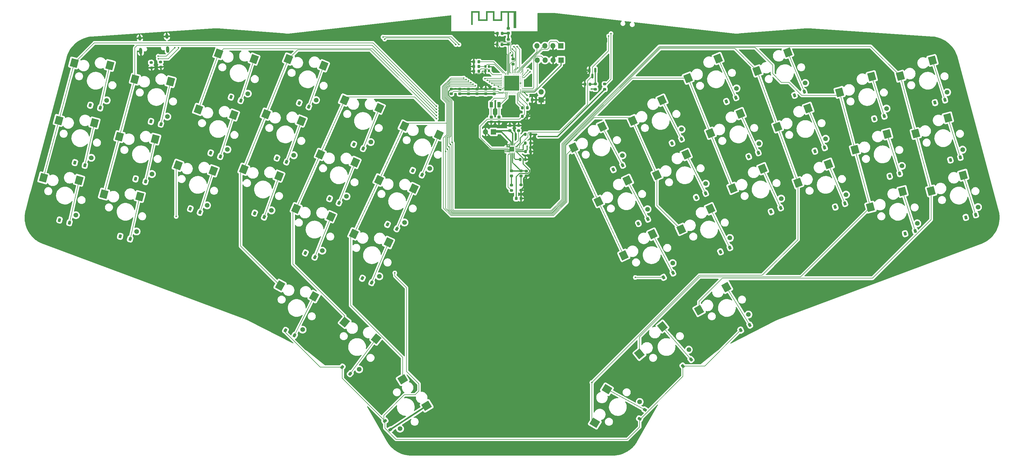
<source format=gbr>
%TF.GenerationSoftware,KiCad,Pcbnew,7.0.10*%
%TF.CreationDate,2024-03-12T01:25:20-07:00*%
%TF.ProjectId,keyboard,6b657962-6f61-4726-942e-6b696361645f,rev?*%
%TF.SameCoordinates,Original*%
%TF.FileFunction,Copper,L1,Top*%
%TF.FilePolarity,Positive*%
%FSLAX46Y46*%
G04 Gerber Fmt 4.6, Leading zero omitted, Abs format (unit mm)*
G04 Created by KiCad (PCBNEW 7.0.10) date 2024-03-12 01:25:20*
%MOMM*%
%LPD*%
G01*
G04 APERTURE LIST*
G04 Aperture macros list*
%AMRoundRect*
0 Rectangle with rounded corners*
0 $1 Rounding radius*
0 $2 $3 $4 $5 $6 $7 $8 $9 X,Y pos of 4 corners*
0 Add a 4 corners polygon primitive as box body*
4,1,4,$2,$3,$4,$5,$6,$7,$8,$9,$2,$3,0*
0 Add four circle primitives for the rounded corners*
1,1,$1+$1,$2,$3*
1,1,$1+$1,$4,$5*
1,1,$1+$1,$6,$7*
1,1,$1+$1,$8,$9*
0 Add four rect primitives between the rounded corners*
20,1,$1+$1,$2,$3,$4,$5,0*
20,1,$1+$1,$4,$5,$6,$7,0*
20,1,$1+$1,$6,$7,$8,$9,0*
20,1,$1+$1,$8,$9,$2,$3,0*%
%AMHorizOval*
0 Thick line with rounded ends*
0 $1 width*
0 $2 $3 position (X,Y) of the first rounded end (center of the circle)*
0 $4 $5 position (X,Y) of the second rounded end (center of the circle)*
0 Add line between two ends*
20,1,$1,$2,$3,$4,$5,0*
0 Add two circle primitives to create the rounded ends*
1,1,$1,$2,$3*
1,1,$1,$4,$5*%
%AMRotRect*
0 Rectangle, with rotation*
0 The origin of the aperture is its center*
0 $1 length*
0 $2 width*
0 $3 Rotation angle, in degrees counterclockwise*
0 Add horizontal line*
21,1,$1,$2,0,0,$3*%
G04 Aperture macros list end*
%TA.AperFunction,ComponentPad*%
%ADD10R,1.700000X1.700000*%
%TD*%
%TA.AperFunction,ComponentPad*%
%ADD11O,1.700000X1.700000*%
%TD*%
%TA.AperFunction,SMDPad,CuDef*%
%ADD12RoundRect,0.225000X-0.314390X-0.303988X0.120276X-0.420456X0.314390X0.303988X-0.120276X0.420456X0*%
%TD*%
%TA.AperFunction,SMDPad,CuDef*%
%ADD13RoundRect,0.225000X-0.410853X-0.149833X-0.061137X-0.433027X0.410853X0.149833X0.061137X0.433027X0*%
%TD*%
%TA.AperFunction,SMDPad,CuDef*%
%ADD14RoundRect,0.225000X-0.120276X-0.420456X0.314390X-0.303988X0.120276X0.420456X-0.314390X0.303988X0*%
%TD*%
%TA.AperFunction,SMDPad,CuDef*%
%ADD15RoundRect,0.225000X-0.349094X-0.263407X0.068139X-0.431980X0.349094X0.263407X-0.068139X0.431980X0*%
%TD*%
%TA.AperFunction,SMDPad,CuDef*%
%ADD16RoundRect,0.225000X-0.083173X-0.429339X0.339688X-0.275430X0.083173X0.429339X-0.339688X0.275430X0*%
%TD*%
%TA.AperFunction,ConnectorPad*%
%ADD17R,0.500000X0.500000*%
%TD*%
%TA.AperFunction,ComponentPad*%
%ADD18R,0.900000X0.500000*%
%TD*%
%TA.AperFunction,ComponentPad*%
%ADD19C,1.500000*%
%TD*%
%TA.AperFunction,SMDPad,CuDef*%
%ADD20RotRect,2.300000X2.600000X335.000000*%
%TD*%
%TA.AperFunction,SMDPad,CuDef*%
%ADD21RoundRect,0.225000X-0.225000X-0.250000X0.225000X-0.250000X0.225000X0.250000X-0.225000X0.250000X0*%
%TD*%
%TA.AperFunction,SMDPad,CuDef*%
%ADD22RoundRect,0.225000X-0.068139X-0.431980X0.349094X-0.263407X0.068139X0.431980X-0.349094X0.263407X0*%
%TD*%
%TA.AperFunction,SMDPad,CuDef*%
%ADD23RoundRect,0.225000X-0.358074X-0.251064X0.053021X-0.434095X0.358074X0.251064X-0.053021X0.434095X0*%
%TD*%
%TA.AperFunction,SMDPad,CuDef*%
%ADD24RoundRect,0.225000X0.250000X-0.225000X0.250000X0.225000X-0.250000X0.225000X-0.250000X-0.225000X0*%
%TD*%
%TA.AperFunction,SMDPad,CuDef*%
%ADD25RoundRect,0.225000X-0.362401X-0.244776X0.045437X-0.434955X0.362401X0.244776X-0.045437X0.434955X0*%
%TD*%
%TA.AperFunction,SMDPad,CuDef*%
%ADD26RotRect,2.300000X2.600000X345.000000*%
%TD*%
%TA.AperFunction,SMDPad,CuDef*%
%ADD27RotRect,2.300000X2.600000X15.000000*%
%TD*%
%TA.AperFunction,SMDPad,CuDef*%
%ADD28RoundRect,0.200000X0.200000X0.275000X-0.200000X0.275000X-0.200000X-0.275000X0.200000X-0.275000X0*%
%TD*%
%TA.AperFunction,SMDPad,CuDef*%
%ADD29RotRect,2.300000X2.600000X22.000000*%
%TD*%
%TA.AperFunction,SMDPad,CuDef*%
%ADD30RoundRect,0.218750X-0.256250X0.218750X-0.256250X-0.218750X0.256250X-0.218750X0.256250X0.218750X0*%
%TD*%
%TA.AperFunction,SMDPad,CuDef*%
%ADD31RoundRect,0.225000X-0.045437X-0.434955X0.362401X-0.244776X0.045437X0.434955X-0.362401X0.244776X0*%
%TD*%
%TA.AperFunction,SMDPad,CuDef*%
%ADD32RoundRect,0.225000X-0.339688X-0.275430X0.083173X-0.429339X0.339688X0.275430X-0.083173X0.429339X0*%
%TD*%
%TA.AperFunction,SMDPad,CuDef*%
%ADD33RotRect,2.300000X2.600000X20.000000*%
%TD*%
%TA.AperFunction,SMDPad,CuDef*%
%ADD34RoundRect,0.225000X0.225000X0.250000X-0.225000X0.250000X-0.225000X-0.250000X0.225000X-0.250000X0*%
%TD*%
%TA.AperFunction,SMDPad,CuDef*%
%ADD35RotRect,2.300000X2.600000X340.000000*%
%TD*%
%TA.AperFunction,SMDPad,CuDef*%
%ADD36RoundRect,0.200000X0.275000X-0.200000X0.275000X0.200000X-0.275000X0.200000X-0.275000X-0.200000X0*%
%TD*%
%TA.AperFunction,SMDPad,CuDef*%
%ADD37RoundRect,0.218750X0.256250X-0.218750X0.256250X0.218750X-0.256250X0.218750X-0.256250X-0.218750X0*%
%TD*%
%TA.AperFunction,SMDPad,CuDef*%
%ADD38RoundRect,0.150000X-0.150000X0.587500X-0.150000X-0.587500X0.150000X-0.587500X0.150000X0.587500X0*%
%TD*%
%TA.AperFunction,SMDPad,CuDef*%
%ADD39RotRect,2.300000X2.600000X25.000000*%
%TD*%
%TA.AperFunction,SMDPad,CuDef*%
%ADD40RotRect,2.300000X2.600000X59.000000*%
%TD*%
%TA.AperFunction,SMDPad,CuDef*%
%ADD41RotRect,2.300000X2.600000X321.000000*%
%TD*%
%TA.AperFunction,SMDPad,CuDef*%
%ADD42RotRect,2.300000X2.600000X24.000000*%
%TD*%
%TA.AperFunction,SMDPad,CuDef*%
%ADD43RoundRect,0.218750X0.218750X0.256250X-0.218750X0.256250X-0.218750X-0.256250X0.218750X-0.256250X0*%
%TD*%
%TA.AperFunction,SMDPad,CuDef*%
%ADD44RotRect,2.300000X2.600000X336.000000*%
%TD*%
%TA.AperFunction,SMDPad,CuDef*%
%ADD45RoundRect,0.062500X-0.062500X0.375000X-0.062500X-0.375000X0.062500X-0.375000X0.062500X0.375000X0*%
%TD*%
%TA.AperFunction,SMDPad,CuDef*%
%ADD46RoundRect,0.062500X-0.375000X0.062500X-0.375000X-0.062500X0.375000X-0.062500X0.375000X0.062500X0*%
%TD*%
%TA.AperFunction,SMDPad,CuDef*%
%ADD47R,1.600000X1.600000*%
%TD*%
%TA.AperFunction,SMDPad,CuDef*%
%ADD48RotRect,2.300000X2.600000X331.000000*%
%TD*%
%TA.AperFunction,SMDPad,CuDef*%
%ADD49RotRect,2.300000X2.600000X301.000000*%
%TD*%
%TA.AperFunction,SMDPad,CuDef*%
%ADD50RoundRect,0.225000X-0.014986X-0.437065X0.378593X-0.218900X0.014986X0.437065X-0.378593X0.218900X0*%
%TD*%
%TA.AperFunction,SMDPad,CuDef*%
%ADD51RoundRect,0.225000X-0.053021X-0.434095X0.358074X-0.251064X0.053021X0.434095X-0.358074X0.251064X0*%
%TD*%
%TA.AperFunction,SMDPad,CuDef*%
%ADD52RotRect,2.300000X2.600000X39.000000*%
%TD*%
%TA.AperFunction,SMDPad,CuDef*%
%ADD53RoundRect,0.200000X-0.275000X0.200000X-0.275000X-0.200000X0.275000X-0.200000X0.275000X0.200000X0*%
%TD*%
%TA.AperFunction,SMDPad,CuDef*%
%ADD54RoundRect,0.225000X-0.378593X-0.218900X0.014986X-0.437065X0.378593X0.218900X-0.014986X0.437065X0*%
%TD*%
%TA.AperFunction,SMDPad,CuDef*%
%ADD55RoundRect,0.200000X-0.200000X-0.275000X0.200000X-0.275000X0.200000X0.275000X-0.200000X0.275000X0*%
%TD*%
%TA.AperFunction,SMDPad,CuDef*%
%ADD56RotRect,2.300000X2.600000X338.000000*%
%TD*%
%TA.AperFunction,SMDPad,CuDef*%
%ADD57C,0.250000*%
%TD*%
%TA.AperFunction,SMDPad,CuDef*%
%ADD58R,4.850000X4.850000*%
%TD*%
%TA.AperFunction,SMDPad,CuDef*%
%ADD59RoundRect,0.225000X0.061137X-0.433027X0.410853X-0.149833X-0.061137X0.433027X-0.410853X0.149833X0*%
%TD*%
%TA.AperFunction,SMDPad,CuDef*%
%ADD60RoundRect,0.225000X-0.250000X0.225000X-0.250000X-0.225000X0.250000X-0.225000X0.250000X0.225000X0*%
%TD*%
%TA.AperFunction,SMDPad,CuDef*%
%ADD61RoundRect,0.200000X-0.287650X0.181335X-0.261141X-0.217786X0.287650X-0.181335X0.261141X0.217786X0*%
%TD*%
%TA.AperFunction,SMDPad,CuDef*%
%ADD62RoundRect,0.225000X0.205554X-0.386002X0.437321X-0.000277X-0.205554X0.386002X-0.437321X0.000277X0*%
%TD*%
%TA.AperFunction,SMDPad,CuDef*%
%ADD63RotRect,2.300000X2.600000X29.000000*%
%TD*%
%TA.AperFunction,SMDPad,CuDef*%
%ADD64R,0.800000X0.900000*%
%TD*%
%TA.AperFunction,SMDPad,CuDef*%
%ADD65R,1.000000X1.800000*%
%TD*%
%TA.AperFunction,SMDPad,CuDef*%
%ADD66RoundRect,0.225000X-0.437321X-0.000277X-0.205554X-0.386002X0.437321X0.000277X0.205554X0.386002X0*%
%TD*%
%TA.AperFunction,ComponentPad*%
%ADD67HorizOval,1.000000X-0.019882X0.299340X0.019882X-0.299340X0*%
%TD*%
%TA.AperFunction,ComponentPad*%
%ADD68HorizOval,1.000000X-0.036451X0.548791X0.036451X-0.548791X0*%
%TD*%
%TA.AperFunction,ViaPad*%
%ADD69C,0.500000*%
%TD*%
%TA.AperFunction,Conductor*%
%ADD70C,0.500000*%
%TD*%
%TA.AperFunction,Conductor*%
%ADD71C,0.300000*%
%TD*%
%TA.AperFunction,Conductor*%
%ADD72C,0.127000*%
%TD*%
%TA.AperFunction,Conductor*%
%ADD73C,0.200000*%
%TD*%
%TA.AperFunction,Conductor*%
%ADD74C,0.400000*%
%TD*%
G04 APERTURE END LIST*
%TA.AperFunction,EtchedComponent*%
%TO.C,AE1*%
G36*
X222550000Y-109750000D02*
G01*
X221650000Y-109750000D01*
X221650000Y-109491842D01*
X221951778Y-109491842D01*
X221958309Y-109541368D01*
X221978868Y-109586553D01*
X222012511Y-109621787D01*
X222031122Y-109632400D01*
X222076637Y-109645300D01*
X222125156Y-109646043D01*
X222167819Y-109633935D01*
X222175731Y-109629581D01*
X222213674Y-109596797D01*
X222237742Y-109554395D01*
X222247583Y-109506785D01*
X222242847Y-109458378D01*
X222223185Y-109413584D01*
X222188245Y-109376814D01*
X222155353Y-109359908D01*
X222107267Y-109352018D01*
X222057682Y-109358592D01*
X222012372Y-109378687D01*
X221977112Y-109411357D01*
X221960218Y-109443583D01*
X221951778Y-109491842D01*
X221650000Y-109491842D01*
X221650000Y-104850000D01*
X220250000Y-104850000D01*
X220250000Y-109750000D01*
X219750000Y-109750000D01*
X219750000Y-104850000D01*
X218050000Y-104850000D01*
X218050000Y-107490000D01*
X215050000Y-107490000D01*
X215050000Y-104850000D01*
X213350000Y-104850000D01*
X213350000Y-107490000D01*
X210350000Y-107490000D01*
X210350000Y-104850000D01*
X208650000Y-104850000D01*
X208650000Y-108790000D01*
X208150000Y-108790000D01*
X208150000Y-104350000D01*
X210850000Y-104350000D01*
X210850000Y-106990000D01*
X212850000Y-106990000D01*
X212850000Y-104350000D01*
X215550000Y-104350000D01*
X215550000Y-106990000D01*
X217550000Y-106990000D01*
X217550000Y-104350000D01*
X222550000Y-104350000D01*
X222550000Y-109506785D01*
X222550000Y-109750000D01*
G37*
%TD.AperFunction*%
%TD*%
D10*
%TO.P,J2,1,Pin_1*%
%TO.N,VBUS*%
X236800000Y-120000000D03*
D11*
%TO.P,J2,2,Pin_2*%
%TO.N,GND*%
X234260000Y-120000000D03*
%TO.P,J2,3,Pin_3*%
%TO.N,USBD+*%
X231720000Y-120000000D03*
%TO.P,J2,4,Pin_4*%
%TO.N,USBD-*%
X229180000Y-120000000D03*
%TD*%
D12*
%TO.P,D1,1,K*%
%TO.N,ROW0*%
X76739481Y-171145136D03*
%TO.P,D1,2,A*%
%TO.N,Net-(D1-A)*%
X79927037Y-171999238D03*
%TD*%
D13*
%TO.P,D20,1,K*%
%TO.N,ROW3*%
X166968528Y-218162889D03*
%TO.P,D20,2,A*%
%TO.N,Net-(D20-A)*%
X169533110Y-220239647D03*
%TD*%
D14*
%TO.P,D24,1,K*%
%TO.N,ROW6*%
X356161824Y-133601584D03*
%TO.P,D24,2,A*%
%TO.N,Net-(D24-A)*%
X359349380Y-132747482D03*
%TD*%
D15*
%TO.P,D10,1,K*%
%TO.N,ROW0*%
X139026607Y-168940864D03*
%TO.P,D10,2,A*%
%TO.N,Net-(D10-A)*%
X142086313Y-170177066D03*
%TD*%
D16*
%TO.P,D30,1,K*%
%TO.N,ROW6*%
X311330040Y-131270243D03*
%TO.P,D30,2,A*%
%TO.N,Net-(D30-A)*%
X314431026Y-130141577D03*
%TD*%
D17*
%TO.P,AE1,1,A*%
%TO.N,Net-(AE1-A)*%
X220000000Y-109500000D03*
D18*
%TO.P,AE1,2*%
%TO.N,N/C*%
X222100000Y-109500000D03*
%TD*%
D19*
%TO.P,S17,*%
%TO.N,*%
X186849493Y-171917797D03*
D20*
%TO.P,S17,1,1*%
%TO.N,COL5*%
X178717032Y-158360674D03*
%TO.P,S17,2,2*%
%TO.N,Net-(D17-A)*%
X189797440Y-161100122D03*
%TD*%
D21*
%TO.P,C1,1*%
%TO.N,GND*%
X208991164Y-122060230D03*
%TO.P,C1,2*%
%TO.N,Net-(U1-XC1)*%
X210541164Y-122060230D03*
%TD*%
D10*
%TO.P,J6,1,Pin_1*%
%TO.N,GND*%
X230500000Y-132775000D03*
D11*
%TO.P,J6,2,Pin_2*%
%TO.N,RESET*%
X230500000Y-130235000D03*
%TD*%
D22*
%TO.P,D31,1,K*%
%TO.N,ROW4*%
X303837672Y-168484594D03*
%TO.P,D31,2,A*%
%TO.N,Net-(D31-A)*%
X306897378Y-167248392D03*
%TD*%
D23*
%TO.P,D13,1,K*%
%TO.N,ROW0*%
X155213952Y-181652721D03*
%TO.P,D13,2,A*%
%TO.N,Net-(D13-A)*%
X158228652Y-182994951D03*
%TD*%
D24*
%TO.P,C9,1*%
%TO.N,VDD*%
X210000000Y-130775000D03*
%TO.P,C9,2*%
%TO.N,GND*%
X210000000Y-129225000D03*
%TD*%
D25*
%TO.P,D18,1,K*%
%TO.N,ROW2*%
X189460447Y-155315751D03*
%TO.P,D18,2,A*%
%TO.N,Net-(D18-A)*%
X192451263Y-156710391D03*
%TD*%
D19*
%TO.P,S4,*%
%TO.N,*%
X101335484Y-174785077D03*
D26*
%TO.P,S4,1,1*%
%TO.N,COL1*%
X90972404Y-162846104D03*
%TO.P,S4,2,2*%
%TO.N,Net-(D4-A)*%
X102360175Y-163619841D03*
%TD*%
D24*
%TO.P,C11,1*%
%TO.N,Net-(U1-DEC1)*%
X201750000Y-130775000D03*
%TO.P,C11,2*%
%TO.N,GND*%
X201750000Y-129225000D03*
%TD*%
D19*
%TO.P,S25,*%
%TO.N,*%
X350522144Y-172196887D03*
D27*
%TO.P,S25,1,1*%
%TO.N,COL1*%
X335577967Y-167038973D03*
%TO.P,S25,2,2*%
%TO.N,Net-(D25-A)*%
X345826935Y-162015163D03*
%TD*%
D28*
%TO.P,R7,1*%
%TO.N,GND*%
X225400000Y-151750000D03*
%TO.P,R7,2*%
%TO.N,Net-(U2-ILIM)*%
X223750000Y-151750000D03*
%TD*%
D14*
%TO.P,D26,1,K*%
%TO.N,ROW5*%
X341712573Y-157143497D03*
%TO.P,D26,2,A*%
%TO.N,Net-(D26-A)*%
X344900129Y-156289395D03*
%TD*%
D19*
%TO.P,S31,*%
%TO.N,*%
X307064568Y-164294245D03*
D29*
%TO.P,S31,1,1*%
%TO.N,COL3*%
X291603191Y-160996014D03*
%TO.P,S31,2,2*%
%TO.N,Net-(D31-A)*%
X301163516Y-154760616D03*
%TD*%
D21*
%TO.P,C13,1*%
%TO.N,VDDH*%
X224475000Y-138000000D03*
%TO.P,C13,2*%
%TO.N,GND*%
X226025000Y-138000000D03*
%TD*%
D30*
%TO.P,L3,1,1*%
%TO.N,Net-(AE1-A)*%
X220000000Y-109858500D03*
%TO.P,L3,2,2*%
%TO.N,Net-(C16-Pad1)*%
X220000000Y-111433500D03*
%TD*%
D24*
%TO.P,C10,1*%
%TO.N,VDD*%
X212750000Y-130775000D03*
%TO.P,C10,2*%
%TO.N,GND*%
X212750000Y-129225000D03*
%TD*%
D30*
%TO.P,L2,1,1*%
%TO.N,Net-(C16-Pad1)*%
X220000000Y-113414500D03*
%TO.P,L2,2,2*%
%TO.N,Net-(U1-ANT)*%
X220000000Y-114989500D03*
%TD*%
D24*
%TO.P,C7,1*%
%TO.N,VDD*%
X204500000Y-130775000D03*
%TO.P,C7,2*%
%TO.N,GND*%
X204500000Y-129225000D03*
%TD*%
D21*
%TO.P,C20,1*%
%TO.N,VBUS*%
X225475000Y-149250000D03*
%TO.P,C20,2*%
%TO.N,GND*%
X227025000Y-149250000D03*
%TD*%
D31*
%TO.P,D38,1,K*%
%TO.N,ROW5*%
X261502470Y-172237768D03*
%TO.P,D38,2,A*%
%TO.N,Net-(D38-A)*%
X264493286Y-170843128D03*
%TD*%
D22*
%TO.P,D33,1,K*%
%TO.N,ROW6*%
X289602622Y-133251607D03*
%TO.P,D33,2,A*%
%TO.N,Net-(D33-A)*%
X292662328Y-132015405D03*
%TD*%
D10*
%TO.P,J4,1,Pin_1*%
%TO.N,VBAT*%
X215275000Y-143000000D03*
D11*
%TO.P,J4,2,Pin_2*%
%TO.N,GND*%
X212735000Y-143000000D03*
%TD*%
D24*
%TO.P,C14,1*%
%TO.N,Net-(U1-DEC5)*%
X221500000Y-121275000D03*
%TO.P,C14,2*%
%TO.N,GND*%
X221500000Y-119725000D03*
%TD*%
D32*
%TO.P,D8,1,K*%
%TO.N,ROW1*%
X124994577Y-149688209D03*
%TO.P,D8,2,A*%
%TO.N,Net-(D8-A)*%
X128095563Y-150816875D03*
%TD*%
D23*
%TO.P,D14,1,K*%
%TO.N,ROW1*%
X162941949Y-164295357D03*
%TO.P,D14,2,A*%
%TO.N,Net-(D14-A)*%
X165956649Y-165637587D03*
%TD*%
D19*
%TO.P,S30,*%
%TO.N,*%
X314758009Y-127326117D03*
D33*
%TO.P,S30,1,1*%
%TO.N,COL2*%
X299421157Y-123490301D03*
%TO.P,S30,2,2*%
%TO.N,Net-(D30-A)*%
X309193270Y-117592352D03*
%TD*%
D19*
%TO.P,S32,*%
%TO.N,*%
X299947043Y-146677752D03*
D29*
%TO.P,S32,1,1*%
%TO.N,COL3*%
X284485666Y-143379521D03*
%TO.P,S32,2,2*%
%TO.N,Net-(D32-A)*%
X294045991Y-137144123D03*
%TD*%
D15*
%TO.P,D11,1,K*%
%TO.N,ROW1*%
X146144132Y-151324371D03*
%TO.P,D11,2,A*%
%TO.N,Net-(D11-A)*%
X149203838Y-152560573D03*
%TD*%
D34*
%TO.P,C15,1*%
%TO.N,Net-(U1-ANT)*%
X217968000Y-115000000D03*
%TO.P,C15,2*%
%TO.N,GND*%
X216418000Y-115000000D03*
%TD*%
D31*
%TO.P,D37,1,K*%
%TO.N,ROW4*%
X269532217Y-189457615D03*
%TO.P,D37,2,A*%
%TO.N,Net-(D37-A)*%
X272523033Y-188062975D03*
%TD*%
D19*
%TO.P,S7,*%
%TO.N,*%
X123840522Y-166454638D03*
D35*
%TO.P,S7,1,1*%
%TO.N,COL2*%
X114557427Y-153657894D03*
%TO.P,S7,2,2*%
%TO.N,Net-(D7-A)*%
X125834429Y-155421196D03*
%TD*%
D24*
%TO.P,C8,1*%
%TO.N,VDD*%
X207250000Y-130775000D03*
%TO.P,C8,2*%
%TO.N,GND*%
X207250000Y-129225000D03*
%TD*%
D36*
%TO.P,R3,1*%
%TO.N,Net-(U2-TS)*%
X223250000Y-142575000D03*
%TO.P,R3,2*%
%TO.N,GND*%
X223250000Y-140925000D03*
%TD*%
D37*
%TO.P,D43,1,K*%
%TO.N,Net-(D43-K)*%
X224000000Y-157037500D03*
%TO.P,D43,2,A*%
%TO.N,VDDH*%
X224000000Y-155462500D03*
%TD*%
D38*
%TO.P,Q1,1,G*%
%TO.N,Net-(Q1-G)*%
X247750000Y-123250000D03*
%TO.P,Q1,2,S*%
%TO.N,GND*%
X245850000Y-123250000D03*
%TO.P,Q1,3,D*%
%TO.N,SYSOFF*%
X246800000Y-125125000D03*
%TD*%
D19*
%TO.P,S22,*%
%TO.N,*%
X369888957Y-167007565D03*
D27*
%TO.P,S22,1,1*%
%TO.N,COL0*%
X354944780Y-161849651D03*
%TO.P,S22,2,2*%
%TO.N,Net-(D22-A)*%
X365193748Y-156825841D03*
%TD*%
D19*
%TO.P,S39,*%
%TO.N,*%
X256382208Y-150471767D03*
D39*
%TO.P,S39,1,1*%
%TO.N,COL5*%
X240769404Y-147987242D03*
%TO.P,S39,2,2*%
%TO.N,Net-(D39-A)*%
X249990291Y-141260040D03*
%TD*%
D19*
%TO.P,S8,*%
%TO.N,*%
X130338905Y-148600479D03*
D35*
%TO.P,S8,1,1*%
%TO.N,COL2*%
X121055810Y-135803735D03*
%TO.P,S8,2,2*%
%TO.N,Net-(D8-A)*%
X132332812Y-137567037D03*
%TD*%
D19*
%TO.P,S37,*%
%TO.N,*%
X272441702Y-184911463D03*
D39*
%TO.P,S37,1,1*%
%TO.N,COL5*%
X256828898Y-182426938D03*
%TO.P,S37,2,2*%
%TO.N,Net-(D37-A)*%
X266049785Y-175699736D03*
%TD*%
D19*
%TO.P,S18,*%
%TO.N,*%
X194879240Y-154697949D03*
D20*
%TO.P,S18,1,1*%
%TO.N,COL5*%
X186746779Y-141140826D03*
%TO.P,S18,2,2*%
%TO.N,Net-(D18-A)*%
X197827187Y-143880274D03*
%TD*%
D19*
%TO.P,S42,*%
%TO.N,*%
X261920993Y-229274248D03*
D40*
%TO.P,S42,1,1*%
%TO.N,COL2*%
X247588064Y-235945052D03*
%TO.P,S42,2,2*%
%TO.N,Net-(D42-A)*%
X251470722Y-225211695D03*
%TD*%
D19*
%TO.P,S3,*%
%TO.N,*%
X91803795Y-132890574D03*
D26*
%TO.P,S3,1,1*%
%TO.N,COL0*%
X81440715Y-120951601D03*
%TO.P,S3,2,2*%
%TO.N,Net-(D3-A)*%
X92828486Y-121725338D03*
%TD*%
D19*
%TO.P,S20,*%
%TO.N,*%
X172375821Y-218874363D03*
D41*
%TO.P,S20,1,1*%
%TO.N,COL4*%
X167764694Y-203752524D03*
%TO.P,S20,2,2*%
%TO.N,Net-(D20-A)*%
X177853234Y-209091191D03*
%TD*%
D19*
%TO.P,S35,*%
%TO.N,*%
X282984690Y-159515711D03*
D42*
%TO.P,S35,1,1*%
%TO.N,COL4*%
X267417625Y-156759084D03*
%TO.P,S35,2,2*%
%TO.N,Net-(D35-A)*%
X276754514Y-150193833D03*
%TD*%
D43*
%TO.P,L1,1,1*%
%TO.N,Net-(U1-DCCH)*%
X226037500Y-135250000D03*
%TO.P,L1,2,2*%
%TO.N,VDD*%
X224462500Y-135250000D03*
%TD*%
D19*
%TO.P,S15,*%
%TO.N,*%
X176077131Y-146225713D03*
D44*
%TO.P,S15,1,1*%
%TO.N,COL4*%
X167709304Y-132812586D03*
%TO.P,S15,2,2*%
%TO.N,Net-(D15-A)*%
X178835834Y-135358236D03*
%TD*%
D45*
%TO.P,U2,1,TS*%
%TO.N,Net-(U2-TS)*%
X221849185Y-147062500D03*
%TO.P,U2,2,BAT*%
%TO.N,VBAT*%
X221349185Y-147062500D03*
%TO.P,U2,3,BAT*%
X220849185Y-147062500D03*
%TO.P,U2,4,~{CE}*%
%TO.N,GND*%
X220349185Y-147062500D03*
D46*
%TO.P,U2,5,EN2*%
X219661685Y-147750000D03*
%TO.P,U2,6,EN1*%
%TO.N,VDDH*%
X219661685Y-148250000D03*
%TO.P,U2,7,~{PGOOD}*%
%TO.N,GND*%
X219661685Y-148750000D03*
%TO.P,U2,8,VSS*%
X219661685Y-149250000D03*
D45*
%TO.P,U2,9,~{CHG}*%
%TO.N,Net-(U2-~{CHG})*%
X220349185Y-149937500D03*
%TO.P,U2,10,OUT*%
%TO.N,VDDH*%
X220849185Y-149937500D03*
%TO.P,U2,11,OUT*%
X221349185Y-149937500D03*
%TO.P,U2,12,ILIM*%
%TO.N,Net-(U2-ILIM)*%
X221849185Y-149937500D03*
D46*
%TO.P,U2,13,IN*%
%TO.N,VBUS*%
X222536685Y-149250000D03*
%TO.P,U2,14,TMR*%
%TO.N,Net-(U2-TMR)*%
X222536685Y-148750000D03*
%TO.P,U2,15,SYSOFF*%
%TO.N,SYSOFF*%
X222536685Y-148250000D03*
%TO.P,U2,16,ISET*%
%TO.N,Net-(U2-ISET)*%
X222536685Y-147750000D03*
D47*
%TO.P,U2,17,VSS*%
%TO.N,GND*%
X221099185Y-148500000D03*
%TD*%
D32*
%TO.P,D7,1,K*%
%TO.N,ROW0*%
X118496194Y-167542369D03*
%TO.P,D7,2,A*%
%TO.N,Net-(D7-A)*%
X121597180Y-168671035D03*
%TD*%
D14*
%TO.P,D22,1,K*%
%TO.N,ROW4*%
X365996948Y-170306766D03*
%TO.P,D22,2,A*%
%TO.N,Net-(D22-A)*%
X369184504Y-169452664D03*
%TD*%
D19*
%TO.P,S19,*%
%TO.N,*%
X154324699Y-206178340D03*
D48*
%TO.P,S19,1,1*%
%TO.N,COL3*%
X147157746Y-192086949D03*
%TO.P,S19,2,2*%
%TO.N,Net-(D19-A)*%
X158020068Y-195592654D03*
%TD*%
D19*
%TO.P,S21,*%
%TO.N,*%
X185427758Y-237845921D03*
D49*
%TO.P,S21,1,1*%
%TO.N,COL5*%
X186266690Y-222058942D03*
%TO.P,S21,2,2*%
%TO.N,Net-(D21-A)*%
X193920884Y-230526132D03*
%TD*%
D12*
%TO.P,D4,1,K*%
%TO.N,ROW0*%
X96106294Y-176334458D03*
%TO.P,D4,2,A*%
%TO.N,Net-(D4-A)*%
X99293850Y-177188560D03*
%TD*%
D19*
%TO.P,S23,*%
%TO.N,*%
X364971395Y-148654974D03*
D27*
%TO.P,S23,1,1*%
%TO.N,COL0*%
X350027218Y-143497060D03*
%TO.P,S23,2,2*%
%TO.N,Net-(D23-A)*%
X360276186Y-138473250D03*
%TD*%
D50*
%TO.P,D40,1,K*%
%TO.N,ROW3*%
X294161729Y-206324041D03*
%TO.P,D40,2,A*%
%TO.N,Net-(D40-A)*%
X297047975Y-204724169D03*
%TD*%
D51*
%TO.P,D35,1,K*%
%TO.N,ROW5*%
X279967337Y-163945115D03*
%TO.P,D35,2,A*%
%TO.N,Net-(D35-A)*%
X282982037Y-162602885D03*
%TD*%
D16*
%TO.P,D28,1,K*%
%TO.N,ROW4*%
X324326805Y-166978563D03*
%TO.P,D28,2,A*%
%TO.N,Net-(D28-A)*%
X327427791Y-165849897D03*
%TD*%
D37*
%TO.P,D44,1,K*%
%TO.N,Net-(D44-K)*%
X221000000Y-157037500D03*
%TO.P,D44,2,A*%
%TO.N,VDDH*%
X221000000Y-155462500D03*
%TD*%
D12*
%TO.P,D2,1,K*%
%TO.N,ROW1*%
X81657043Y-152792545D03*
%TO.P,D2,2,A*%
%TO.N,Net-(D2-A)*%
X84844599Y-153646647D03*
%TD*%
D19*
%TO.P,S41,*%
%TO.N,*%
X277594009Y-212581159D03*
D52*
%TO.P,S41,1,1*%
%TO.N,COL1*%
X261843911Y-213947514D03*
%TO.P,S41,2,2*%
%TO.N,Net-(D41-A)*%
X269163441Y-205189405D03*
%TD*%
D22*
%TO.P,D32,1,K*%
%TO.N,ROW5*%
X296720147Y-150868101D03*
%TO.P,D32,2,A*%
%TO.N,Net-(D32-A)*%
X299779853Y-149631899D03*
%TD*%
D53*
%TO.P,R11,1*%
%TO.N,Net-(SW1-A)*%
X250750000Y-127675000D03*
%TO.P,R11,2*%
%TO.N,VBAT*%
X250750000Y-129325000D03*
%TD*%
D34*
%TO.P,C17,1*%
%TO.N,Net-(U1-DEC3)*%
X210541164Y-120560230D03*
%TO.P,C17,2*%
%TO.N,GND*%
X208991164Y-120560230D03*
%TD*%
D19*
%TO.P,S16,*%
%TO.N,*%
X178819746Y-189137645D03*
D20*
%TO.P,S16,1,1*%
%TO.N,COL5*%
X170687285Y-175580522D03*
%TO.P,S16,2,2*%
%TO.N,Net-(D16-A)*%
X181767693Y-178319970D03*
%TD*%
D19*
%TO.P,S14,*%
%TO.N,*%
X168349135Y-163583077D03*
D44*
%TO.P,S14,1,1*%
%TO.N,COL4*%
X159981308Y-150169950D03*
%TO.P,S14,2,2*%
%TO.N,Net-(D14-A)*%
X171107838Y-152715600D03*
%TD*%
D32*
%TO.P,D9,1,K*%
%TO.N,ROW2*%
X131492959Y-131834049D03*
%TO.P,D9,2,A*%
%TO.N,Net-(D9-A)*%
X134593945Y-132962715D03*
%TD*%
D54*
%TO.P,D19,1,K*%
%TO.N,ROW3*%
X148876010Y-206416641D03*
%TO.P,D19,2,A*%
%TO.N,Net-(D19-A)*%
X151762256Y-208016513D03*
%TD*%
D55*
%TO.P,R10,1*%
%TO.N,GND*%
X244425000Y-127750000D03*
%TO.P,R10,2*%
%TO.N,Net-(Q1-G)*%
X246075000Y-127750000D03*
%TD*%
D19*
%TO.P,S33,*%
%TO.N,*%
X292829518Y-129061258D03*
D29*
%TO.P,S33,1,1*%
%TO.N,COL3*%
X277368141Y-125763027D03*
%TO.P,S33,2,2*%
%TO.N,Net-(D33-A)*%
X286928466Y-119527629D03*
%TD*%
D28*
%TO.P,R6,1*%
%TO.N,GND*%
X227075000Y-143750000D03*
%TO.P,R6,2*%
%TO.N,Net-(U2-ISET)*%
X225425000Y-143750000D03*
%TD*%
D19*
%TO.P,S11,*%
%TO.N,*%
X151523165Y-150423818D03*
D56*
%TO.P,S11,1,1*%
%TO.N,COL3*%
X142692325Y-137310894D03*
%TO.P,S11,2,2*%
%TO.N,Net-(D11-A)*%
X153900919Y-139466684D03*
%TD*%
D19*
%TO.P,S5,*%
%TO.N,*%
X106253046Y-156432486D03*
D26*
%TO.P,S5,1,1*%
%TO.N,COL1*%
X95889966Y-144493513D03*
%TO.P,S5,2,2*%
%TO.N,Net-(D5-A)*%
X107277737Y-145267250D03*
%TD*%
D57*
%TO.P,U1,A8,AIN7/P0.31*%
%TO.N,COL0*%
X217849185Y-128658408D03*
%TO.P,U1,A10,AIN5/P0.29*%
%TO.N,COL1*%
X217849185Y-128158408D03*
%TO.P,U1,A12,AIN0/P0.02*%
%TO.N,COL2*%
X217849185Y-127658408D03*
%TO.P,U1,A14,P1.15*%
%TO.N,COL3*%
X217849185Y-127158408D03*
%TO.P,U1,A16,P1.13*%
%TO.N,COL4*%
X217849185Y-126658408D03*
%TO.P,U1,A18,DEC2*%
%TO.N,unconnected-(U1-DEC2-PadA18)*%
X217849185Y-126158408D03*
%TO.P,U1,A20,P1.10*%
%TO.N,COL5*%
X217849185Y-125658408D03*
%TO.P,U1,A22,VDD*%
%TO.N,VDD*%
X217849185Y-125158408D03*
%TO.P,U1,A23,XC2*%
%TO.N,Net-(U1-XC2)*%
X217849185Y-124658408D03*
%TO.P,U1,AA24,SWDCLK*%
%TO.N,SWC*%
X223349185Y-124158408D03*
%TO.P,U1,AB2,DCCH*%
%TO.N,Net-(U1-DCCH)*%
X223599185Y-130158408D03*
%TO.P,U1,AC5,DECUSB*%
%TO.N,Net-(U1-DECUSB)*%
X223849185Y-129408408D03*
%TO.P,U1,AC9,P0.14*%
%TO.N,unconnected-(U1-P0.14-PadAC9)*%
X223849185Y-128408408D03*
%TO.P,U1,AC11,P0.16*%
%TO.N,unconnected-(U1-P0.16-PadAC11)*%
X223849185Y-127908408D03*
%TO.P,U1,AC13,P0.18/~{RESET}*%
%TO.N,RESET*%
X223849185Y-127408408D03*
%TO.P,U1,AC15,P0.19*%
%TO.N,unconnected-(U1-P0.19-PadAC15)*%
X223849185Y-126908408D03*
%TO.P,U1,AC17,P0.21*%
%TO.N,unconnected-(U1-P0.21-PadAC17)*%
X223849185Y-126408408D03*
%TO.P,U1,AC19,P0.23*%
%TO.N,unconnected-(U1-P0.23-PadAC19)*%
X223849185Y-125908408D03*
%TO.P,U1,AC21,P0.25*%
%TO.N,unconnected-(U1-P0.25-PadAC21)*%
X223849185Y-125408408D03*
%TO.P,U1,AC24,SWDIO*%
%TO.N,SWD*%
X223849185Y-124158408D03*
%TO.P,U1,AD2,VBUS*%
%TO.N,VBUS*%
X224349185Y-130158408D03*
%TO.P,U1,AD4,D-*%
%TO.N,USBD-*%
X224349185Y-129658408D03*
%TO.P,U1,AD6,D+*%
%TO.N,USBD+*%
X224349185Y-129158408D03*
%TO.P,U1,AD8,P0.13*%
%TO.N,unconnected-(U1-P0.13-PadAD8)*%
X224349185Y-128658408D03*
%TO.P,U1,AD10,P0.15*%
%TO.N,unconnected-(U1-P0.15-PadAD10)*%
X224349185Y-128158408D03*
%TO.P,U1,AD12,P0.17*%
%TO.N,unconnected-(U1-P0.17-PadAD12)*%
X224349185Y-127658408D03*
%TO.P,U1,AD14,VDD*%
%TO.N,VDD*%
X224349185Y-127158408D03*
%TO.P,U1,AD16,P0.20*%
%TO.N,unconnected-(U1-P0.20-PadAD16)*%
X224349185Y-126658408D03*
%TO.P,U1,AD18,P0.22*%
%TO.N,unconnected-(U1-P0.22-PadAD18)*%
X224349185Y-126158408D03*
%TO.P,U1,AD20,P0.24*%
%TO.N,ROW6*%
X224349185Y-125658408D03*
%TO.P,U1,AD22,TRACEDATA0/P1.00*%
%TO.N,ROW5*%
X224349185Y-125158408D03*
%TO.P,U1,AD23,VDD*%
%TO.N,VDD*%
X224349185Y-124658408D03*
%TO.P,U1,B1,VDD*%
X218349185Y-130658408D03*
%TO.P,U1,B3,DCC*%
%TO.N,unconnected-(U1-DCC-PadB3)*%
X218349185Y-129908408D03*
%TO.P,U1,B5,DEC4*%
%TO.N,unconnected-(U1-DEC4-PadB5)*%
X218349185Y-129408408D03*
%TO.P,U1,B7,VSS*%
%TO.N,GND*%
X218349185Y-128908408D03*
%TO.P,U1,B9,AIN6/P0.30*%
%TO.N,unconnected-(U1-AIN6{slash}P0.30-PadB9)*%
X218349185Y-128408408D03*
%TO.P,U1,B11,AIN4/P0.28*%
%TO.N,unconnected-(U1-AIN4{slash}P0.28-PadB11)*%
X218349185Y-127908408D03*
%TO.P,U1,B13,AIN1/P0.03*%
%TO.N,unconnected-(U1-AIN1{slash}P0.03-PadB13)*%
X218349185Y-127408408D03*
%TO.P,U1,B15,P1.14*%
%TO.N,unconnected-(U1-P1.14-PadB15)*%
X218349185Y-126908408D03*
%TO.P,U1,B17,P1.12*%
%TO.N,unconnected-(U1-P1.12-PadB17)*%
X218349185Y-126408408D03*
%TO.P,U1,B19,P1.11*%
%TO.N,unconnected-(U1-P1.11-PadB19)*%
X218349185Y-125908408D03*
%TO.P,U1,B24,XC1*%
%TO.N,Net-(U1-XC1)*%
X218349185Y-124158408D03*
%TO.P,U1,C1,DEC1*%
%TO.N,Net-(U1-DEC1)*%
X218849185Y-130658408D03*
%TO.P,U1,D2,XL1/P0.00*%
%TO.N,Net-(U1-XL1{slash}P0.00)*%
X219099185Y-130158408D03*
%TO.P,U1,D23,DEC3*%
%TO.N,Net-(U1-DEC3)*%
X219099185Y-124658408D03*
%TO.P,U1,E24,DEC6*%
%TO.N,unconnected-(U1-DEC6-PadE24)*%
X219349185Y-124158408D03*
D58*
%TO.P,U1,EP,VSS*%
%TO.N,GND*%
X221099185Y-127408408D03*
D57*
%TO.P,U1,F2,XL2/P0.01*%
%TO.N,Net-(U1-XL2{slash}P0.01)*%
X219599185Y-130158408D03*
%TO.P,U1,F23,VSS_PA*%
%TO.N,GND*%
X219599185Y-124658408D03*
%TO.P,U1,G1,P0.26*%
%TO.N,unconnected-(U1-P0.26-PadG1)*%
X219849185Y-130658408D03*
%TO.P,U1,H2,P0.27*%
%TO.N,unconnected-(U1-P0.27-PadH2)*%
X220099185Y-130158408D03*
%TO.P,U1,H23,ANT*%
%TO.N,Net-(U1-ANT)*%
X220099185Y-124658408D03*
%TO.P,U1,J1,AIN2/P0.04*%
%TO.N,unconnected-(U1-AIN2{slash}P0.04-PadJ1)*%
X220349185Y-130658408D03*
%TO.P,U1,J24,NFC2/P0.10*%
%TO.N,ROW2*%
X220349185Y-124158408D03*
%TO.P,U1,K2,AIN3/P0.05*%
%TO.N,unconnected-(U1-AIN3{slash}P0.05-PadK2)*%
X220599185Y-130158408D03*
%TO.P,U1,L1,P0.06*%
%TO.N,unconnected-(U1-P0.06-PadL1)*%
X220849185Y-130658408D03*
%TO.P,U1,L24,NFC1/P0.09*%
%TO.N,ROW1*%
X220849185Y-124158408D03*
%TO.P,U1,M2,TRACECLK/P0.07*%
%TO.N,unconnected-(U1-TRACECLK{slash}P0.07-PadM2)*%
X221099185Y-130158408D03*
%TO.P,U1,N1,P0.08*%
%TO.N,unconnected-(U1-P0.08-PadN1)*%
X221349185Y-130658408D03*
%TO.P,U1,N24,DEC5*%
%TO.N,Net-(U1-DEC5)*%
X221349185Y-124158408D03*
%TO.P,U1,P2,P1.08*%
%TO.N,unconnected-(U1-P1.08-PadP2)*%
X221599185Y-130158408D03*
%TO.P,U1,P23,P1.07*%
%TO.N,unconnected-(U1-P1.07-PadP23)*%
X221599185Y-124658408D03*
%TO.P,U1,R1,TRACEDATA3/P1.09*%
%TO.N,unconnected-(U1-TRACEDATA3{slash}P1.09-PadR1)*%
X221849185Y-130658408D03*
%TO.P,U1,R24,P1.06*%
%TO.N,ROW0*%
X221849185Y-124158408D03*
%TO.P,U1,T2,TRACEDATA2/P0.11*%
%TO.N,unconnected-(U1-TRACEDATA2{slash}P0.11-PadT2)*%
X222099185Y-130158408D03*
%TO.P,U1,T23,P1.05*%
%TO.N,unconnected-(U1-P1.05-PadT23)*%
X222099185Y-124658408D03*
%TO.P,U1,U1,TRACEDATA1/P0.12*%
%TO.N,unconnected-(U1-TRACEDATA1{slash}P0.12-PadU1)*%
X222349185Y-130658408D03*
%TO.P,U1,U24,P1.04*%
%TO.N,ROW3*%
X222349185Y-124158408D03*
%TO.P,U1,V23,P1.03*%
%TO.N,unconnected-(U1-P1.03-PadV23)*%
X222599185Y-124658408D03*
%TO.P,U1,W1,VDD*%
%TO.N,VDD*%
X222849185Y-130658408D03*
%TO.P,U1,W24,P1.02*%
%TO.N,ROW4*%
X222849185Y-124158408D03*
%TO.P,U1,Y2,VDDH*%
%TO.N,VDDH*%
X223099185Y-130158408D03*
%TO.P,U1,Y23,P1.01*%
%TO.N,unconnected-(U1-P1.01-PadY23)*%
X223099185Y-124658408D03*
%TD*%
D19*
%TO.P,S28,*%
%TO.N,*%
X327754774Y-163034436D03*
D33*
%TO.P,S28,1,1*%
%TO.N,COL2*%
X312417922Y-159198620D03*
%TO.P,S28,2,2*%
%TO.N,Net-(D28-A)*%
X322190035Y-153300671D03*
%TD*%
D10*
%TO.P,J3,1,Pin_1*%
%TO.N,VDD*%
X236750000Y-115500000D03*
D11*
%TO.P,J3,2,Pin_2*%
%TO.N,GND*%
X234210000Y-115500000D03*
%TO.P,J3,3,Pin_3*%
%TO.N,SWD*%
X231670000Y-115500000D03*
%TO.P,J3,4,Pin_4*%
%TO.N,SWC*%
X229130000Y-115500000D03*
%TD*%
D25*
%TO.P,D17,1,K*%
%TO.N,ROW1*%
X181430700Y-172535600D03*
%TO.P,D17,2,A*%
%TO.N,Net-(D17-A)*%
X184421516Y-173930240D03*
%TD*%
D23*
%TO.P,D15,1,K*%
%TO.N,ROW2*%
X170669945Y-146937993D03*
%TO.P,D15,2,A*%
%TO.N,Net-(D15-A)*%
X173684645Y-148280223D03*
%TD*%
D31*
%TO.P,D39,1,K*%
%TO.N,ROW6*%
X253472723Y-155017919D03*
%TO.P,D39,2,A*%
%TO.N,Net-(D39-A)*%
X256463539Y-153623279D03*
%TD*%
D21*
%TO.P,C2,1*%
%TO.N,GND*%
X208991164Y-123560230D03*
%TO.P,C2,2*%
%TO.N,Net-(U1-XC2)*%
X210541164Y-123560230D03*
%TD*%
D28*
%TO.P,R8,1*%
%TO.N,GND*%
X227075000Y-146500000D03*
%TO.P,R8,2*%
%TO.N,Net-(U2-TMR)*%
X225425000Y-146500000D03*
%TD*%
D19*
%TO.P,S2,*%
%TO.N,*%
X86886233Y-151243164D03*
D26*
%TO.P,S2,1,1*%
%TO.N,COL0*%
X76523153Y-139304191D03*
%TO.P,S2,2,2*%
%TO.N,Net-(D2-A)*%
X87910924Y-140077928D03*
%TD*%
D19*
%TO.P,S26,*%
%TO.N,*%
X345604582Y-153844296D03*
D27*
%TO.P,S26,1,1*%
%TO.N,COL1*%
X330660405Y-148686382D03*
%TO.P,S26,2,2*%
%TO.N,Net-(D26-A)*%
X340909373Y-143662572D03*
%TD*%
D14*
%TO.P,D25,1,K*%
%TO.N,ROW4*%
X346630135Y-175496088D03*
%TO.P,D25,2,A*%
%TO.N,Net-(D25-A)*%
X349817691Y-174641986D03*
%TD*%
D19*
%TO.P,S10,*%
%TO.N,*%
X144405640Y-168040311D03*
D56*
%TO.P,S10,1,1*%
%TO.N,COL3*%
X135574800Y-154927387D03*
%TO.P,S10,2,2*%
%TO.N,Net-(D10-A)*%
X146783394Y-157083177D03*
%TD*%
D19*
%TO.P,S29,*%
%TO.N,*%
X321256392Y-145180277D03*
D33*
%TO.P,S29,1,1*%
%TO.N,COL2*%
X305919540Y-141344461D03*
%TO.P,S29,2,2*%
%TO.N,Net-(D29-A)*%
X315691653Y-135446512D03*
%TD*%
D59*
%TO.P,D41,1,K*%
%TO.N,ROW3*%
X275717709Y-217788379D03*
%TO.P,D41,2,A*%
%TO.N,Net-(D41-A)*%
X278282291Y-215711621D03*
%TD*%
D19*
%TO.P,S6,*%
%TO.N,*%
X111170608Y-138079895D03*
D26*
%TO.P,S6,1,1*%
%TO.N,COL1*%
X100807528Y-126140922D03*
%TO.P,S6,2,2*%
%TO.N,Net-(D6-A)*%
X112195299Y-126914659D03*
%TD*%
D19*
%TO.P,S34,*%
%TO.N,*%
X290712687Y-176873075D03*
D42*
%TO.P,S34,1,1*%
%TO.N,COL4*%
X275145622Y-174116448D03*
%TO.P,S34,2,2*%
%TO.N,Net-(D34-A)*%
X284482511Y-167551197D03*
%TD*%
D19*
%TO.P,S27,*%
%TO.N,*%
X340687021Y-135491705D03*
D27*
%TO.P,S27,1,1*%
%TO.N,COL1*%
X325742844Y-130333791D03*
%TO.P,S27,2,2*%
%TO.N,Net-(D27-A)*%
X335991812Y-125309981D03*
%TD*%
D60*
%TO.P,C3,1*%
%TO.N,Net-(U1-XL1{slash}P0.00)*%
X214516164Y-138225000D03*
%TO.P,C3,2*%
%TO.N,GND*%
X214516164Y-139775000D03*
%TD*%
D21*
%TO.P,C6,1*%
%TO.N,VBUS*%
X222475000Y-164250000D03*
%TO.P,C6,2*%
%TO.N,GND*%
X224025000Y-164250000D03*
%TD*%
D19*
%TO.P,S24,*%
%TO.N,*%
X360053833Y-130302384D03*
D27*
%TO.P,S24,1,1*%
%TO.N,COL0*%
X345109656Y-125144470D03*
%TO.P,S24,2,2*%
%TO.N,Net-(D24-A)*%
X355358624Y-120120660D03*
%TD*%
D61*
%TO.P,R1,1*%
%TO.N,Net-(J1-CC2)*%
X108971264Y-120604027D03*
%TO.P,R1,2*%
%TO.N,GND*%
X109080616Y-122250399D03*
%TD*%
D14*
%TO.P,D27,1,K*%
%TO.N,ROW6*%
X336795011Y-138790906D03*
%TO.P,D27,2,A*%
%TO.N,Net-(D27-A)*%
X339982567Y-137936804D03*
%TD*%
D25*
%TO.P,D16,1,K*%
%TO.N,ROW0*%
X173400953Y-189755447D03*
%TO.P,D16,2,A*%
%TO.N,Net-(D16-A)*%
X176391769Y-191150087D03*
%TD*%
D15*
%TO.P,D12,1,K*%
%TO.N,ROW2*%
X153261658Y-133707877D03*
%TO.P,D12,2,A*%
%TO.N,Net-(D12-A)*%
X156321364Y-134944079D03*
%TD*%
D16*
%TO.P,D29,1,K*%
%TO.N,ROW5*%
X317828422Y-149124403D03*
%TO.P,D29,2,A*%
%TO.N,Net-(D29-A)*%
X320929408Y-147995737D03*
%TD*%
D19*
%TO.P,S9,*%
%TO.N,*%
X136837287Y-130746319D03*
D35*
%TO.P,S9,1,1*%
%TO.N,COL2*%
X127554192Y-117949575D03*
%TO.P,S9,2,2*%
%TO.N,Net-(D9-A)*%
X138831194Y-119712877D03*
%TD*%
D19*
%TO.P,S36,*%
%TO.N,*%
X275256694Y-142158347D03*
D42*
%TO.P,S36,1,1*%
%TO.N,COL4*%
X259689629Y-139401720D03*
%TO.P,S36,2,2*%
%TO.N,Net-(D36-A)*%
X269026518Y-132836469D03*
%TD*%
D21*
%TO.P,C12,1*%
%TO.N,Net-(U1-DECUSB)*%
X226075000Y-132740000D03*
%TO.P,C12,2*%
%TO.N,GND*%
X227625000Y-132740000D03*
%TD*%
D62*
%TO.P,D42,1,K*%
%TO.N,ROW3*%
X261900187Y-234664326D03*
%TO.P,D42,2,A*%
%TO.N,Net-(D42-A)*%
X263599813Y-231835674D03*
%TD*%
D34*
%TO.P,C16,1*%
%TO.N,Net-(C16-Pad1)*%
X218025000Y-111500000D03*
%TO.P,C16,2*%
%TO.N,GND*%
X216475000Y-111500000D03*
%TD*%
D61*
%TO.P,R2,1*%
%TO.N,Net-(J1-CC1)*%
X105977860Y-120802847D03*
%TO.P,R2,2*%
%TO.N,GND*%
X106087212Y-122449219D03*
%TD*%
D36*
%TO.P,R5,1*%
%TO.N,Net-(U2-~{CHG})*%
X221000000Y-161650000D03*
%TO.P,R5,2*%
%TO.N,Net-(D44-K)*%
X221000000Y-160000000D03*
%TD*%
D24*
%TO.P,C18,1*%
%TO.N,VBAT*%
X220500000Y-142525000D03*
%TO.P,C18,2*%
%TO.N,GND*%
X220500000Y-140975000D03*
%TD*%
D19*
%TO.P,S40,*%
%TO.N,*%
X296619868Y-201330243D03*
D63*
%TO.P,S40,1,1*%
%TO.N,COL0*%
X280871785Y-199940865D03*
%TO.P,S40,2,2*%
%TO.N,Net-(D40-A)*%
X289600944Y-192586834D03*
%TD*%
D51*
%TO.P,D36,1,K*%
%TO.N,ROW6*%
X272239340Y-146587751D03*
%TO.P,D36,2,A*%
%TO.N,Net-(D36-A)*%
X275254040Y-145245521D03*
%TD*%
D12*
%TO.P,D6,1,K*%
%TO.N,ROW2*%
X105941418Y-139629276D03*
%TO.P,D6,2,A*%
%TO.N,Net-(D6-A)*%
X109128974Y-140483378D03*
%TD*%
D51*
%TO.P,D34,1,K*%
%TO.N,ROW4*%
X287695333Y-181302479D03*
%TO.P,D34,2,A*%
%TO.N,Net-(D34-A)*%
X290710033Y-179960249D03*
%TD*%
D64*
%TO.P,Y1,1,1*%
%TO.N,Net-(U1-XC2)*%
X213766164Y-123460230D03*
%TO.P,Y1,2,2*%
%TO.N,GND*%
X213766164Y-122060230D03*
%TO.P,Y1,3,3*%
%TO.N,Net-(U1-XC1)*%
X212666164Y-122060230D03*
%TO.P,Y1,4,4*%
%TO.N,GND*%
X212666164Y-123460230D03*
%TD*%
D36*
%TO.P,R4,1*%
%TO.N,GND*%
X224000000Y-161575000D03*
%TO.P,R4,2*%
%TO.N,Net-(D43-K)*%
X224000000Y-159925000D03*
%TD*%
D19*
%TO.P,S1,*%
%TO.N,*%
X81968671Y-169595755D03*
D26*
%TO.P,S1,1,1*%
%TO.N,COL0*%
X71605591Y-157656782D03*
%TO.P,S1,2,2*%
%TO.N,Net-(D1-A)*%
X82993362Y-158430519D03*
%TD*%
D53*
%TO.P,R9,1*%
%TO.N,Net-(Q1-G)*%
X247750000Y-127675000D03*
%TO.P,R9,2*%
%TO.N,VBUS*%
X247750000Y-129325000D03*
%TD*%
D12*
%TO.P,D5,1,K*%
%TO.N,ROW1*%
X101023856Y-157981867D03*
%TO.P,D5,2,A*%
%TO.N,Net-(D5-A)*%
X104211412Y-158835969D03*
%TD*%
D19*
%TO.P,S38,*%
%TO.N,*%
X264411955Y-167691615D03*
D39*
%TO.P,S38,1,1*%
%TO.N,COL5*%
X248799151Y-165207090D03*
%TO.P,S38,2,2*%
%TO.N,Net-(D38-A)*%
X258020038Y-158479888D03*
%TD*%
D19*
%TO.P,S13,*%
%TO.N,*%
X160621139Y-180940441D03*
D44*
%TO.P,S13,1,1*%
%TO.N,COL4*%
X152253312Y-167527314D03*
%TO.P,S13,2,2*%
%TO.N,Net-(D13-A)*%
X163379842Y-170072964D03*
%TD*%
D19*
%TO.P,S12,*%
%TO.N,*%
X158640691Y-132807324D03*
D56*
%TO.P,S12,1,1*%
%TO.N,COL3*%
X149809851Y-119694400D03*
%TO.P,S12,2,2*%
%TO.N,Net-(D12-A)*%
X161018445Y-121850190D03*
%TD*%
D65*
%TO.P,X2,1,1*%
%TO.N,Net-(U1-XL2{slash}P0.01)*%
X217050000Y-134250000D03*
%TO.P,X2,2,2*%
%TO.N,Net-(U1-XL1{slash}P0.00)*%
X214550000Y-134250000D03*
%TD*%
D14*
%TO.P,D23,1,K*%
%TO.N,ROW5*%
X361079386Y-151954175D03*
%TO.P,D23,2,A*%
%TO.N,Net-(D23-A)*%
X364266942Y-151100073D03*
%TD*%
D24*
%TO.P,C5,1*%
%TO.N,VDD*%
X215490000Y-130777500D03*
%TO.P,C5,2*%
%TO.N,GND*%
X215490000Y-129227500D03*
%TD*%
D12*
%TO.P,D3,1,K*%
%TO.N,ROW2*%
X86574605Y-134439954D03*
%TO.P,D3,2,A*%
%TO.N,Net-(D3-A)*%
X89762161Y-135294056D03*
%TD*%
D60*
%TO.P,C19,1*%
%TO.N,VDDH*%
X225750000Y-155475000D03*
%TO.P,C19,2*%
%TO.N,GND*%
X225750000Y-157025000D03*
%TD*%
%TO.P,C4,1*%
%TO.N,Net-(U1-XL2{slash}P0.01)*%
X217016164Y-138225000D03*
%TO.P,C4,2*%
%TO.N,GND*%
X217016164Y-139775000D03*
%TD*%
D66*
%TO.P,D21,1,K*%
%TO.N,ROW3*%
X180589903Y-235327952D03*
%TO.P,D21,2,A*%
%TO.N,Net-(D21-A)*%
X182289529Y-238156604D03*
%TD*%
D67*
%TO.P,J1,S1,SHIELD*%
%TO.N,GND*%
X102384417Y-113023897D03*
D68*
X102661442Y-117194707D03*
D67*
X111005422Y-112451290D03*
D68*
X111282447Y-116622100D03*
%TD*%
D69*
%TO.N,GND*%
X219016164Y-141060230D03*
%TO.N,VBUS*%
X226016164Y-131310230D03*
X226016162Y-147560230D03*
%TO.N,ROW0*%
X139000000Y-168750000D03*
X118500000Y-167500000D03*
X96000000Y-176250000D03*
X173500000Y-189750000D03*
X76750000Y-171250000D03*
X155250000Y-181750000D03*
X221750000Y-115750000D03*
%TO.N,ROW1*%
X125000000Y-149750000D03*
X101000000Y-158000000D03*
X163000000Y-164250000D03*
X81500000Y-152750000D03*
X146000000Y-151250000D03*
X221250000Y-116500000D03*
X181500000Y-172500000D03*
%TO.N,ROW2*%
X170750000Y-147000000D03*
X220613896Y-117670303D03*
X153250000Y-133750000D03*
X106000000Y-139500000D03*
X131500000Y-131750000D03*
X189500000Y-155250000D03*
X86500000Y-134500000D03*
%TO.N,ROW3*%
X223000000Y-122500000D03*
X183766164Y-188060230D03*
%TO.N,ROW4*%
X222750000Y-115750000D03*
X287750000Y-181250000D03*
X260516164Y-189500000D03*
X303750000Y-168500000D03*
X269500000Y-189500000D03*
X366000000Y-170250000D03*
X346500000Y-175500000D03*
X324250000Y-167000000D03*
%TO.N,ROW5*%
X280000000Y-164000000D03*
X317750000Y-149000000D03*
X296750000Y-151000000D03*
X341750000Y-157250000D03*
X226250000Y-123250000D03*
X361000000Y-152000000D03*
X261500000Y-172250000D03*
%TO.N,ROW6*%
X272250000Y-146500000D03*
X311250000Y-131250000D03*
X356250000Y-133500000D03*
X336750000Y-138750000D03*
X253500000Y-155000000D03*
X226955527Y-123746620D03*
X289500000Y-133250000D03*
%TO.N,COL0*%
X202000000Y-146250000D03*
X216750000Y-128500000D03*
X209500000Y-128250000D03*
X197000000Y-134750000D03*
%TO.N,COL1*%
X201500000Y-147000000D03*
X215500000Y-128000000D03*
X197000000Y-135750000D03*
X208750000Y-127750000D03*
%TO.N,COL2*%
X246640684Y-223109316D03*
X201000000Y-147750000D03*
X208000000Y-127250000D03*
X197000000Y-136750000D03*
X214750000Y-127500000D03*
X114000000Y-170000000D03*
%TO.N,COL3*%
X197000000Y-137750000D03*
X200500000Y-148500000D03*
X291603191Y-160996014D03*
X147157746Y-192086949D03*
X207250000Y-126750000D03*
X214000000Y-127000000D03*
%TO.N,COL4*%
X275273900Y-174386148D03*
X213250000Y-126500000D03*
X167764694Y-203500000D03*
X200000000Y-149250000D03*
X206500000Y-126250000D03*
X197000000Y-138750000D03*
%TO.N,COL5*%
X212500000Y-126000000D03*
X205750000Y-125750000D03*
%TO.N,GND*%
X183000000Y-156000000D03*
X336766164Y-159310230D03*
X329250000Y-159500000D03*
X210266164Y-115060230D03*
X299250000Y-119500000D03*
X220266162Y-137310230D03*
X182000000Y-137250000D03*
X319750000Y-164500000D03*
X239250000Y-118500000D03*
X185500000Y-149250000D03*
X257016164Y-110560230D03*
X213766164Y-122060230D03*
X311766164Y-127060230D03*
X344516164Y-141810230D03*
X186016164Y-242310230D03*
X302250000Y-117500000D03*
X229000000Y-143750000D03*
X256016164Y-242060230D03*
X339516164Y-174310230D03*
X227016164Y-122060230D03*
X305750000Y-128250000D03*
X312500000Y-151750000D03*
X215766164Y-135560230D03*
X208016164Y-135560230D03*
X250266164Y-124310230D03*
X226516164Y-127060230D03*
X190766164Y-229810230D03*
X322500000Y-141500000D03*
X183516164Y-234560230D03*
X190266164Y-224310230D03*
X251266164Y-113060230D03*
%TO.N,VBUS*%
X246500000Y-129250000D03*
%TO.N,USBD+*%
X204266164Y-115060230D03*
X179987534Y-112670343D03*
X108248319Y-118772913D03*
X113516164Y-116060230D03*
%TO.N,USBD-*%
X180516164Y-113310230D03*
X108301338Y-119571153D03*
X203250000Y-115060230D03*
X114766164Y-116060230D03*
%TO.N,RESET*%
X223910000Y-127410000D03*
%TO.N,Net-(J1-CC1)*%
X105982830Y-120877683D03*
%TO.N,Net-(J1-CC2)*%
X108976234Y-120678861D03*
%TO.N,VBAT*%
X229570000Y-144430000D03*
%TO.N,SYSOFF*%
X252016162Y-112310230D03*
%TO.N,Net-(SW1-A)*%
X252766164Y-111560236D03*
%TD*%
D70*
%TO.N,GND*%
X219101394Y-140975000D02*
X219016164Y-141060230D01*
D71*
%TO.N,VBUS*%
X226016162Y-147560230D02*
X226016162Y-148708838D01*
X226016162Y-148708838D02*
X225475000Y-149250000D01*
%TO.N,Net-(U2-TMR)*%
X222536685Y-148750000D02*
X224750000Y-148750000D01*
X224750000Y-148750000D02*
X224750000Y-147175000D01*
X224750000Y-147175000D02*
X225425000Y-146500000D01*
%TO.N,VBUS*%
X224349185Y-130158408D02*
X224864342Y-130158408D01*
X224864342Y-130158408D02*
X226016164Y-131310230D01*
D72*
%TO.N,GND*%
X218349185Y-128908408D02*
X219599185Y-128908408D01*
X219599185Y-128908408D02*
X221099185Y-127408408D01*
%TO.N,ROW0*%
X221849185Y-123239985D02*
X221849185Y-124158408D01*
X222419500Y-116419500D02*
X222419500Y-122669670D01*
X221750000Y-115750000D02*
X222419500Y-116419500D01*
X222419500Y-122669670D02*
X221849185Y-123239985D01*
%TO.N,ROW1*%
X221206160Y-120500000D02*
X220508000Y-121198160D01*
X222165500Y-117415500D02*
X222165500Y-120128340D01*
X220508000Y-121198160D02*
X220508000Y-123817223D01*
X222165500Y-120128340D02*
X221793840Y-120500000D01*
X220508000Y-123817223D02*
X220849185Y-124158408D01*
X221250000Y-116500000D02*
X222165500Y-117415500D01*
X221793840Y-120500000D02*
X221206160Y-120500000D01*
%TO.N,ROW2*%
X220254000Y-118030199D02*
X220613896Y-117670303D01*
X220254000Y-124063223D02*
X220254000Y-118030199D01*
X220349185Y-124158408D02*
X220254000Y-124063223D01*
%TO.N,ROW3*%
X180589903Y-235327952D02*
X180589903Y-237638811D01*
X180255976Y-234994024D02*
X180589903Y-235327952D01*
X261900187Y-237295267D02*
X261900187Y-234664326D01*
X183766164Y-189060230D02*
X187500000Y-192794066D01*
X275717709Y-217788379D02*
X275717709Y-221163361D01*
X190244266Y-227007349D02*
X191462702Y-225788913D01*
X180589903Y-237638811D02*
X184201092Y-241250000D01*
X180255976Y-233562863D02*
X186811490Y-227007349D01*
X166968528Y-218162889D02*
X166968528Y-221706577D01*
X180255976Y-234994024D02*
X180255976Y-233562863D01*
X222349185Y-124158408D02*
X222349185Y-123150815D01*
X257945454Y-241250000D02*
X261900187Y-237295267D01*
X187500000Y-192794066D02*
X187500000Y-219500000D01*
X282697391Y-217788379D02*
X275717709Y-217788379D01*
X183766164Y-188060230D02*
X183766164Y-189060230D01*
X184201092Y-241250000D02*
X257945454Y-241250000D01*
X187500000Y-219500000D02*
X191462702Y-223462702D01*
X148876010Y-206416641D02*
X148876010Y-207080726D01*
X294161729Y-206324041D02*
X282697391Y-217788379D01*
X186811490Y-227007349D02*
X190244266Y-227007349D01*
X275717709Y-221163361D02*
X262216744Y-234664326D01*
X159958173Y-218162889D02*
X166968528Y-218162889D01*
X148876010Y-207080726D02*
X159958173Y-218162889D01*
X166968528Y-221706577D02*
X180255976Y-234994024D01*
X222349185Y-123150815D02*
X223000000Y-122500000D01*
X191462702Y-223462702D02*
X191462702Y-225788913D01*
%TO.N,ROW4*%
X223643500Y-116643500D02*
X223643500Y-123016547D01*
X223643500Y-123016547D02*
X222849185Y-123810862D01*
X222750000Y-115750000D02*
X223643500Y-116643500D01*
X260516164Y-189500000D02*
X269500000Y-189500000D01*
X222849185Y-123810862D02*
X222849185Y-124158408D01*
%TO.N,ROW5*%
X224525961Y-125158408D02*
X224349185Y-125158408D01*
X226250000Y-123250000D02*
X226250000Y-123434369D01*
X226250000Y-123434369D02*
X224525961Y-125158408D01*
%TO.N,ROW6*%
X224349185Y-125658408D02*
X225043739Y-125658408D01*
X225043739Y-125658408D02*
X226955527Y-123746620D01*
D73*
%TO.N,COL0*%
X345109656Y-125144470D02*
X335642614Y-115677428D01*
X87832086Y-114560230D02*
X176810230Y-114560230D01*
X280871785Y-197166018D02*
X288287803Y-189750000D01*
X237073000Y-146780241D02*
X237073000Y-164693186D01*
X209420000Y-128330000D02*
X209500000Y-128250000D01*
X81440715Y-120951601D02*
X76523153Y-139304191D01*
X201382448Y-128330000D02*
X209420000Y-128330000D01*
X237073000Y-164693186D02*
X233651186Y-168115000D01*
X202615000Y-168115000D02*
X202250000Y-167750000D01*
X202016164Y-133016164D02*
X200558000Y-131558000D01*
D72*
X217849185Y-128658408D02*
X216908408Y-128658408D01*
D73*
X233651186Y-168115000D02*
X202615000Y-168115000D01*
X202016164Y-146233836D02*
X202016164Y-133016164D01*
X202000000Y-146250000D02*
X202016164Y-146233836D01*
X202250000Y-146500000D02*
X202000000Y-146250000D01*
X280871785Y-199940865D02*
X280871785Y-197166018D01*
X200558000Y-131558000D02*
X200558000Y-129154448D01*
X288287803Y-189750000D02*
X336182871Y-189750000D01*
X350027218Y-143497060D02*
X354944780Y-161849651D01*
D72*
X216908408Y-128658408D02*
X216750000Y-128500000D01*
D73*
X76523153Y-139304191D02*
X71605591Y-157656782D01*
X81440715Y-120951601D02*
X87832086Y-114560230D01*
X345109656Y-125144470D02*
X350027218Y-143497060D01*
X336182871Y-189750000D02*
X354944780Y-170988091D01*
X335642614Y-115677428D02*
X268175813Y-115677428D01*
X202250000Y-167750000D02*
X202250000Y-146500000D01*
X354944780Y-170988091D02*
X354944780Y-161849651D01*
X176810230Y-114560230D02*
X197000000Y-134750000D01*
X200558000Y-129154448D02*
X201382448Y-128330000D01*
X268175813Y-115677428D02*
X237073000Y-146780241D01*
%TO.N,COL1*%
X95889966Y-144493513D02*
X100807528Y-126140922D01*
X261843911Y-208482483D02*
X281016164Y-189310230D01*
X304350223Y-124392528D02*
X304350223Y-121600223D01*
X233786634Y-168442000D02*
X202442000Y-168442000D01*
X200231000Y-129019000D02*
X201420000Y-127830000D01*
X201750000Y-147250000D02*
X201500000Y-147000000D01*
X100807528Y-116085000D02*
X101567654Y-115324874D01*
X201676668Y-144358672D02*
X201676668Y-133176668D01*
X261843911Y-213947514D02*
X261843911Y-208482483D01*
X304350223Y-121600223D02*
X298754428Y-116004428D01*
X268311261Y-116004428D02*
X237400000Y-146915689D01*
X100807528Y-126140922D02*
X100807528Y-116085000D01*
X325742844Y-130333791D02*
X324803873Y-131272762D01*
X324803873Y-131272762D02*
X313657749Y-131272762D01*
X237400000Y-146915689D02*
X237400000Y-164828634D01*
X201074000Y-146574000D02*
X201074000Y-144961340D01*
X201420000Y-127830000D02*
X208670000Y-127830000D01*
X201676668Y-133176668D02*
X200231000Y-131731000D01*
X201750000Y-167750000D02*
X201750000Y-147250000D01*
X200231000Y-131731000D02*
X200231000Y-129019000D01*
X298754428Y-116004428D02*
X268311261Y-116004428D01*
X201074000Y-144961340D02*
X201676668Y-144358672D01*
X313657749Y-131272762D02*
X309511788Y-127126801D01*
X201500000Y-147000000D02*
X201074000Y-146574000D01*
X325742844Y-130333791D02*
X330660405Y-148686382D01*
X208670000Y-127830000D02*
X208750000Y-127750000D01*
D72*
X215543500Y-127956500D02*
X217647277Y-127956500D01*
D73*
X90972404Y-162846104D02*
X95889966Y-144493513D01*
X309511788Y-127126801D02*
X307084496Y-127126801D01*
X281016164Y-189310230D02*
X313306710Y-189310230D01*
D72*
X217647277Y-127956500D02*
X217849185Y-128158408D01*
D73*
X313306710Y-189310230D02*
X335577967Y-167038973D01*
X330660405Y-148686382D02*
X335577967Y-167038973D01*
X307084496Y-127126801D02*
X304350223Y-124392528D01*
X176574874Y-115324874D02*
X197000000Y-135750000D01*
X202442000Y-168442000D02*
X201750000Y-167750000D01*
X101567654Y-115324874D02*
X176574874Y-115324874D01*
X237400000Y-164828634D02*
X233786634Y-168442000D01*
D72*
X215500000Y-128000000D02*
X215543500Y-127956500D01*
D73*
%TO.N,COL2*%
X247588064Y-235945052D02*
X246640684Y-234997672D01*
X246640684Y-223109316D02*
X280939770Y-188810230D01*
X237727000Y-147051137D02*
X237727000Y-164964082D01*
D72*
X217647277Y-127456500D02*
X217849185Y-127658408D01*
D73*
X207920000Y-127330000D02*
X208000000Y-127250000D01*
X305919540Y-141344461D02*
X312417922Y-159198620D01*
X237727000Y-164964082D02*
X233922082Y-168769000D01*
X201250000Y-167750000D02*
X201250000Y-148000000D01*
X312417922Y-177408472D02*
X312417922Y-159198620D01*
X114000000Y-170000000D02*
X114000000Y-154215321D01*
X280939770Y-188810230D02*
X301016164Y-188810230D01*
X299421157Y-123490301D02*
X292262284Y-116331428D01*
X201000000Y-147750000D02*
X200626845Y-147376845D01*
X201250000Y-148000000D02*
X201000000Y-147750000D01*
X201349668Y-144223224D02*
X201349668Y-133312116D01*
X292262284Y-116331428D02*
X268446709Y-116331428D01*
X199904000Y-128883552D02*
X201457552Y-127330000D01*
X200626845Y-147376845D02*
X200626845Y-144946047D01*
X200626845Y-144946047D02*
X201349668Y-144223224D01*
X299421157Y-123490301D02*
X305919540Y-141344461D01*
X129091767Y-116412000D02*
X127554192Y-117949575D01*
X176662000Y-116412000D02*
X129091767Y-116412000D01*
X197000000Y-136750000D02*
X176662000Y-116412000D01*
X127554192Y-117949575D02*
X121055810Y-135803735D01*
X268446709Y-116331428D02*
X237727000Y-147051137D01*
X199904000Y-131866448D02*
X199904000Y-128883552D01*
X233922082Y-168769000D02*
X202269000Y-168769000D01*
D72*
X214750000Y-127500000D02*
X214793500Y-127456500D01*
D73*
X201457552Y-127330000D02*
X207920000Y-127330000D01*
D72*
X214793500Y-127456500D02*
X217647277Y-127456500D01*
D73*
X201349668Y-133312116D02*
X199904000Y-131866448D01*
X301016164Y-188810230D02*
X312417922Y-177408472D01*
X246640684Y-234997672D02*
X246640684Y-223109316D01*
X202269000Y-168769000D02*
X201250000Y-167750000D01*
%TO.N,COL3*%
X201495104Y-126830000D02*
X207170000Y-126830000D01*
X202096000Y-169096000D02*
X200750000Y-167750000D01*
X199577000Y-132001896D02*
X199577000Y-128748104D01*
X175989000Y-116739000D02*
X197000000Y-137750000D01*
X174239000Y-116739000D02*
X175989000Y-116739000D01*
X200299845Y-144810599D02*
X201022668Y-144087776D01*
X238054000Y-165099530D02*
X234057530Y-169096000D01*
D72*
X214000000Y-127000000D02*
X214043500Y-126956500D01*
D73*
X200500000Y-148500000D02*
X200299845Y-148299845D01*
X200750000Y-148750000D02*
X200500000Y-148500000D01*
X152765251Y-116739000D02*
X174239000Y-116739000D01*
X201022668Y-133447564D02*
X199577000Y-132001896D01*
X259477558Y-125763027D02*
X238054000Y-147186585D01*
X135574800Y-154927387D02*
X134576176Y-155926011D01*
X284485666Y-143379521D02*
X291603191Y-160996014D01*
X149809851Y-119694400D02*
X152765251Y-116739000D01*
X200299845Y-148299845D02*
X200299845Y-144810599D01*
X201022668Y-144087776D02*
X201022668Y-133447564D01*
X238054000Y-147186585D02*
X238054000Y-165099530D01*
X134576176Y-155926011D02*
X134576176Y-179505379D01*
X142692325Y-137310894D02*
X135574800Y-154927387D01*
X207170000Y-126830000D02*
X207250000Y-126750000D01*
D72*
X214043500Y-126956500D02*
X217647277Y-126956500D01*
D73*
X277368141Y-125763027D02*
X259477558Y-125763027D01*
X277368141Y-125763027D02*
X284485666Y-143379521D01*
X200750000Y-167750000D02*
X200750000Y-148750000D01*
X234057530Y-169096000D02*
X202096000Y-169096000D01*
D72*
X217647277Y-126956500D02*
X217849185Y-127158408D01*
D73*
X134576176Y-179505379D02*
X147157746Y-192086949D01*
X149809851Y-119694400D02*
X142692325Y-137310894D01*
X199577000Y-128748104D02*
X201495104Y-126830000D01*
%TO.N,COL4*%
X206420000Y-126330000D02*
X206500000Y-126250000D01*
X200695668Y-143952328D02*
X200695668Y-133583012D01*
X267417625Y-156759084D02*
X259689629Y-139401720D01*
X238381000Y-165234978D02*
X234192978Y-169423000D01*
D72*
X213293500Y-126456500D02*
X217647277Y-126456500D01*
D73*
X152253312Y-167527314D02*
X151268674Y-168511952D01*
X258704991Y-138417082D02*
X247285951Y-138417082D01*
X201960552Y-169423000D02*
X200000000Y-167462448D01*
D72*
X217647277Y-126456500D02*
X217849185Y-126658408D01*
D73*
X238381000Y-147322033D02*
X238381000Y-165234978D01*
X200000000Y-167462448D02*
X200000000Y-149250000D01*
X200695668Y-133583012D02*
X199250000Y-132137344D01*
X267417625Y-156759084D02*
X267417625Y-166529873D01*
X167764694Y-201764694D02*
X167764694Y-203500000D01*
X201532656Y-126330000D02*
X206420000Y-126330000D01*
X259689629Y-139401720D02*
X258704991Y-138417082D01*
X168693942Y-131827948D02*
X190077948Y-131827948D01*
X151268674Y-168511952D02*
X151268674Y-185268674D01*
X199920000Y-144727996D02*
X200695668Y-143952328D01*
X199920000Y-149170000D02*
X199920000Y-144727996D01*
X199250000Y-128612656D02*
X201532656Y-126330000D01*
X152253312Y-167527314D02*
X159981308Y-150169950D01*
X190077948Y-131827948D02*
X197000000Y-138750000D01*
X247285951Y-138417082D02*
X238381000Y-147322033D01*
X267417625Y-166529873D02*
X275273900Y-174386148D01*
X151268674Y-185268674D02*
X167764694Y-201764694D01*
X159981308Y-150169950D02*
X167709304Y-132812586D01*
X234192978Y-169423000D02*
X201960552Y-169423000D01*
X167709304Y-132812586D02*
X168693942Y-131827948D01*
D72*
X213250000Y-126500000D02*
X213293500Y-126456500D01*
D73*
X200000000Y-149250000D02*
X199920000Y-149170000D01*
X199250000Y-132137344D02*
X199250000Y-128612656D01*
D72*
%TO.N,COL5*%
X217664685Y-125842908D02*
X212657092Y-125842908D01*
D73*
X169709051Y-176558756D02*
X169709051Y-198459051D01*
X169709051Y-198459051D02*
X186266690Y-215016690D01*
X186746779Y-141140826D02*
X178717032Y-158360674D01*
X170687285Y-175580522D02*
X169709051Y-176558756D01*
X248799151Y-165207090D02*
X256828898Y-182426938D01*
X199250000Y-167250000D02*
X201750000Y-169750000D01*
X201650208Y-125750000D02*
X205750000Y-125750000D01*
X198923000Y-132272792D02*
X198923000Y-128477208D01*
X200368668Y-140250000D02*
X200368668Y-143816880D01*
X178717032Y-158360674D02*
X170687285Y-175580522D01*
X238708000Y-165370426D02*
X238708000Y-150048646D01*
X187725013Y-140162592D02*
X200281260Y-140162592D01*
D72*
X212657092Y-125842908D02*
X212500000Y-126000000D01*
D73*
X198923000Y-128477208D02*
X201650208Y-125750000D01*
X186266690Y-215016690D02*
X186266690Y-222058942D01*
X238708000Y-150048646D02*
X240769404Y-147987242D01*
X200281260Y-140162592D02*
X200368668Y-140250000D01*
X199250000Y-144935548D02*
X199250000Y-167250000D01*
X200368668Y-140250000D02*
X200368668Y-133718460D01*
D72*
X217849185Y-125658408D02*
X217664685Y-125842908D01*
D73*
X186746779Y-141140826D02*
X187725013Y-140162592D01*
X234328426Y-169750000D02*
X238708000Y-165370426D01*
X240769404Y-147987242D02*
X248799151Y-165207090D01*
X201750000Y-169750000D02*
X234328426Y-169750000D01*
X200368668Y-133718460D02*
X198923000Y-132272792D01*
X200368668Y-143816880D02*
X199250000Y-144935548D01*
D72*
%TO.N,GND*%
X219746000Y-118328000D02*
X216418000Y-115000000D01*
D70*
X238500000Y-117750000D02*
X238000000Y-117250000D01*
D72*
X219599185Y-124658408D02*
X219599185Y-124400815D01*
X212666164Y-123460230D02*
X211816894Y-124309500D01*
X221500000Y-117660047D02*
X220706500Y-116866547D01*
X220706500Y-114636172D02*
X220320328Y-114250000D01*
D70*
X109080616Y-122250398D02*
X108016164Y-122321099D01*
D72*
X211816894Y-124309500D02*
X208975730Y-124309500D01*
D70*
X236500000Y-117250000D02*
X236000000Y-117750000D01*
X238000000Y-117250000D02*
X236500000Y-117250000D01*
X245850000Y-119600000D02*
X251266164Y-114183836D01*
X227625000Y-136400000D02*
X227625000Y-132740000D01*
X227025000Y-150975000D02*
X227025000Y-149250000D01*
D72*
X219599185Y-124400815D02*
X219746000Y-124254000D01*
D70*
X212735000Y-140590000D02*
X213550000Y-139775000D01*
X236000000Y-117750000D02*
X234260000Y-119490000D01*
X224950000Y-157825000D02*
X225750000Y-157025000D01*
D72*
X218030093Y-129227500D02*
X218349185Y-128908408D01*
D71*
X214386396Y-148750000D02*
X210450000Y-144813604D01*
D73*
X220349185Y-147062500D02*
X219312500Y-147062500D01*
D72*
X213766164Y-122060230D02*
X213766164Y-122010230D01*
D70*
X234260000Y-115550000D02*
X234210000Y-115500000D01*
X224000000Y-161575000D02*
X224950000Y-160625000D01*
D71*
X200935000Y-130040000D02*
X201750000Y-129225000D01*
D70*
X208975000Y-124750000D02*
X210314167Y-126089167D01*
X106087212Y-122449219D02*
X103916993Y-122593366D01*
X226025000Y-138000000D02*
X227625000Y-136400000D01*
X208975000Y-120750000D02*
X208975000Y-124310230D01*
X223250000Y-139775000D02*
X223250000Y-140925000D01*
X239250000Y-118500000D02*
X238500000Y-117750000D01*
X251266164Y-114183836D02*
X251266164Y-113060230D01*
X204500000Y-129225000D02*
X201750000Y-129225000D01*
X239250000Y-124025000D02*
X239250000Y-118500000D01*
X216475000Y-111500000D02*
X216475000Y-114250000D01*
X245250000Y-119000000D02*
X245850000Y-119600000D01*
D71*
X219250000Y-147000000D02*
X216735000Y-147000000D01*
X219661685Y-148750000D02*
X214386396Y-148750000D01*
X220349185Y-147750000D02*
X220349185Y-147062500D01*
X210450000Y-144813604D02*
X210450000Y-140769408D01*
X220349185Y-147750000D02*
X219661685Y-147750000D01*
D70*
X244750000Y-118500000D02*
X245250000Y-119000000D01*
D73*
X219312500Y-147062500D02*
X219250000Y-147000000D01*
D70*
X220500000Y-139775000D02*
X220500000Y-140975000D01*
D71*
X216735000Y-147000000D02*
X212735000Y-143000000D01*
D70*
X227625000Y-132740000D02*
X230465000Y-132740000D01*
D71*
X244425000Y-124675000D02*
X245850000Y-123250000D01*
D70*
X224950000Y-160625000D02*
X224950000Y-157825000D01*
X212735000Y-143000000D02*
X212735000Y-140590000D01*
X208975000Y-124310230D02*
X208975000Y-124750000D01*
X103916993Y-122593366D02*
X102964646Y-121759649D01*
X234260000Y-120000000D02*
X234260000Y-115550000D01*
X239250000Y-118500000D02*
X244750000Y-118500000D01*
D71*
X219661685Y-147750000D02*
X219661685Y-147411685D01*
D70*
X230500000Y-132775000D02*
X239250000Y-124025000D01*
D71*
X221099185Y-148500000D02*
X220349185Y-147750000D01*
D70*
X210314167Y-126089167D02*
X210314167Y-128910833D01*
X213550000Y-139775000D02*
X218050000Y-139775000D01*
D72*
X220706500Y-116866547D02*
X220706500Y-114636172D01*
D70*
X223250000Y-139775000D02*
X224250000Y-139775000D01*
D72*
X221500000Y-119725000D02*
X221500000Y-117660047D01*
D71*
X219661685Y-147411685D02*
X219250000Y-147000000D01*
D70*
X227075000Y-146500000D02*
X227075000Y-143750000D01*
D71*
X220376185Y-149223000D02*
X220144327Y-149223000D01*
D70*
X226225000Y-157025000D02*
X227277000Y-155973000D01*
D71*
X220849185Y-148750000D02*
X219661685Y-148750000D01*
X210450000Y-140769408D02*
X200935000Y-131254408D01*
D72*
X219746000Y-124254000D02*
X219746000Y-118328000D01*
D70*
X229000000Y-143750000D02*
X227075000Y-143750000D01*
D71*
X220117327Y-149250000D02*
X219661685Y-149250000D01*
X221099185Y-148500000D02*
X220376185Y-149223000D01*
D72*
X208975730Y-124309500D02*
X208975000Y-124310230D01*
D70*
X245850000Y-119600000D02*
X245850000Y-123250000D01*
D71*
X200935000Y-131254408D02*
X200935000Y-130040000D01*
D70*
X220500000Y-139775000D02*
X223250000Y-139775000D01*
D71*
X244425000Y-127750000D02*
X244425000Y-124675000D01*
D70*
X218050000Y-139775000D02*
X220500000Y-139775000D01*
X225400000Y-151750000D02*
X226250000Y-151750000D01*
X224000000Y-161575000D02*
X224000000Y-164225000D01*
X210314167Y-128910833D02*
X210000000Y-129225000D01*
X227075000Y-146500000D02*
X227075000Y-149200000D01*
X216475000Y-114250000D02*
X216475000Y-114943000D01*
X102964646Y-121759649D02*
X102661443Y-117194707D01*
D72*
X220320328Y-114250000D02*
X216475000Y-114250000D01*
D71*
X220144327Y-149223000D02*
X220117327Y-149250000D01*
D70*
X225750000Y-157025000D02*
X226225000Y-157025000D01*
X204500000Y-129225000D02*
X215487500Y-129225000D01*
X227277000Y-149502000D02*
X227025000Y-149250000D01*
X227277000Y-155973000D02*
X227277000Y-149502000D01*
X226250000Y-151750000D02*
X227025000Y-150975000D01*
D72*
X215490000Y-129227500D02*
X218030093Y-129227500D01*
D70*
X108016164Y-122321099D02*
X106087212Y-122449219D01*
X224250000Y-139775000D02*
X226025000Y-138000000D01*
D72*
%TO.N,Net-(U1-XC1)*%
X215610507Y-121419730D02*
X218349185Y-124158408D01*
X212666164Y-122010230D02*
X213256664Y-121419730D01*
X210541164Y-122060230D02*
X212666164Y-122060230D01*
X213256664Y-121419730D02*
X215610507Y-121419730D01*
X212666164Y-122060230D02*
X212666164Y-122010230D01*
%TO.N,Net-(U1-XC2)*%
X211281664Y-122819730D02*
X213256664Y-122819730D01*
X213766164Y-123329230D02*
X213766164Y-123460230D01*
X217849185Y-124658408D02*
X214964342Y-124658408D01*
X213256664Y-122819730D02*
X213766164Y-123329230D01*
X214964342Y-124658408D02*
X213766164Y-123460230D01*
X210541164Y-123560230D02*
X211281664Y-122819730D01*
%TO.N,Net-(U1-XL1{slash}P0.00)*%
X219099185Y-130158408D02*
X219164685Y-130223908D01*
X214472664Y-138181500D02*
X214516164Y-138225000D01*
X214472664Y-134327336D02*
X214472664Y-138181500D01*
X219164685Y-130223908D02*
X219164685Y-131835315D01*
X214550000Y-134250000D02*
X214472664Y-134327336D01*
X214550000Y-133200000D02*
X214550000Y-134250000D01*
X215500000Y-132250000D02*
X214550000Y-133200000D01*
X219164685Y-131835315D02*
X218750000Y-132250000D01*
X218750000Y-132250000D02*
X215500000Y-132250000D01*
%TO.N,Net-(U1-XL2{slash}P0.01)*%
X219599185Y-130158408D02*
X219533685Y-130223908D01*
X219533685Y-130223908D02*
X219533685Y-132042709D01*
X217050000Y-134250000D02*
X217050000Y-138191164D01*
X217326394Y-134250000D02*
X217050000Y-134250000D01*
X219533685Y-132042709D02*
X217326394Y-134250000D01*
X217050000Y-138191164D02*
X217016164Y-138225000D01*
%TO.N,VDD*%
X218349185Y-130658408D02*
X215609092Y-130658408D01*
D73*
X235310230Y-114060230D02*
X236750000Y-115500000D01*
X224661000Y-122609040D02*
X230693040Y-116577000D01*
X233016164Y-116077000D02*
X233016164Y-114560230D01*
X232516164Y-116577000D02*
X233016164Y-116077000D01*
X224349185Y-124658408D02*
X224661000Y-124346593D01*
D72*
X222849185Y-130658408D02*
X222849185Y-133636685D01*
D70*
X204500000Y-130775000D02*
X215487500Y-130775000D01*
D73*
X233516164Y-114060230D02*
X235310230Y-114060230D01*
X224661000Y-124346593D02*
X224661000Y-122609040D01*
D72*
X222849185Y-133636685D02*
X224462500Y-135250000D01*
D73*
X230693040Y-116577000D02*
X232516164Y-116577000D01*
X233016164Y-114560230D02*
X233516164Y-114060230D01*
D71*
%TO.N,VBUS*%
X223500000Y-156250000D02*
X222475000Y-157275000D01*
X236800000Y-121700000D02*
X236800000Y-120000000D01*
X222475000Y-157275000D02*
X222475000Y-164250000D01*
X246500000Y-129250000D02*
X247675000Y-129250000D01*
X226250000Y-156250000D02*
X223500000Y-156250000D01*
X222536685Y-149250000D02*
X224723000Y-151436315D01*
X224723000Y-153256830D02*
X226750000Y-155283830D01*
X224723000Y-151436315D02*
X224723000Y-153256830D01*
X228341592Y-130158408D02*
X236800000Y-121700000D01*
X226750000Y-155750000D02*
X226250000Y-156250000D01*
X226750000Y-155283830D02*
X226750000Y-155750000D01*
X222536685Y-149250000D02*
X225475000Y-149250000D01*
X224349185Y-130158408D02*
X228341592Y-130158408D01*
D72*
%TO.N,Net-(U1-DEC1)*%
X216998408Y-130342908D02*
X216655500Y-130000000D01*
X216655500Y-130000000D02*
X202525000Y-130000000D01*
X218533685Y-130342908D02*
X216998408Y-130342908D01*
X218849185Y-130658408D02*
X218533685Y-130342908D01*
X202525000Y-130000000D02*
X201750000Y-130775000D01*
%TO.N,Net-(U1-DECUSB)*%
X223849185Y-129408408D02*
X223974185Y-129533408D01*
X223974185Y-129533408D02*
X223974185Y-130639185D01*
X223974185Y-130639185D02*
X226075000Y-132740000D01*
D73*
%TO.N,VDDH*%
X211000000Y-144727208D02*
X214522792Y-148250000D01*
D71*
X224000000Y-155462500D02*
X225737500Y-155462500D01*
D73*
X225127000Y-137348000D02*
X224475000Y-138000000D01*
X224475000Y-138000000D02*
X223573000Y-138902000D01*
X223224185Y-132900239D02*
X225127000Y-134803054D01*
X223224185Y-130283408D02*
X223224185Y-132900239D01*
X213302540Y-138902000D02*
X211000000Y-141204540D01*
D71*
X221349185Y-149937500D02*
X221349185Y-152811685D01*
D74*
X221000000Y-155462500D02*
X222250000Y-155462500D01*
D73*
X225127000Y-134803054D02*
X225127000Y-137348000D01*
D71*
X220849185Y-149937500D02*
X220849185Y-155311685D01*
X221349185Y-152811685D02*
X224000000Y-155462500D01*
D73*
X223573000Y-138902000D02*
X213302540Y-138902000D01*
X214522792Y-148250000D02*
X219661685Y-148250000D01*
X223099185Y-130158408D02*
X223224185Y-130283408D01*
X211000000Y-141204540D02*
X211000000Y-144727208D01*
D74*
X222250000Y-155462500D02*
X224000000Y-155462500D01*
D72*
%TO.N,Net-(U1-DEC5)*%
X221349185Y-124158408D02*
X221349185Y-121374185D01*
%TO.N,Net-(U1-ANT)*%
X220000000Y-124559223D02*
X220099185Y-124658408D01*
D70*
X217968000Y-115000000D02*
X219989500Y-115000000D01*
D72*
X220000000Y-114989500D02*
X220000000Y-124559223D01*
D70*
%TO.N,Net-(C16-Pad1)*%
X218025000Y-111500000D02*
X219933500Y-111500000D01*
X220000000Y-111433500D02*
X220000000Y-113414500D01*
D72*
%TO.N,Net-(U1-DEC3)*%
X210541164Y-120560230D02*
X215197192Y-120560230D01*
X215197192Y-120560230D02*
X219099185Y-124462223D01*
X219099185Y-124462223D02*
X219099185Y-124658408D01*
D73*
%TO.N,USBD+*%
X180097647Y-112560230D02*
X179987534Y-112670343D01*
D72*
X227841592Y-129158408D02*
X228139500Y-128860500D01*
X230470000Y-118750000D02*
X231720000Y-120000000D01*
D73*
X110728847Y-118772913D02*
X110803481Y-118772913D01*
X108248319Y-118772913D02*
X110728847Y-118772913D01*
X204266164Y-115060230D02*
X201766164Y-112560230D01*
X203682934Y-114477000D02*
X204266164Y-115060230D01*
D72*
X228139500Y-119569010D02*
X228958510Y-118750000D01*
X224349185Y-129158408D02*
X227841592Y-129158408D01*
X228139500Y-128860500D02*
X228139500Y-119569010D01*
D73*
X201766164Y-112560230D02*
X180097647Y-112560230D01*
D72*
X228958510Y-118750000D02*
X230470000Y-118750000D01*
D73*
X110803481Y-118772913D02*
X113516164Y-116060230D01*
D72*
%TO.N,USBD-*%
X229180000Y-128820000D02*
X229180000Y-120000000D01*
D73*
X114766164Y-116310230D02*
X114766164Y-116060230D01*
X180939164Y-112887230D02*
X180516164Y-113310230D01*
X111516164Y-119560230D02*
X114766164Y-116310230D01*
D72*
X228341592Y-129658408D02*
X229180000Y-128820000D01*
X224349185Y-129658408D02*
X228341592Y-129658408D01*
D73*
X203250000Y-115060230D02*
X201077000Y-112887230D01*
X201077000Y-112887230D02*
X180939164Y-112887230D01*
X108301338Y-119571153D02*
X111505241Y-119571153D01*
X111505241Y-119571153D02*
X111516164Y-119560230D01*
D72*
%TO.N,SWD*%
X224297500Y-123710093D02*
X224297500Y-122561710D01*
X224297500Y-122561710D02*
X229384000Y-117475210D01*
X229384000Y-117455170D02*
X231339170Y-115500000D01*
X229384000Y-117475210D02*
X229384000Y-117455170D01*
X223849185Y-124158408D02*
X224297500Y-123710093D01*
X231339170Y-115500000D02*
X231670000Y-115500000D01*
%TO.N,SWC*%
X223970500Y-122529500D02*
X229130000Y-117370000D01*
X229130000Y-117370000D02*
X229130000Y-115500000D01*
X223349185Y-123773311D02*
X223970500Y-123151996D01*
X223349185Y-124158408D02*
X223349185Y-123773311D01*
X223970500Y-123151996D02*
X223970500Y-122529500D01*
%TO.N,Net-(U1-DCCH)*%
X223599185Y-130158408D02*
X223599185Y-131739975D01*
X226037500Y-134178290D02*
X226037500Y-135250000D01*
X223599185Y-131739975D02*
X226037500Y-134178290D01*
%TO.N,Net-(AE1-A)*%
X220000000Y-108581000D02*
X219820000Y-108401000D01*
D70*
X220000000Y-108401000D02*
X220000000Y-109858500D01*
D72*
%TO.N,Net-(D1-A)*%
X82993362Y-158430519D02*
X79927037Y-171999238D01*
%TO.N,Net-(D2-A)*%
X87910924Y-140077928D02*
X84844599Y-153646647D01*
%TO.N,Net-(D3-A)*%
X92828486Y-121725338D02*
X89762161Y-135294056D01*
%TO.N,Net-(D4-A)*%
X102360175Y-163619841D02*
X99293850Y-177188560D01*
%TO.N,Net-(D5-A)*%
X107277737Y-145267250D02*
X104211412Y-158835969D01*
%TO.N,Net-(D6-A)*%
X112195299Y-126914659D02*
X109128974Y-140483378D01*
%TO.N,Net-(D7-A)*%
X125834429Y-155421196D02*
X121597180Y-168671035D01*
%TO.N,Net-(D8-A)*%
X132332812Y-137567037D02*
X128095563Y-150816875D01*
%TO.N,Net-(D9-A)*%
X138831194Y-119712877D02*
X134593945Y-132962715D01*
%TO.N,Net-(D10-A)*%
X146783394Y-157083177D02*
X142086313Y-170177066D01*
%TO.N,Net-(D11-A)*%
X149203838Y-152560573D02*
X153900919Y-139466684D01*
%TO.N,Net-(D12-A)*%
X156321364Y-134944079D02*
X161018445Y-121850190D01*
%TO.N,Net-(D13-A)*%
X163379842Y-170072964D02*
X158228652Y-182994951D01*
%TO.N,Net-(D14-A)*%
X171107838Y-152715600D02*
X165956649Y-165637587D01*
%TO.N,Net-(D15-A)*%
X173684645Y-148280223D02*
X178835834Y-135358236D01*
%TO.N,Net-(D16-A)*%
X176391769Y-191150087D02*
X181767693Y-178319970D01*
%TO.N,Net-(D17-A)*%
X184421516Y-173930240D02*
X189797440Y-161100122D01*
%TO.N,Net-(D18-A)*%
X192451263Y-156710391D02*
X197827187Y-143880274D01*
%TO.N,Net-(D19-A)*%
X151762256Y-208016513D02*
X158020068Y-195592654D01*
%TO.N,Net-(D20-A)*%
X169533110Y-220239647D02*
X177853234Y-209091191D01*
D70*
%TO.N,Net-(D21-A)*%
X193920884Y-230526132D02*
X182289529Y-238156604D01*
D73*
%TO.N,Net-(D22-A)*%
X365193748Y-156825841D02*
X369184504Y-169452664D01*
%TO.N,Net-(D23-A)*%
X360276186Y-138473250D02*
X364266942Y-151100073D01*
D72*
%TO.N,Net-(D24-A)*%
X355358624Y-120120660D02*
X359349380Y-132747482D01*
D73*
%TO.N,Net-(D25-A)*%
X345826935Y-162015163D02*
X349817691Y-174641986D01*
%TO.N,Net-(D26-A)*%
X340909373Y-143662572D02*
X344900129Y-156289395D01*
D72*
%TO.N,Net-(D27-A)*%
X335991812Y-125309981D02*
X339982567Y-137936804D01*
D73*
%TO.N,Net-(D28-A)*%
X327427791Y-165849897D02*
X322190035Y-153300671D01*
D72*
%TO.N,Net-(D29-A)*%
X320929408Y-147995737D02*
X315691653Y-135446512D01*
%TO.N,Net-(D30-A)*%
X314431026Y-130141577D02*
X309193270Y-117592352D01*
D73*
%TO.N,Net-(D31-A)*%
X306897378Y-167248392D02*
X301163516Y-154760616D01*
D72*
%TO.N,Net-(D32-A)*%
X299779853Y-149631899D02*
X294045991Y-137144123D01*
%TO.N,Net-(D33-A)*%
X292662328Y-132015405D02*
X286928466Y-119527629D01*
D73*
%TO.N,Net-(D34-A)*%
X284482511Y-167551197D02*
X290710033Y-179960249D01*
%TO.N,Net-(D35-A)*%
X276754514Y-150193833D02*
X282982037Y-162602885D01*
D72*
%TO.N,Net-(D36-A)*%
X269026518Y-132836469D02*
X275254040Y-145245521D01*
D73*
%TO.N,Net-(D37-A)*%
X266049785Y-175699736D02*
X272523033Y-188062975D01*
%TO.N,Net-(D38-A)*%
X258020038Y-158479888D02*
X264493286Y-170843128D01*
%TO.N,Net-(D39-A)*%
X249990291Y-141260040D02*
X256463539Y-153623279D01*
%TO.N,Net-(D40-A)*%
X289600944Y-192586834D02*
X297047975Y-204724169D01*
%TO.N,Net-(D41-A)*%
X269163441Y-205189405D02*
X278282291Y-215711621D01*
%TO.N,Net-(D42-A)*%
X251470722Y-225211695D02*
X263599813Y-231835674D01*
D74*
%TO.N,VBAT*%
X221349185Y-143374185D02*
X220500000Y-142525000D01*
X220849185Y-147062500D02*
X220849185Y-146099185D01*
X220500000Y-142525000D02*
X215750000Y-142525000D01*
X221349185Y-147062500D02*
X221349185Y-143374185D01*
X220849185Y-146099185D02*
X217750000Y-143000000D01*
X235645000Y-144430000D02*
X250750000Y-129325000D01*
X229570000Y-144430000D02*
X235645000Y-144430000D01*
X217750000Y-143000000D02*
X215275000Y-143000000D01*
D71*
%TO.N,Net-(Q1-G)*%
X247750000Y-123250000D02*
X247750000Y-127675000D01*
X246075000Y-127750000D02*
X247675000Y-127750000D01*
D73*
%TO.N,SYSOFF*%
X223500000Y-148250000D02*
X223500000Y-147340588D01*
X222536685Y-148250000D02*
X223500000Y-148250000D01*
X246800000Y-122308304D02*
X252016162Y-117092142D01*
X236423130Y-143048000D02*
X245250000Y-134221130D01*
X223500000Y-147340588D02*
X226250000Y-144590588D01*
X226692588Y-143048000D02*
X236423130Y-143048000D01*
X245250000Y-126675000D02*
X246800000Y-125125000D01*
X246800000Y-125125000D02*
X246800000Y-122308304D01*
X252016162Y-117092142D02*
X252016162Y-112310230D01*
X226250000Y-143490588D02*
X226692588Y-143048000D01*
X245250000Y-134221130D02*
X245250000Y-126675000D01*
X226250000Y-144590588D02*
X226250000Y-143490588D01*
%TO.N,Net-(U2-TS)*%
X223250000Y-142575000D02*
X223250000Y-145661685D01*
X223250000Y-145661685D02*
X221849185Y-147062500D01*
%TO.N,Net-(U2-~{CHG})*%
X220349185Y-149937500D02*
X219900000Y-150386685D01*
X219900000Y-160550000D02*
X221000000Y-161650000D01*
X219900000Y-150386685D02*
X219900000Y-160550000D01*
D71*
%TO.N,Net-(U2-ILIM)*%
X221849185Y-151349185D02*
X222250000Y-151750000D01*
X222250000Y-151750000D02*
X223750000Y-151750000D01*
X221849185Y-149937500D02*
X221849185Y-151349185D01*
%TO.N,Net-(U2-ISET)*%
X223750000Y-146536685D02*
X222536685Y-147750000D01*
X225350000Y-143750000D02*
X224936685Y-143750000D01*
X224936685Y-143750000D02*
X223750000Y-144936685D01*
X223750000Y-144936685D02*
X223750000Y-146536685D01*
%TO.N,Net-(D43-K)*%
X224000000Y-157037500D02*
X224000000Y-159925000D01*
%TO.N,Net-(D44-K)*%
X221000000Y-157037500D02*
X221000000Y-160000000D01*
D72*
%TO.N,Net-(SW1-A)*%
X251225000Y-127675000D02*
X252766164Y-126133836D01*
X252766164Y-126133836D02*
X252766164Y-111560236D01*
X250750000Y-127675000D02*
X251225000Y-127675000D01*
%TD*%
%TA.AperFunction,Conductor*%
%TO.N,GND*%
G36*
X267667520Y-230113679D02*
G01*
X267723453Y-230155551D01*
X267747870Y-230221015D01*
X267733018Y-230289288D01*
X267732025Y-230291071D01*
X261140110Y-241904547D01*
X261138160Y-241907862D01*
X260850710Y-242379583D01*
X260846506Y-242386023D01*
X260531479Y-242837420D01*
X260526884Y-242843588D01*
X260184469Y-243274602D01*
X260179501Y-243280472D01*
X259811034Y-243689421D01*
X259805712Y-243694972D01*
X259412594Y-244080301D01*
X259406937Y-244085512D01*
X258990691Y-244445727D01*
X258984722Y-244450577D01*
X258546941Y-244784298D01*
X258540683Y-244788768D01*
X258083069Y-245094700D01*
X258076546Y-245098774D01*
X257600842Y-245375752D01*
X257594079Y-245379414D01*
X257102108Y-245626376D01*
X257095131Y-245629611D01*
X256588818Y-245845590D01*
X256581654Y-245848387D01*
X256062903Y-246032571D01*
X256055579Y-246034918D01*
X255526430Y-246186584D01*
X255518975Y-246188473D01*
X254981425Y-246307048D01*
X254973867Y-246308471D01*
X254430011Y-246393492D01*
X254422380Y-246394444D01*
X253874275Y-246445589D01*
X253866599Y-246446065D01*
X253313734Y-246463216D01*
X253309889Y-246463276D01*
X189163821Y-246463276D01*
X189163801Y-246463275D01*
X189157687Y-246463275D01*
X189066889Y-246463275D01*
X189063043Y-246463215D01*
X188510941Y-246446084D01*
X188503265Y-246445608D01*
X187955161Y-246394459D01*
X187947530Y-246393507D01*
X187403675Y-246308483D01*
X187396117Y-246307060D01*
X186858569Y-246188482D01*
X186851114Y-246186593D01*
X186321965Y-246034924D01*
X186314641Y-246032577D01*
X185795893Y-245848390D01*
X185788729Y-245845593D01*
X185282416Y-245629611D01*
X185275439Y-245626376D01*
X184783471Y-245379412D01*
X184776708Y-245375750D01*
X184301006Y-245098771D01*
X184294483Y-245094697D01*
X183836859Y-244788755D01*
X183830601Y-244784284D01*
X183657743Y-244652512D01*
X183392816Y-244450556D01*
X183386866Y-244445720D01*
X182970628Y-244085510D01*
X182964971Y-244080300D01*
X182571847Y-243694962D01*
X182566525Y-243689411D01*
X182198061Y-243280463D01*
X182193092Y-243274592D01*
X181850684Y-242843583D01*
X181846089Y-242837416D01*
X181829294Y-242813351D01*
X181531051Y-242385998D01*
X181526848Y-242379558D01*
X181238821Y-241906888D01*
X181236871Y-241903573D01*
X178983809Y-237934183D01*
X174953356Y-230833431D01*
X174937383Y-230765413D01*
X174960719Y-230699556D01*
X175015956Y-230656769D01*
X175085556Y-230650638D01*
X175147422Y-230683109D01*
X175148877Y-230684541D01*
X179432635Y-234968299D01*
X179466120Y-235029622D01*
X179465271Y-235085978D01*
X179428117Y-235234992D01*
X179428116Y-235234995D01*
X179426144Y-235404578D01*
X179426144Y-235404584D01*
X179463331Y-235570044D01*
X179463334Y-235570053D01*
X179505807Y-235660451D01*
X179505810Y-235660456D01*
X179787368Y-236129043D01*
X179787372Y-236129049D01*
X179787374Y-236129052D01*
X179816624Y-236168106D01*
X179847251Y-236208997D01*
X179883793Y-236240391D01*
X179912149Y-236264753D01*
X179981370Y-236324222D01*
X179979517Y-236326377D01*
X180015801Y-236370158D01*
X180025903Y-236419180D01*
X180025903Y-237593715D01*
X180024842Y-237609900D01*
X180021036Y-237638809D01*
X180021036Y-237638811D01*
X180025903Y-237675778D01*
X180040420Y-237786044D01*
X180040420Y-237786045D01*
X180097250Y-237923245D01*
X180142451Y-237982152D01*
X180187653Y-238041061D01*
X180204537Y-238054016D01*
X180210787Y-238058812D01*
X180222982Y-238069507D01*
X183770391Y-241616915D01*
X183781085Y-241629109D01*
X183798843Y-241652251D01*
X183916657Y-241742652D01*
X183916658Y-241742652D01*
X183916659Y-241742653D01*
X184053858Y-241799483D01*
X184164124Y-241814000D01*
X184164126Y-241814000D01*
X184201092Y-241818867D01*
X184230002Y-241815060D01*
X184246186Y-241814000D01*
X257900360Y-241814000D01*
X257916543Y-241815060D01*
X257931153Y-241816984D01*
X257945453Y-241818867D01*
X257945454Y-241818867D01*
X257945455Y-241818867D01*
X257960798Y-241816846D01*
X258092688Y-241799483D01*
X258229887Y-241742653D01*
X258318122Y-241674949D01*
X258318122Y-241674948D01*
X258341060Y-241657348D01*
X258341060Y-241657347D01*
X258347704Y-241652250D01*
X258365463Y-241629104D01*
X258376144Y-241616925D01*
X262267112Y-237725957D01*
X262279291Y-237715276D01*
X262302437Y-237697517D01*
X262392840Y-237579700D01*
X262449670Y-237442501D01*
X262464187Y-237332235D01*
X262469054Y-237295267D01*
X262465247Y-237266357D01*
X262464187Y-237250172D01*
X262464187Y-235755554D01*
X262483872Y-235688515D01*
X262509872Y-235661936D01*
X262508720Y-235660596D01*
X262514198Y-235655890D01*
X262642840Y-235545370D01*
X262702717Y-235465428D01*
X262984281Y-234996823D01*
X263026757Y-234906424D01*
X263063946Y-234740954D01*
X263063101Y-234668396D01*
X263082004Y-234601134D01*
X263099408Y-234579277D01*
X267536507Y-230142178D01*
X267597828Y-230108695D01*
X267667520Y-230113679D01*
G37*
%TD.AperFunction*%
%TA.AperFunction,Conductor*%
G36*
X234716578Y-105001290D02*
G01*
X256092791Y-107425435D01*
X256157184Y-107452548D01*
X256196697Y-107510171D01*
X256198785Y-107580010D01*
X256162783Y-107639890D01*
X256144790Y-107653638D01*
X256073452Y-107698463D01*
X256073449Y-107698465D01*
X255949082Y-107822832D01*
X255855507Y-107971755D01*
X255797415Y-108137774D01*
X255777724Y-108312543D01*
X255777724Y-108312548D01*
X255797415Y-108487317D01*
X255855507Y-108653336D01*
X255949082Y-108802259D01*
X256073450Y-108926627D01*
X256222374Y-109020202D01*
X256388386Y-109078292D01*
X256388389Y-109078292D01*
X256388391Y-109078293D01*
X256453857Y-109085669D01*
X256519324Y-109093045D01*
X256519325Y-109093046D01*
X256519329Y-109093046D01*
X256607001Y-109093046D01*
X256607001Y-109093045D01*
X256689361Y-109083765D01*
X256737934Y-109078293D01*
X256737935Y-109078292D01*
X256737940Y-109078292D01*
X256903952Y-109020202D01*
X257052876Y-108926627D01*
X257177244Y-108802259D01*
X257270819Y-108653335D01*
X257328909Y-108487323D01*
X257330030Y-108477379D01*
X257348602Y-108312548D01*
X257348602Y-108312543D01*
X257328910Y-108137774D01*
X257328909Y-108137772D01*
X257328909Y-108137769D01*
X257270819Y-107971757D01*
X257177244Y-107822833D01*
X257118595Y-107764184D01*
X257085110Y-107702861D01*
X257090094Y-107633169D01*
X257131966Y-107577236D01*
X257197430Y-107552819D01*
X257220243Y-107553292D01*
X259075644Y-107763702D01*
X259140037Y-107790815D01*
X259179550Y-107848438D01*
X259181638Y-107918277D01*
X259145636Y-107978157D01*
X259127643Y-107991905D01*
X259054168Y-108038073D01*
X259054165Y-108038075D01*
X258929798Y-108162442D01*
X258836223Y-108311365D01*
X258778131Y-108477384D01*
X258758440Y-108652153D01*
X258758440Y-108652158D01*
X258778131Y-108826927D01*
X258836223Y-108992946D01*
X258929798Y-109141869D01*
X259054166Y-109266237D01*
X259203090Y-109359812D01*
X259369102Y-109417902D01*
X259369105Y-109417902D01*
X259369107Y-109417903D01*
X259434573Y-109425279D01*
X259500040Y-109432655D01*
X259500041Y-109432656D01*
X259500045Y-109432656D01*
X259587717Y-109432656D01*
X259587717Y-109432655D01*
X259670077Y-109423375D01*
X259718650Y-109417903D01*
X259718651Y-109417902D01*
X259718656Y-109417902D01*
X259884668Y-109359812D01*
X260033592Y-109266237D01*
X260157960Y-109141869D01*
X260251535Y-108992945D01*
X260309625Y-108826933D01*
X260329318Y-108652156D01*
X260329318Y-108652153D01*
X260309626Y-108477384D01*
X260309625Y-108477382D01*
X260309625Y-108477379D01*
X260251535Y-108311367D01*
X260157960Y-108162443D01*
X260097523Y-108102006D01*
X260064038Y-108040683D01*
X260069022Y-107970991D01*
X260110894Y-107915058D01*
X260176358Y-107890641D01*
X260199171Y-107891114D01*
X292465198Y-111550207D01*
X292473955Y-111551520D01*
X292525369Y-111561132D01*
X292611513Y-111561132D01*
X292612947Y-111561139D01*
X292635408Y-111561400D01*
X292708227Y-111562243D01*
X292708227Y-111562242D01*
X292708230Y-111562243D01*
X292708232Y-111562242D01*
X292714489Y-111561679D01*
X292714537Y-111562213D01*
X292725880Y-111561128D01*
X292757590Y-111561128D01*
X292807392Y-111559864D01*
X293036506Y-111554053D01*
X293315158Y-111539908D01*
X293346610Y-111537510D01*
X293346641Y-111537510D01*
X293352819Y-111537038D01*
X293352820Y-111537039D01*
X293444079Y-111530081D01*
X293444079Y-111530088D01*
X293444105Y-111530079D01*
X293454260Y-111529306D01*
X293546702Y-111522259D01*
X293546702Y-111522258D01*
X293558714Y-111521343D01*
X293558717Y-111521342D01*
X314847744Y-109898397D01*
X314938745Y-109891459D01*
X314941521Y-109891280D01*
X315363506Y-109869159D01*
X315369348Y-109868992D01*
X315790298Y-109866911D01*
X315796129Y-109867020D01*
X316218080Y-109884957D01*
X316220883Y-109885110D01*
X355158151Y-112466754D01*
X355158157Y-112466756D01*
X355176950Y-112468001D01*
X355180640Y-112468246D01*
X355180641Y-112468247D01*
X355200792Y-112469582D01*
X355200793Y-112469583D01*
X355200794Y-112469583D01*
X355271207Y-112474251D01*
X355274984Y-112474560D01*
X355825831Y-112528311D01*
X355833423Y-112529290D01*
X356377889Y-112616827D01*
X356385452Y-112618285D01*
X356923407Y-112739458D01*
X356930832Y-112741374D01*
X357460263Y-112895733D01*
X357467573Y-112898114D01*
X357986364Y-113085040D01*
X357993524Y-113087874D01*
X358499699Y-113306651D01*
X358506654Y-113309917D01*
X358998278Y-113559713D01*
X359005007Y-113563398D01*
X359480200Y-113843259D01*
X359486684Y-113847355D01*
X359943546Y-114156161D01*
X359949785Y-114160667D01*
X360386596Y-114497254D01*
X360392549Y-114502143D01*
X360807589Y-114865184D01*
X360813228Y-114870434D01*
X361204943Y-115258568D01*
X361210244Y-115264158D01*
X361577085Y-115675852D01*
X361582029Y-115681760D01*
X361782197Y-115936654D01*
X361905891Y-116094166D01*
X361922602Y-116115445D01*
X361927170Y-116121650D01*
X362240161Y-116575662D01*
X362244334Y-116582137D01*
X362410187Y-116857924D01*
X362527149Y-117052414D01*
X362528510Y-117054676D01*
X362532269Y-117061390D01*
X362740127Y-117461337D01*
X362786569Y-117550699D01*
X362789908Y-117557642D01*
X363013326Y-118061789D01*
X363016227Y-118068926D01*
X363207907Y-118585975D01*
X363210359Y-118593279D01*
X363369536Y-119121151D01*
X363370414Y-119124203D01*
X363370437Y-119124287D01*
X363370609Y-119124922D01*
X363370610Y-119124926D01*
X363370610Y-119124927D01*
X363382397Y-119168914D01*
X363389746Y-119196342D01*
X376468984Y-168008725D01*
X376469951Y-168012583D01*
X376600033Y-168568838D01*
X376601595Y-168576637D01*
X376674033Y-169010129D01*
X376691346Y-169113740D01*
X376695421Y-169138123D01*
X376696480Y-169146005D01*
X376754118Y-169712365D01*
X376754669Y-169720300D01*
X376775881Y-170289186D01*
X376775922Y-170297139D01*
X376760621Y-170866196D01*
X376760153Y-170874135D01*
X376708401Y-171441068D01*
X376707424Y-171448962D01*
X376619435Y-172011400D01*
X376617954Y-172019214D01*
X376494092Y-172574840D01*
X376492114Y-172582543D01*
X376332880Y-173129112D01*
X376330411Y-173136673D01*
X376136473Y-173671888D01*
X376133525Y-173679275D01*
X375905675Y-174200957D01*
X375902260Y-174208140D01*
X375641427Y-174714156D01*
X375637558Y-174721105D01*
X375344827Y-175209351D01*
X375340521Y-175216037D01*
X375017088Y-175684520D01*
X375012361Y-175690917D01*
X374659575Y-176137681D01*
X374654449Y-176143762D01*
X374273725Y-176567018D01*
X374268219Y-176572757D01*
X373861160Y-176970719D01*
X373855297Y-176976094D01*
X373423563Y-177347141D01*
X373417369Y-177352129D01*
X373256617Y-177473271D01*
X372962728Y-177694743D01*
X372956234Y-177699318D01*
X372480562Y-178012081D01*
X372473780Y-178016235D01*
X371979043Y-178297859D01*
X371972008Y-178301570D01*
X371460236Y-178550895D01*
X371452978Y-178554147D01*
X370925771Y-178770359D01*
X370922069Y-178771808D01*
X370859561Y-178795131D01*
X370859559Y-178795132D01*
X306395615Y-202847023D01*
X306395610Y-202847025D01*
X306179766Y-202927546D01*
X305789427Y-203090539D01*
X305789414Y-203090544D01*
X305789414Y-203090545D01*
X305405633Y-203268422D01*
X305405598Y-203268438D01*
X305230337Y-203358019D01*
X305230331Y-203358022D01*
X290989757Y-210635834D01*
X290921104Y-210648814D01*
X290856332Y-210622617D01*
X290816005Y-210565559D01*
X290812928Y-210495757D01*
X290845644Y-210437741D01*
X293800399Y-207482985D01*
X293861720Y-207449502D01*
X293922254Y-207451471D01*
X294028282Y-207481875D01*
X294197696Y-207489766D01*
X294364363Y-207458374D01*
X294456189Y-207419080D01*
X294934334Y-207154039D01*
X295016318Y-207096989D01*
X295131260Y-206972283D01*
X295214344Y-206824430D01*
X295261091Y-206661402D01*
X295268982Y-206491988D01*
X295237737Y-206326095D01*
X295237592Y-206325326D01*
X295237591Y-206325325D01*
X295237591Y-206325321D01*
X295198297Y-206233495D01*
X294787813Y-205492965D01*
X294730763Y-205410980D01*
X294606056Y-205296039D01*
X294458204Y-205212955D01*
X294458197Y-205212952D01*
X294295179Y-205166207D01*
X294295174Y-205166206D01*
X294125763Y-205158316D01*
X294125758Y-205158316D01*
X293959098Y-205189707D01*
X293959095Y-205189708D01*
X293921600Y-205205753D01*
X293867269Y-205229002D01*
X293389124Y-205494043D01*
X293389120Y-205494045D01*
X293389116Y-205494048D01*
X293307139Y-205551093D01*
X293307138Y-205551094D01*
X293192200Y-205675796D01*
X293192196Y-205675802D01*
X293109114Y-205823651D01*
X293099121Y-205858501D01*
X293076282Y-205938154D01*
X293062367Y-205986681D01*
X293062366Y-205986683D01*
X293054476Y-206156092D01*
X293054476Y-206156098D01*
X293085865Y-206322755D01*
X293085866Y-206322758D01*
X293085867Y-206322761D01*
X293125161Y-206414587D01*
X293132788Y-206428346D01*
X293148069Y-206496524D01*
X293124065Y-206562141D01*
X293112013Y-206576139D01*
X286874276Y-212813875D01*
X286854195Y-212830147D01*
X286713796Y-212921447D01*
X286250523Y-213258252D01*
X286111512Y-213370806D01*
X286111432Y-213370865D01*
X286044515Y-213425053D01*
X286044514Y-213425052D01*
X286044514Y-213425053D01*
X285953383Y-213498849D01*
X285953373Y-213498856D01*
X285953374Y-213498857D01*
X281386864Y-217196745D01*
X281322376Y-217223637D01*
X281308828Y-217224379D01*
X276543200Y-217224379D01*
X276476161Y-217204694D01*
X276446834Y-217178415D01*
X276189967Y-216861212D01*
X276182191Y-216853390D01*
X276119547Y-216790378D01*
X276039246Y-216738892D01*
X275976779Y-216698840D01*
X275976774Y-216698837D01*
X275816743Y-216642690D01*
X275816740Y-216642689D01*
X275648074Y-216624962D01*
X275648071Y-216624963D01*
X275479864Y-216646609D01*
X275321176Y-216706467D01*
X275237570Y-216761108D01*
X275237568Y-216761109D01*
X274812715Y-217105150D01*
X274741883Y-217175569D01*
X274650338Y-217318348D01*
X274594193Y-217478378D01*
X274576465Y-217647044D01*
X274576466Y-217647046D01*
X274598113Y-217815253D01*
X274657971Y-217973941D01*
X274712612Y-218057547D01*
X274712613Y-218057549D01*
X275126075Y-218568129D01*
X275152967Y-218632616D01*
X275153709Y-218646165D01*
X275153709Y-220878381D01*
X275134024Y-220945420D01*
X275117390Y-220966062D01*
X264743401Y-231340050D01*
X264682078Y-231373535D01*
X264612386Y-231368551D01*
X264561664Y-231333174D01*
X264532178Y-231298853D01*
X264532177Y-231298852D01*
X264452234Y-231238975D01*
X263726480Y-230802899D01*
X263726478Y-230802898D01*
X263726473Y-230802895D01*
X263636083Y-230760424D01*
X263636075Y-230760421D01*
X263470613Y-230723234D01*
X263470611Y-230723234D01*
X263466710Y-230723279D01*
X263301026Y-230725207D01*
X263136464Y-230766236D01*
X263070656Y-230800250D01*
X263002063Y-230813544D01*
X262954289Y-230798922D01*
X262550112Y-230578193D01*
X262500709Y-230528784D01*
X262485861Y-230460510D01*
X262510282Y-230395048D01*
X262544411Y-230364761D01*
X262544197Y-230364455D01*
X262546850Y-230362596D01*
X262547556Y-230361971D01*
X262548625Y-230361353D01*
X262548632Y-230361350D01*
X262727870Y-230235846D01*
X262882591Y-230081125D01*
X263008095Y-229901887D01*
X263100568Y-229703578D01*
X263157200Y-229492225D01*
X263176270Y-229274248D01*
X263174552Y-229254616D01*
X263166569Y-229163362D01*
X263157200Y-229056271D01*
X263108136Y-228873161D01*
X263100570Y-228844925D01*
X263100569Y-228844924D01*
X263100568Y-228844918D01*
X263008095Y-228646610D01*
X263008093Y-228646607D01*
X263008092Y-228646605D01*
X262882592Y-228467372D01*
X262807184Y-228391964D01*
X262727870Y-228312650D01*
X262560967Y-228195783D01*
X262548631Y-228187145D01*
X262419777Y-228127060D01*
X262350323Y-228094673D01*
X262350319Y-228094672D01*
X262350315Y-228094670D01*
X262138970Y-228038041D01*
X261920995Y-228018971D01*
X261920991Y-228018971D01*
X261775675Y-228031684D01*
X261703016Y-228038041D01*
X261703013Y-228038041D01*
X261491670Y-228094670D01*
X261491661Y-228094674D01*
X261293354Y-228187146D01*
X261293350Y-228187148D01*
X261114114Y-228312650D01*
X260959395Y-228467369D01*
X260833893Y-228646605D01*
X260833891Y-228646609D01*
X260741419Y-228844916D01*
X260741415Y-228844925D01*
X260684786Y-229056268D01*
X260684786Y-229056272D01*
X260665716Y-229274245D01*
X260665716Y-229274251D01*
X260670794Y-229332300D01*
X260657027Y-229400800D01*
X260608411Y-229450982D01*
X260540382Y-229466915D01*
X260487832Y-229451934D01*
X254520837Y-226193219D01*
X256478709Y-226193219D01*
X256498236Y-226416418D01*
X256498237Y-226416426D01*
X256556226Y-226632843D01*
X256556227Y-226632845D01*
X256556228Y-226632848D01*
X256640303Y-226813147D01*
X256650918Y-226835911D01*
X256650919Y-226835913D01*
X256779434Y-227019453D01*
X256937864Y-227177883D01*
X256937867Y-227177885D01*
X257121405Y-227306399D01*
X257324470Y-227401090D01*
X257540894Y-227459081D01*
X257708194Y-227473717D01*
X257708195Y-227473718D01*
X257708196Y-227473718D01*
X257820005Y-227473718D01*
X257820005Y-227473717D01*
X257987306Y-227459081D01*
X258203730Y-227401090D01*
X258406795Y-227306399D01*
X258590333Y-227177885D01*
X258748767Y-227019451D01*
X258877281Y-226835914D01*
X258971972Y-226632848D01*
X259029963Y-226416424D01*
X259049491Y-226193218D01*
X259029963Y-225970012D01*
X258971972Y-225753588D01*
X258877281Y-225550523D01*
X258748767Y-225366985D01*
X258748765Y-225366982D01*
X258590335Y-225208552D01*
X258406795Y-225080037D01*
X258406793Y-225080036D01*
X258359213Y-225057849D01*
X258203730Y-224985346D01*
X258203727Y-224985345D01*
X258203725Y-224985344D01*
X257987308Y-224927355D01*
X257987301Y-224927354D01*
X257820005Y-224912718D01*
X257820004Y-224912718D01*
X257708196Y-224912718D01*
X257708195Y-224912718D01*
X257540898Y-224927354D01*
X257540891Y-224927355D01*
X257324474Y-224985344D01*
X257324468Y-224985347D01*
X257121406Y-225080036D01*
X257121404Y-225080037D01*
X256937868Y-225208549D01*
X256779429Y-225366989D01*
X256650921Y-225550517D01*
X256650919Y-225550521D01*
X256556229Y-225753586D01*
X256556226Y-225753592D01*
X256498237Y-225970009D01*
X256498236Y-225970017D01*
X256478709Y-226193216D01*
X256478709Y-226193219D01*
X254520837Y-226193219D01*
X253475218Y-225622182D01*
X253425816Y-225572774D01*
X253410968Y-225504500D01*
X253428363Y-225449489D01*
X253466035Y-225386793D01*
X253631001Y-225112244D01*
X253656210Y-225057847D01*
X253682550Y-224916356D01*
X253667960Y-224773175D01*
X253647096Y-224722004D01*
X253613624Y-224639905D01*
X253523940Y-224527341D01*
X253523934Y-224527335D01*
X253476154Y-224491152D01*
X253476148Y-224491148D01*
X253476145Y-224491146D01*
X251165440Y-223102736D01*
X251165436Y-223102734D01*
X251165429Y-223102730D01*
X251111044Y-223077527D01*
X251111038Y-223077525D01*
X250969558Y-223051186D01*
X250969550Y-223051186D01*
X250826371Y-223065776D01*
X250693102Y-223120111D01*
X250580539Y-223209794D01*
X250544342Y-223257591D01*
X249310441Y-225311149D01*
X249310437Y-225311156D01*
X249285234Y-225365540D01*
X249258894Y-225507032D01*
X249258894Y-225507035D01*
X249273483Y-225650209D01*
X249273485Y-225650218D01*
X249327819Y-225783484D01*
X249417508Y-225896054D01*
X249420273Y-225898752D01*
X249421746Y-225901373D01*
X249422338Y-225902116D01*
X249422217Y-225902211D01*
X249454506Y-225959661D01*
X249450374Y-226029408D01*
X249409190Y-226085850D01*
X249361264Y-226108390D01*
X249333053Y-226114829D01*
X249333045Y-226114831D01*
X249333042Y-226114832D01*
X249333039Y-226114832D01*
X249333036Y-226114834D01*
X249077652Y-226215065D01*
X248840055Y-226352242D01*
X248625551Y-226523302D01*
X248438948Y-226724414D01*
X248284395Y-226951102D01*
X248284394Y-226951103D01*
X248165362Y-227198277D01*
X248084494Y-227460444D01*
X248084492Y-227460450D01*
X248043604Y-227731728D01*
X248043604Y-228006097D01*
X248084492Y-228277375D01*
X248084494Y-228277381D01*
X248165361Y-228539545D01*
X248284396Y-228786724D01*
X248284398Y-228786726D01*
X248284399Y-228786729D01*
X248366630Y-228907340D01*
X248438948Y-229013411D01*
X248625551Y-229214523D01*
X248625555Y-229214526D01*
X248625556Y-229214527D01*
X248840055Y-229385584D01*
X249077653Y-229522761D01*
X249333042Y-229622994D01*
X249333054Y-229622996D01*
X249333055Y-229622997D01*
X249600517Y-229684043D01*
X249805591Y-229699412D01*
X249805607Y-229699412D01*
X249805611Y-229699413D01*
X249805613Y-229699413D01*
X249942595Y-229699413D01*
X249942597Y-229699413D01*
X249942600Y-229699412D01*
X249942616Y-229699412D01*
X250116880Y-229686351D01*
X250147691Y-229684043D01*
X250415166Y-229622994D01*
X250670555Y-229522761D01*
X250908153Y-229385584D01*
X251122652Y-229214527D01*
X251309260Y-229013411D01*
X251463809Y-228786730D01*
X251582847Y-228539545D01*
X251663714Y-228277380D01*
X251677315Y-228187146D01*
X251704603Y-228006097D01*
X251704604Y-228006088D01*
X251704604Y-227731737D01*
X251704603Y-227731728D01*
X251666880Y-227481451D01*
X251676353Y-227412227D01*
X251721748Y-227359113D01*
X251788652Y-227338973D01*
X251827204Y-227344843D01*
X251830398Y-227345861D01*
X251830401Y-227345863D01*
X251884228Y-227355883D01*
X251971885Y-227372203D01*
X251971887Y-227372203D01*
X251971892Y-227372204D01*
X252115073Y-227357613D01*
X252248343Y-227303277D01*
X252360907Y-227213593D01*
X252397102Y-227165799D01*
X252681441Y-226692576D01*
X252732841Y-226645253D01*
X252801668Y-226633229D01*
X252847163Y-226647615D01*
X255038417Y-227844310D01*
X255087819Y-227893718D01*
X255102667Y-227961992D01*
X255078245Y-228027455D01*
X255022309Y-228069323D01*
X254978983Y-228077138D01*
X254847473Y-228077138D01*
X254679845Y-228087086D01*
X254596030Y-228092060D01*
X254596027Y-228092060D01*
X254265375Y-228151486D01*
X253944068Y-228249604D01*
X253636627Y-228385032D01*
X253636622Y-228385035D01*
X253347367Y-228555869D01*
X253347350Y-228555881D01*
X253080325Y-228759731D01*
X253080316Y-228759739D01*
X252839279Y-228993736D01*
X252627603Y-229254608D01*
X252627597Y-229254616D01*
X252448264Y-229538686D01*
X252448259Y-229538695D01*
X252303782Y-229841982D01*
X252303776Y-229841998D01*
X252196186Y-230160238D01*
X252126986Y-230488990D01*
X252126986Y-230488995D01*
X252097156Y-230823600D01*
X252097156Y-230823609D01*
X252097156Y-230823613D01*
X252102139Y-230991675D01*
X252107112Y-231159419D01*
X252120139Y-231246680D01*
X252148436Y-231436237D01*
X252156714Y-231491685D01*
X252156715Y-231491690D01*
X252245266Y-231815757D01*
X252245267Y-231815761D01*
X252371523Y-232127073D01*
X252371528Y-232127084D01*
X252533720Y-232421284D01*
X252729574Y-232694241D01*
X252729583Y-232694251D01*
X252956334Y-232942115D01*
X253210821Y-233161432D01*
X253210826Y-233161435D01*
X253210832Y-233161440D01*
X253356280Y-233259406D01*
X253489461Y-233349110D01*
X253788343Y-233502515D01*
X254103270Y-233619494D01*
X254429822Y-233698404D01*
X254763415Y-233738138D01*
X254763422Y-233738138D01*
X255015309Y-233738138D01*
X255039427Y-233736706D01*
X255266752Y-233723216D01*
X255597406Y-233663790D01*
X255918710Y-233565673D01*
X256226154Y-233430243D01*
X256515423Y-233259401D01*
X256782455Y-233055546D01*
X257023503Y-232821539D01*
X257235181Y-232560665D01*
X257414520Y-232276586D01*
X257559001Y-231973290D01*
X257666596Y-231655034D01*
X257735795Y-231326287D01*
X257765626Y-230991663D01*
X257755670Y-230655859D01*
X257706068Y-230323590D01*
X257617516Y-229999519D01*
X257491256Y-229688197D01*
X257329062Y-229393992D01*
X257293534Y-229344478D01*
X257270445Y-229278536D01*
X257286673Y-229210577D01*
X257337066Y-229162180D01*
X257405625Y-229148710D01*
X257453717Y-229163362D01*
X257785360Y-229344480D01*
X262377825Y-231852532D01*
X262427226Y-231901939D01*
X262438706Y-231931360D01*
X262479056Y-232093190D01*
X262479059Y-232093197D01*
X262524932Y-232181947D01*
X262556930Y-232243854D01*
X262556933Y-232243857D01*
X262556934Y-232243859D01*
X262665324Y-232370023D01*
X262667449Y-232372496D01*
X262747392Y-232432373D01*
X263055852Y-232617714D01*
X263175849Y-232689816D01*
X263223175Y-232741217D01*
X263235198Y-232810045D01*
X263208102Y-232874446D01*
X263199665Y-232883786D01*
X262360870Y-233722581D01*
X262299547Y-233756066D01*
X262229855Y-233751082D01*
X262209325Y-233741189D01*
X262026863Y-233631556D01*
X262026855Y-233631551D01*
X261936457Y-233589076D01*
X261936449Y-233589073D01*
X261770987Y-233551886D01*
X261770985Y-233551886D01*
X261767084Y-233551931D01*
X261601400Y-233553859D01*
X261436838Y-233594888D01*
X261286175Y-233672762D01*
X261286171Y-233672765D01*
X261157535Y-233783280D01*
X261157534Y-233783280D01*
X261097667Y-233863210D01*
X261097650Y-233863234D01*
X260816098Y-234331819D01*
X260816089Y-234331835D01*
X260773618Y-234422224D01*
X260773615Y-234422232D01*
X260736428Y-234587693D01*
X260736428Y-234587699D01*
X260738400Y-234757282D01*
X260738402Y-234757291D01*
X260779430Y-234921842D01*
X260779433Y-234921849D01*
X260835138Y-235029622D01*
X260857304Y-235072506D01*
X260857307Y-235072509D01*
X260857308Y-235072511D01*
X260964332Y-235197085D01*
X260967823Y-235201148D01*
X261047766Y-235261025D01*
X261276052Y-235398192D01*
X261323377Y-235449592D01*
X261336187Y-235504480D01*
X261336187Y-237010288D01*
X261316502Y-237077327D01*
X261299868Y-237097969D01*
X257748156Y-240649681D01*
X257686833Y-240683166D01*
X257660475Y-240686000D01*
X184486070Y-240686000D01*
X184419031Y-240666315D01*
X184398389Y-240649681D01*
X182854428Y-239105720D01*
X182820943Y-239044397D01*
X182825927Y-238974705D01*
X182867799Y-238918772D01*
X182878228Y-238911761D01*
X183141949Y-238753302D01*
X183221893Y-238693426D01*
X183332412Y-238564784D01*
X183410285Y-238414122D01*
X183426919Y-238347402D01*
X183462236Y-238287117D01*
X183479214Y-238273722D01*
X183996785Y-237934182D01*
X184063634Y-237913869D01*
X184130856Y-237932923D01*
X184177105Y-237985294D01*
X184188327Y-238027056D01*
X184190686Y-238054016D01*
X184191551Y-238063896D01*
X184191551Y-238063900D01*
X184248180Y-238275243D01*
X184248182Y-238275247D01*
X184248183Y-238275251D01*
X184294419Y-238374405D01*
X184340655Y-238473559D01*
X184340656Y-238473560D01*
X184466160Y-238652798D01*
X184620881Y-238807519D01*
X184800119Y-238933023D01*
X184998428Y-239025496D01*
X185209781Y-239082128D01*
X185392684Y-239098129D01*
X185427756Y-239101198D01*
X185427758Y-239101198D01*
X185427760Y-239101198D01*
X185456012Y-239098726D01*
X185645735Y-239082128D01*
X185857088Y-239025496D01*
X186055397Y-238933023D01*
X186234635Y-238807519D01*
X186389356Y-238652798D01*
X186514860Y-238473560D01*
X186607333Y-238275251D01*
X186663965Y-238063898D01*
X186683035Y-237845921D01*
X186663965Y-237627944D01*
X186607333Y-237416591D01*
X186514860Y-237218283D01*
X186514858Y-237218280D01*
X186514857Y-237218278D01*
X186389357Y-237039045D01*
X186360600Y-237010288D01*
X186234635Y-236884323D01*
X186076098Y-236773314D01*
X186032474Y-236718737D01*
X186025282Y-236649239D01*
X186056804Y-236586884D01*
X186079198Y-236568065D01*
X188859017Y-234744431D01*
X188925864Y-234724119D01*
X188993086Y-234743173D01*
X189039335Y-234795544D01*
X189049928Y-234864606D01*
X189028606Y-234919236D01*
X188986508Y-234979359D01*
X188986507Y-234979361D01*
X188891817Y-235182426D01*
X188891814Y-235182432D01*
X188833825Y-235398849D01*
X188833824Y-235398857D01*
X188814297Y-235622056D01*
X188814297Y-235622059D01*
X188833824Y-235845258D01*
X188833825Y-235845266D01*
X188891814Y-236061683D01*
X188891815Y-236061685D01*
X188891816Y-236061688D01*
X188975146Y-236240389D01*
X188986506Y-236264751D01*
X188986507Y-236264753D01*
X189115022Y-236448293D01*
X189273452Y-236606723D01*
X189273455Y-236606725D01*
X189456993Y-236735239D01*
X189660058Y-236829930D01*
X189876482Y-236887921D01*
X190043782Y-236902557D01*
X190043783Y-236902558D01*
X190043784Y-236902558D01*
X190155593Y-236902558D01*
X190155593Y-236902557D01*
X190322894Y-236887921D01*
X190539318Y-236829930D01*
X190742383Y-236735239D01*
X190925921Y-236606725D01*
X191084355Y-236448291D01*
X191212869Y-236264754D01*
X191307560Y-236061688D01*
X191365551Y-235845264D01*
X191385079Y-235622058D01*
X191365551Y-235398852D01*
X191307560Y-235182428D01*
X191212869Y-234979363D01*
X191084355Y-234795825D01*
X191084353Y-234795822D01*
X190925923Y-234637392D01*
X190742383Y-234508877D01*
X190742381Y-234508876D01*
X190609490Y-234446908D01*
X190539318Y-234414186D01*
X190539315Y-234414185D01*
X190539313Y-234414184D01*
X190322896Y-234356195D01*
X190322889Y-234356194D01*
X190155593Y-234341558D01*
X190155592Y-234341558D01*
X190043784Y-234341558D01*
X190043779Y-234341558D01*
X189875906Y-234356245D01*
X189807406Y-234342478D01*
X189757223Y-234293863D01*
X189741290Y-234225834D01*
X189764665Y-234159991D01*
X189797078Y-234129038D01*
X192693224Y-232229091D01*
X192760072Y-232208779D01*
X192827294Y-232227833D01*
X192867527Y-232268909D01*
X192994506Y-232480236D01*
X193030695Y-232528025D01*
X193030699Y-232528030D01*
X193072579Y-232561397D01*
X193143264Y-232617715D01*
X193222198Y-232649896D01*
X193276533Y-232672050D01*
X193276532Y-232672050D01*
X193292778Y-232673705D01*
X193419714Y-232686641D01*
X193419719Y-232686640D01*
X193419720Y-232686640D01*
X193561205Y-232660300D01*
X193615602Y-232635093D01*
X195926306Y-231246680D01*
X195974102Y-231210486D01*
X196063785Y-231097923D01*
X196118122Y-230964652D01*
X196132712Y-230821471D01*
X196106372Y-230679980D01*
X196081164Y-230625584D01*
X194847263Y-228572030D01*
X194835029Y-228555875D01*
X194811072Y-228524238D01*
X194811069Y-228524234D01*
X194775606Y-228495979D01*
X194698503Y-228434548D01*
X194565233Y-228380213D01*
X194565235Y-228380213D01*
X194422055Y-228365623D01*
X194422047Y-228365623D01*
X194280557Y-228391964D01*
X194277353Y-228392987D01*
X194274737Y-228393047D01*
X194272938Y-228393383D01*
X194272883Y-228393091D01*
X194207502Y-228394614D01*
X194147860Y-228358219D01*
X194117363Y-228295356D01*
X194117042Y-228256375D01*
X194154765Y-228006097D01*
X194154766Y-228006088D01*
X194154766Y-227731737D01*
X194154765Y-227731728D01*
X194113877Y-227460450D01*
X194113875Y-227460444D01*
X194113455Y-227459081D01*
X194033009Y-227198281D01*
X193913971Y-226951097D01*
X193759422Y-226724415D01*
X193729882Y-226692578D01*
X193572818Y-226523302D01*
X193473846Y-226444375D01*
X193358315Y-226352242D01*
X193120717Y-226215065D01*
X192865328Y-226114832D01*
X192865323Y-226114830D01*
X192865314Y-226114828D01*
X192597852Y-226053782D01*
X192392778Y-226038413D01*
X192392759Y-226038413D01*
X192255773Y-226038413D01*
X192255751Y-226038413D01*
X192148276Y-226046468D01*
X192079953Y-226031849D01*
X192030380Y-225982612D01*
X192015297Y-225914389D01*
X192016069Y-225906643D01*
X192031570Y-225788913D01*
X192027763Y-225759995D01*
X192026702Y-225743810D01*
X192026702Y-223507796D01*
X192027763Y-223491610D01*
X192031569Y-223462702D01*
X192031569Y-223462701D01*
X192028186Y-223437006D01*
X192012185Y-223315468D01*
X191955355Y-223178269D01*
X191955354Y-223178268D01*
X191955354Y-223178267D01*
X191885180Y-223086814D01*
X191885179Y-223086813D01*
X191864952Y-223060452D01*
X191841815Y-223042698D01*
X191829621Y-223032004D01*
X188100319Y-219302702D01*
X188066834Y-219241379D01*
X188064000Y-219215021D01*
X188064000Y-192839167D01*
X188065061Y-192822980D01*
X188068868Y-192794066D01*
X188049483Y-192646833D01*
X188018931Y-192573073D01*
X187992654Y-192509632D01*
X187922486Y-192418188D01*
X187922471Y-192418169D01*
X187902250Y-192391816D01*
X187879113Y-192374062D01*
X187866919Y-192363368D01*
X185003553Y-189500002D01*
X259760915Y-189500002D01*
X259779849Y-189668056D01*
X259835709Y-189827694D01*
X259835711Y-189827697D01*
X259925682Y-189970884D01*
X259925687Y-189970890D01*
X260045273Y-190090476D01*
X260045279Y-190090481D01*
X260188466Y-190180452D01*
X260188469Y-190180454D01*
X260188473Y-190180455D01*
X260188474Y-190180456D01*
X260194433Y-190182541D01*
X260348107Y-190236314D01*
X260516161Y-190255249D01*
X260516164Y-190255249D01*
X260516167Y-190255249D01*
X260684220Y-190236314D01*
X260697603Y-190231631D01*
X260843854Y-190180456D01*
X260843856Y-190180454D01*
X260843858Y-190180454D01*
X260843861Y-190180452D01*
X260992950Y-190086773D01*
X260993739Y-190088029D01*
X261051013Y-190064645D01*
X261063644Y-190064000D01*
X268687223Y-190064000D01*
X268754262Y-190083685D01*
X268799603Y-190135593D01*
X268849685Y-190242993D01*
X268900877Y-190328758D01*
X269017262Y-190452119D01*
X269152134Y-190540825D01*
X269158961Y-190545315D01*
X269212082Y-190564649D01*
X269318329Y-190603320D01*
X269486780Y-190623009D01*
X269655230Y-190603320D01*
X269749574Y-190570527D01*
X270245042Y-190339486D01*
X270330807Y-190288294D01*
X270454167Y-190171909D01*
X270547362Y-190030212D01*
X270605368Y-189870842D01*
X270616750Y-189773467D01*
X270625058Y-189702395D01*
X270625058Y-189702394D01*
X270621045Y-189668059D01*
X270605369Y-189533941D01*
X270572576Y-189439597D01*
X270214749Y-188672237D01*
X270163557Y-188586472D01*
X270047172Y-188463111D01*
X269905475Y-188369916D01*
X269905472Y-188369914D01*
X269746108Y-188311911D01*
X269746106Y-188311910D01*
X269661879Y-188302065D01*
X269577654Y-188292221D01*
X269577653Y-188292221D01*
X269409203Y-188311910D01*
X269314865Y-188344700D01*
X268819391Y-188575744D01*
X268819389Y-188575745D01*
X268733627Y-188626935D01*
X268733622Y-188626939D01*
X268610266Y-188743321D01*
X268555485Y-188826613D01*
X268524598Y-188873576D01*
X268520282Y-188880138D01*
X268466997Y-188925333D01*
X268416681Y-188936000D01*
X261063644Y-188936000D01*
X260996605Y-188916315D01*
X260987694Y-188909924D01*
X260843861Y-188819547D01*
X260843858Y-188819545D01*
X260684220Y-188763685D01*
X260516167Y-188744751D01*
X260516161Y-188744751D01*
X260348107Y-188763685D01*
X260188469Y-188819545D01*
X260188466Y-188819547D01*
X260045279Y-188909518D01*
X260045273Y-188909523D01*
X259925687Y-189029109D01*
X259925682Y-189029115D01*
X259835711Y-189172302D01*
X259835709Y-189172305D01*
X259779849Y-189331943D01*
X259760915Y-189499997D01*
X259760915Y-189500002D01*
X185003553Y-189500002D01*
X184366483Y-188862932D01*
X184332998Y-188801609D01*
X184330164Y-188775251D01*
X184330164Y-188607710D01*
X184349849Y-188540671D01*
X184356239Y-188531760D01*
X184446616Y-188387927D01*
X184446618Y-188387924D01*
X184446618Y-188387922D01*
X184446620Y-188387920D01*
X184502477Y-188228289D01*
X184502477Y-188228288D01*
X184502478Y-188228286D01*
X184521413Y-188060232D01*
X184521413Y-188060227D01*
X184502478Y-187892173D01*
X184446618Y-187732535D01*
X184446616Y-187732532D01*
X184356645Y-187589345D01*
X184356640Y-187589339D01*
X184237054Y-187469753D01*
X184237048Y-187469748D01*
X184093861Y-187379777D01*
X184093858Y-187379775D01*
X183934220Y-187323915D01*
X183766167Y-187304981D01*
X183766161Y-187304981D01*
X183598107Y-187323915D01*
X183438469Y-187379775D01*
X183438466Y-187379777D01*
X183295279Y-187469748D01*
X183295273Y-187469753D01*
X183175687Y-187589339D01*
X183175682Y-187589345D01*
X183085711Y-187732532D01*
X183085709Y-187732535D01*
X183029849Y-187892173D01*
X183010915Y-188060227D01*
X183010915Y-188060232D01*
X183029849Y-188228286D01*
X183085709Y-188387924D01*
X183085711Y-188387927D01*
X183179391Y-188537016D01*
X183178134Y-188537805D01*
X183201519Y-188595079D01*
X183202164Y-188607710D01*
X183202164Y-189015134D01*
X183201103Y-189031319D01*
X183199809Y-189041153D01*
X183197297Y-189060230D01*
X183213440Y-189182850D01*
X183216681Y-189207463D01*
X183216681Y-189207464D01*
X183273511Y-189344664D01*
X183328181Y-189415912D01*
X183363912Y-189462479D01*
X183375072Y-189471042D01*
X183387051Y-189480233D01*
X183399243Y-189490926D01*
X186899681Y-192991364D01*
X186933166Y-193052687D01*
X186936000Y-193079045D01*
X186936000Y-214537229D01*
X186916315Y-214604268D01*
X186863511Y-214650023D01*
X186794353Y-214659967D01*
X186730797Y-214630942D01*
X186713626Y-214612717D01*
X186694973Y-214588409D01*
X186694971Y-214588407D01*
X186669918Y-214569183D01*
X186657724Y-214558489D01*
X170345870Y-198246635D01*
X170312385Y-198185312D01*
X170309551Y-198158954D01*
X170309551Y-190000227D01*
X172308112Y-190000227D01*
X172327800Y-190168667D01*
X172327803Y-190168677D01*
X172385806Y-190328041D01*
X172385808Y-190328044D01*
X172479003Y-190469741D01*
X172602363Y-190586126D01*
X172688127Y-190637318D01*
X173183596Y-190868358D01*
X173277940Y-190901152D01*
X173446390Y-190920841D01*
X173614841Y-190901152D01*
X173774211Y-190843146D01*
X173915908Y-190749951D01*
X174032293Y-190626590D01*
X174083485Y-190540827D01*
X174441311Y-189773465D01*
X174474105Y-189679121D01*
X174493794Y-189510671D01*
X174493794Y-189510667D01*
X174493794Y-189510666D01*
X174474105Y-189342226D01*
X174474104Y-189342224D01*
X174474104Y-189342220D01*
X174432665Y-189228368D01*
X174416099Y-189182852D01*
X174416098Y-189182850D01*
X174322903Y-189041153D01*
X174199543Y-188924768D01*
X174199542Y-188924767D01*
X174113784Y-188873579D01*
X174113779Y-188873576D01*
X173618310Y-188642536D01*
X173603077Y-188637241D01*
X173523968Y-188609742D01*
X173355516Y-188590053D01*
X173187063Y-188609742D01*
X173187061Y-188609743D01*
X173027697Y-188667746D01*
X172963864Y-188709730D01*
X172885998Y-188760943D01*
X172885997Y-188760943D01*
X172885997Y-188760944D01*
X172769613Y-188884302D01*
X172769612Y-188884304D01*
X172718420Y-188970068D01*
X172360596Y-189737426D01*
X172360594Y-189737431D01*
X172327801Y-189831769D01*
X172327801Y-189831770D01*
X172327801Y-189831773D01*
X172310100Y-189983219D01*
X172308112Y-190000226D01*
X172308112Y-190000227D01*
X170309551Y-190000227D01*
X170309551Y-182273044D01*
X173630456Y-182273044D01*
X173635439Y-182441106D01*
X173640412Y-182608850D01*
X173690014Y-182941116D01*
X173690015Y-182941121D01*
X173778566Y-183265188D01*
X173778567Y-183265192D01*
X173904823Y-183576504D01*
X173904828Y-183576515D01*
X174067020Y-183870715D01*
X174262874Y-184143672D01*
X174262883Y-184143682D01*
X174391088Y-184283824D01*
X174489634Y-184391546D01*
X174744121Y-184610863D01*
X174744126Y-184610866D01*
X174744132Y-184610871D01*
X174889580Y-184708837D01*
X175022761Y-184798541D01*
X175321643Y-184951946D01*
X175636570Y-185068925D01*
X175963122Y-185147835D01*
X176296715Y-185187569D01*
X176296722Y-185187569D01*
X176548609Y-185187569D01*
X176572727Y-185186137D01*
X176800052Y-185172647D01*
X177130706Y-185113221D01*
X177452010Y-185015104D01*
X177759454Y-184879674D01*
X178048723Y-184708832D01*
X178312632Y-184507361D01*
X178377859Y-184482330D01*
X178446269Y-184496537D01*
X178496138Y-184545474D01*
X178511633Y-184613604D01*
X178502237Y-184653845D01*
X176292567Y-189927420D01*
X176248504Y-189981644D01*
X176192600Y-190002661D01*
X176177886Y-190004381D01*
X176177877Y-190004383D01*
X176018513Y-190062386D01*
X175949322Y-190107894D01*
X175876814Y-190155583D01*
X175876813Y-190155583D01*
X175876813Y-190155584D01*
X175760429Y-190278942D01*
X175760428Y-190278944D01*
X175709236Y-190364708D01*
X175351412Y-191132066D01*
X175351410Y-191132071D01*
X175318617Y-191226409D01*
X175318617Y-191226410D01*
X175318617Y-191226413D01*
X175302057Y-191368099D01*
X175298928Y-191394866D01*
X175298928Y-191394867D01*
X175318616Y-191563307D01*
X175318619Y-191563317D01*
X175376622Y-191722681D01*
X175376624Y-191722684D01*
X175469819Y-191864381D01*
X175593179Y-191980766D01*
X175678943Y-192031958D01*
X176174412Y-192262998D01*
X176268756Y-192295792D01*
X176437206Y-192315481D01*
X176605657Y-192295792D01*
X176765027Y-192237786D01*
X176906724Y-192144591D01*
X177023109Y-192021230D01*
X177074301Y-191935467D01*
X177432127Y-191168105D01*
X177464921Y-191073761D01*
X177484610Y-190905311D01*
X177484610Y-190905307D01*
X177484610Y-190905306D01*
X177464921Y-190736866D01*
X177464920Y-190736864D01*
X177464920Y-190736860D01*
X177417939Y-190607780D01*
X177406915Y-190577492D01*
X177406914Y-190577490D01*
X177343189Y-190480600D01*
X177322798Y-190413775D01*
X177332423Y-190364548D01*
X177552425Y-189839497D01*
X177596486Y-189785277D01*
X177662870Y-189763483D01*
X177730498Y-189781039D01*
X177768363Y-189816297D01*
X177836471Y-189913564D01*
X177858148Y-189944522D01*
X178012869Y-190099243D01*
X178192107Y-190224747D01*
X178390416Y-190317220D01*
X178601769Y-190373852D01*
X178784672Y-190389853D01*
X178819744Y-190392922D01*
X178819746Y-190392922D01*
X178819748Y-190392922D01*
X178848000Y-190390450D01*
X179037723Y-190373852D01*
X179249076Y-190317220D01*
X179447385Y-190224747D01*
X179626623Y-190099243D01*
X179781344Y-189944522D01*
X179906848Y-189765284D01*
X179999321Y-189566975D01*
X180055953Y-189355622D01*
X180075023Y-189137645D01*
X180055953Y-188919668D01*
X180021294Y-188790320D01*
X179999323Y-188708322D01*
X179999322Y-188708321D01*
X179999321Y-188708315D01*
X179906848Y-188510007D01*
X179906846Y-188510004D01*
X179906845Y-188510002D01*
X179781345Y-188330769D01*
X179736269Y-188285693D01*
X179626623Y-188176047D01*
X179488724Y-188079489D01*
X179447384Y-188050542D01*
X179348230Y-188004306D01*
X179249076Y-187958070D01*
X179249072Y-187958069D01*
X179249068Y-187958067D01*
X179037723Y-187901438D01*
X178819748Y-187882368D01*
X178819744Y-187882368D01*
X178707694Y-187892171D01*
X178601769Y-187901438D01*
X178601767Y-187901438D01*
X178578609Y-187907643D01*
X178508759Y-187905978D01*
X178450898Y-187866813D01*
X178423395Y-187802584D01*
X178432152Y-187739948D01*
X179713680Y-184681470D01*
X180163993Y-184681470D01*
X180183520Y-184904669D01*
X180183521Y-184904677D01*
X180241510Y-185121094D01*
X180241511Y-185121096D01*
X180241512Y-185121099D01*
X180291973Y-185229312D01*
X180336202Y-185324162D01*
X180336203Y-185324164D01*
X180464718Y-185507704D01*
X180623148Y-185666134D01*
X180623151Y-185666136D01*
X180806689Y-185794650D01*
X181009754Y-185889341D01*
X181226178Y-185947332D01*
X181393478Y-185961968D01*
X181393479Y-185961969D01*
X181393480Y-185961969D01*
X181505289Y-185961969D01*
X181505289Y-185961968D01*
X181672590Y-185947332D01*
X181889014Y-185889341D01*
X182092079Y-185794650D01*
X182275617Y-185666136D01*
X182434051Y-185507702D01*
X182562565Y-185324165D01*
X182657256Y-185121099D01*
X182715247Y-184904675D01*
X182734775Y-184681470D01*
X259463595Y-184681470D01*
X259483122Y-184904669D01*
X259483123Y-184904677D01*
X259541112Y-185121094D01*
X259541113Y-185121096D01*
X259541114Y-185121099D01*
X259591575Y-185229312D01*
X259635804Y-185324162D01*
X259635805Y-185324164D01*
X259764320Y-185507704D01*
X259922750Y-185666134D01*
X259922753Y-185666136D01*
X260106291Y-185794650D01*
X260309356Y-185889341D01*
X260525780Y-185947332D01*
X260693080Y-185961968D01*
X260693081Y-185961969D01*
X260693082Y-185961969D01*
X260804891Y-185961969D01*
X260804891Y-185961968D01*
X260972192Y-185947332D01*
X261188616Y-185889341D01*
X261391681Y-185794650D01*
X261575219Y-185666136D01*
X261733653Y-185507702D01*
X261862167Y-185324165D01*
X261956858Y-185121099D01*
X262014849Y-184904675D01*
X262034377Y-184681469D01*
X262014849Y-184458263D01*
X261956858Y-184241839D01*
X261862167Y-184038774D01*
X261757384Y-183889127D01*
X261733651Y-183855233D01*
X261575221Y-183696803D01*
X261391681Y-183568288D01*
X261391679Y-183568287D01*
X261291344Y-183521500D01*
X261188616Y-183473597D01*
X261188613Y-183473596D01*
X261188611Y-183473595D01*
X260972194Y-183415606D01*
X260972187Y-183415605D01*
X260804891Y-183400969D01*
X260804890Y-183400969D01*
X260693082Y-183400969D01*
X260693081Y-183400969D01*
X260525784Y-183415605D01*
X260525777Y-183415606D01*
X260309360Y-183473595D01*
X260309354Y-183473598D01*
X260106292Y-183568287D01*
X260106290Y-183568288D01*
X259922754Y-183696800D01*
X259764315Y-183855240D01*
X259635807Y-184038768D01*
X259635805Y-184038772D01*
X259541115Y-184241837D01*
X259541112Y-184241843D01*
X259483123Y-184458260D01*
X259483122Y-184458268D01*
X259463595Y-184681467D01*
X259463595Y-184681470D01*
X182734775Y-184681470D01*
X182734775Y-184681469D01*
X182715247Y-184458263D01*
X182657256Y-184241839D01*
X182562565Y-184038774D01*
X182457782Y-183889127D01*
X182434049Y-183855233D01*
X182275619Y-183696803D01*
X182092079Y-183568288D01*
X182092077Y-183568287D01*
X181991742Y-183521500D01*
X181889014Y-183473597D01*
X181889011Y-183473596D01*
X181889009Y-183473595D01*
X181672592Y-183415606D01*
X181672585Y-183415605D01*
X181505289Y-183400969D01*
X181505288Y-183400969D01*
X181393480Y-183400969D01*
X181393479Y-183400969D01*
X181226182Y-183415605D01*
X181226175Y-183415606D01*
X181009758Y-183473595D01*
X181009752Y-183473598D01*
X180806690Y-183568287D01*
X180806688Y-183568288D01*
X180623152Y-183696800D01*
X180464713Y-183855240D01*
X180336205Y-184038768D01*
X180336203Y-184038772D01*
X180241513Y-184241837D01*
X180241510Y-184241843D01*
X180183521Y-184458260D01*
X180183520Y-184458268D01*
X180163993Y-184681467D01*
X180163993Y-184681470D01*
X179713680Y-184681470D01*
X181533041Y-180339406D01*
X181577102Y-180285185D01*
X181643485Y-180263391D01*
X181699809Y-180274947D01*
X182092412Y-180458020D01*
X182092418Y-180458022D01*
X182149141Y-180477403D01*
X182149144Y-180477404D01*
X182292613Y-180488810D01*
X182292613Y-180488809D01*
X182292614Y-180488810D01*
X182433479Y-180459334D01*
X182433478Y-180459334D01*
X182433484Y-180459333D01*
X182560345Y-180391364D01*
X182662917Y-180290406D01*
X182693918Y-180239089D01*
X183833188Y-177795914D01*
X183852573Y-177739180D01*
X183863980Y-177595711D01*
X183862809Y-177590116D01*
X183834504Y-177454844D01*
X183834503Y-177454843D01*
X183834503Y-177454840D01*
X183817828Y-177423718D01*
X183788570Y-177369110D01*
X183766533Y-177327979D01*
X183665575Y-177225407D01*
X183663961Y-177224432D01*
X183614261Y-177194407D01*
X183614249Y-177194400D01*
X182119459Y-176497370D01*
X181442976Y-176181921D01*
X181442970Y-176181919D01*
X181442966Y-176181917D01*
X181386244Y-176162536D01*
X181386246Y-176162536D01*
X181242771Y-176151129D01*
X181101906Y-176180605D01*
X181101902Y-176180607D01*
X180975041Y-176248576D01*
X180975040Y-176248577D01*
X180872469Y-176349533D01*
X180870803Y-176351644D01*
X180869094Y-176352855D01*
X180866941Y-176354975D01*
X180866597Y-176354626D01*
X180813808Y-176392058D01*
X180744011Y-176395243D01*
X180683572Y-176360187D01*
X180661766Y-176328598D01*
X180660044Y-176325023D01*
X180587168Y-176173693D01*
X180547848Y-176092045D01*
X180547847Y-176092043D01*
X180547846Y-176092042D01*
X180547844Y-176092037D01*
X180393295Y-175865355D01*
X180354100Y-175823113D01*
X180206691Y-175664242D01*
X180118967Y-175594285D01*
X179992188Y-175493182D01*
X179754590Y-175356005D01*
X179499201Y-175255772D01*
X179499196Y-175255770D01*
X179499187Y-175255768D01*
X179231725Y-175194722D01*
X179026651Y-175179353D01*
X179026632Y-175179353D01*
X178889646Y-175179353D01*
X178889626Y-175179353D01*
X178684552Y-175194722D01*
X178684551Y-175194722D01*
X178417090Y-175255768D01*
X178417071Y-175255774D01*
X178161687Y-175356005D01*
X177924090Y-175493182D01*
X177709586Y-175664242D01*
X177522983Y-175865354D01*
X177418158Y-176019105D01*
X177381454Y-176072940D01*
X177368430Y-176092042D01*
X177368429Y-176092043D01*
X177249397Y-176339217D01*
X177168529Y-176601384D01*
X177168527Y-176601390D01*
X177127639Y-176872668D01*
X177127639Y-177147037D01*
X177168527Y-177418315D01*
X177168529Y-177418321D01*
X177249396Y-177680485D01*
X177368431Y-177927664D01*
X177368433Y-177927666D01*
X177368434Y-177927669D01*
X177453643Y-178052648D01*
X177522983Y-178154351D01*
X177709586Y-178355463D01*
X177709590Y-178355466D01*
X177709591Y-178355467D01*
X177924090Y-178526524D01*
X178161688Y-178663701D01*
X178417077Y-178763934D01*
X178417089Y-178763936D01*
X178417090Y-178763937D01*
X178684552Y-178824983D01*
X178889626Y-178840352D01*
X178889642Y-178840352D01*
X178889646Y-178840353D01*
X178889648Y-178840353D01*
X179026630Y-178840353D01*
X179026632Y-178840353D01*
X179026635Y-178840352D01*
X179026651Y-178840352D01*
X179200915Y-178827291D01*
X179231726Y-178824983D01*
X179499201Y-178763934D01*
X179516737Y-178757051D01*
X179586328Y-178750881D01*
X179648213Y-178783317D01*
X179682738Y-178844061D01*
X179683399Y-178893024D01*
X179683428Y-178893027D01*
X179683403Y-178893329D01*
X179683462Y-178897625D01*
X179682813Y-178900757D01*
X179671405Y-179044230D01*
X179700881Y-179185095D01*
X179700886Y-179185107D01*
X179768850Y-179311956D01*
X179768851Y-179311959D01*
X179768853Y-179311961D01*
X179869811Y-179414533D01*
X179921127Y-179445534D01*
X179921134Y-179445537D01*
X179921143Y-179445542D01*
X180451755Y-179692970D01*
X180504195Y-179739142D01*
X180523347Y-179806336D01*
X180513717Y-179853272D01*
X179528886Y-182203658D01*
X179484823Y-182257882D01*
X179418440Y-182279676D01*
X179350811Y-182262120D01*
X179303410Y-182210789D01*
X179290574Y-182159414D01*
X179288970Y-182105290D01*
X179239368Y-181773021D01*
X179150816Y-181448950D01*
X179024556Y-181137628D01*
X179017413Y-181124672D01*
X178915849Y-180940443D01*
X178862362Y-180843423D01*
X178720976Y-180646377D01*
X178666507Y-180570465D01*
X178666498Y-180570455D01*
X178439747Y-180322591D01*
X178281186Y-180185943D01*
X178185261Y-180103275D01*
X178185257Y-180103272D01*
X178185249Y-180103266D01*
X177906627Y-179915601D01*
X177906626Y-179915600D01*
X177906623Y-179915598D01*
X177906621Y-179915597D01*
X177607739Y-179762192D01*
X177607734Y-179762190D01*
X177607732Y-179762189D01*
X177292816Y-179645214D01*
X176966261Y-179566303D01*
X176966256Y-179566302D01*
X176825200Y-179549501D01*
X176632667Y-179526569D01*
X176380775Y-179526569D01*
X176380773Y-179526569D01*
X176213145Y-179536517D01*
X176129330Y-179541491D01*
X176129327Y-179541491D01*
X175798675Y-179600917D01*
X175477368Y-179699035D01*
X175169927Y-179834463D01*
X175169922Y-179834466D01*
X174880667Y-180005300D01*
X174880650Y-180005312D01*
X174613625Y-180209162D01*
X174613616Y-180209170D01*
X174372579Y-180443167D01*
X174160903Y-180704039D01*
X174160897Y-180704047D01*
X173981564Y-180988117D01*
X173981559Y-180988126D01*
X173837082Y-181291413D01*
X173837076Y-181291429D01*
X173729486Y-181609669D01*
X173660286Y-181938421D01*
X173660286Y-181938426D01*
X173630456Y-182273031D01*
X173630456Y-182273040D01*
X173630456Y-182273044D01*
X170309551Y-182273044D01*
X170309551Y-180972485D01*
X170329236Y-180905446D01*
X170382040Y-180859691D01*
X170451198Y-180849747D01*
X170514754Y-180878772D01*
X170521232Y-180884804D01*
X170653762Y-181017334D01*
X170653765Y-181017336D01*
X170837303Y-181145850D01*
X171040368Y-181240541D01*
X171256792Y-181298532D01*
X171424092Y-181313168D01*
X171424093Y-181313169D01*
X171424094Y-181313169D01*
X171535903Y-181313169D01*
X171535903Y-181313168D01*
X171703204Y-181298532D01*
X171919628Y-181240541D01*
X172122693Y-181145850D01*
X172306231Y-181017336D01*
X172464665Y-180858902D01*
X172593179Y-180675365D01*
X172687870Y-180472299D01*
X172745861Y-180255875D01*
X172765389Y-180032669D01*
X172745861Y-179809463D01*
X172687870Y-179593039D01*
X172593179Y-179389974D01*
X172464665Y-179206436D01*
X172464663Y-179206433D01*
X172306233Y-179048003D01*
X172122693Y-178919488D01*
X172122691Y-178919487D01*
X172049677Y-178885440D01*
X171919628Y-178824797D01*
X171919625Y-178824796D01*
X171919623Y-178824795D01*
X171703206Y-178766806D01*
X171703199Y-178766805D01*
X171535903Y-178752169D01*
X171535902Y-178752169D01*
X171424094Y-178752169D01*
X171424093Y-178752169D01*
X171256796Y-178766805D01*
X171256789Y-178766806D01*
X171040372Y-178824795D01*
X171040366Y-178824798D01*
X170837304Y-178919487D01*
X170837302Y-178919488D01*
X170653762Y-179048003D01*
X170521232Y-179180534D01*
X170459909Y-179214019D01*
X170390217Y-179209035D01*
X170334284Y-179167163D01*
X170309867Y-179101699D01*
X170309551Y-179092853D01*
X170309551Y-177585653D01*
X170329236Y-177518614D01*
X170382040Y-177472859D01*
X170451198Y-177462915D01*
X170485950Y-177473269D01*
X171012002Y-177718571D01*
X171012011Y-177718574D01*
X171068733Y-177737955D01*
X171068736Y-177737956D01*
X171212205Y-177749362D01*
X171212205Y-177749361D01*
X171212206Y-177749362D01*
X171353071Y-177719886D01*
X171353070Y-177719886D01*
X171353076Y-177719885D01*
X171479937Y-177651916D01*
X171582509Y-177550958D01*
X171582514Y-177550949D01*
X171584166Y-177548858D01*
X171585871Y-177547648D01*
X171588037Y-177545517D01*
X171588382Y-177545867D01*
X171641156Y-177508437D01*
X171710953Y-177505244D01*
X171771396Y-177540292D01*
X171793209Y-177571887D01*
X171840541Y-177670172D01*
X171907132Y-177808450D01*
X171907134Y-177808452D01*
X171907135Y-177808455D01*
X172045965Y-178012081D01*
X172061684Y-178035137D01*
X172248287Y-178236249D01*
X172248291Y-178236252D01*
X172248292Y-178236253D01*
X172462791Y-178407310D01*
X172700389Y-178544487D01*
X172955778Y-178644720D01*
X172955790Y-178644722D01*
X172955791Y-178644723D01*
X173223253Y-178705769D01*
X173428327Y-178721138D01*
X173428343Y-178721138D01*
X173428347Y-178721139D01*
X173428349Y-178721139D01*
X173565331Y-178721139D01*
X173565333Y-178721139D01*
X173565336Y-178721138D01*
X173565352Y-178721138D01*
X173739616Y-178708077D01*
X173770427Y-178705769D01*
X174037902Y-178644720D01*
X174293291Y-178544487D01*
X174530889Y-178407310D01*
X174745388Y-178236253D01*
X174931996Y-178035137D01*
X175086545Y-177808456D01*
X175205583Y-177561271D01*
X175286450Y-177299106D01*
X175287644Y-177291188D01*
X175327339Y-177027823D01*
X175327340Y-177027814D01*
X175327340Y-176753463D01*
X175327339Y-176753454D01*
X175286451Y-176482176D01*
X175286449Y-176482170D01*
X175205583Y-176220007D01*
X175086545Y-175972823D01*
X174931996Y-175746141D01*
X174900370Y-175712056D01*
X174745392Y-175545028D01*
X174652463Y-175470920D01*
X174530889Y-175373968D01*
X174293291Y-175236791D01*
X174037902Y-175136558D01*
X174037897Y-175136556D01*
X174037888Y-175136554D01*
X173770426Y-175075508D01*
X173565352Y-175060139D01*
X173565333Y-175060139D01*
X173428347Y-175060139D01*
X173428327Y-175060139D01*
X173223253Y-175075508D01*
X173223252Y-175075508D01*
X172955791Y-175136554D01*
X172955775Y-175136559D01*
X172938237Y-175143442D01*
X172868640Y-175149608D01*
X172806758Y-175117168D01*
X172772237Y-175056422D01*
X172771579Y-175007467D01*
X172771550Y-175007465D01*
X172771575Y-175007143D01*
X172771518Y-175002853D01*
X172772161Y-174999742D01*
X172772165Y-174999732D01*
X172783572Y-174856263D01*
X172780412Y-174841162D01*
X172754096Y-174715396D01*
X172754095Y-174715395D01*
X172754095Y-174715392D01*
X172749998Y-174707746D01*
X172697439Y-174609648D01*
X172686125Y-174588531D01*
X172585167Y-174485959D01*
X172573785Y-174479083D01*
X172533853Y-174454959D01*
X172533841Y-174454952D01*
X172104827Y-174254901D01*
X172052388Y-174208729D01*
X172033236Y-174141535D01*
X172044849Y-174090118D01*
X172655590Y-172780380D01*
X180337859Y-172780380D01*
X180357547Y-172948820D01*
X180357550Y-172948830D01*
X180415553Y-173108194D01*
X180415555Y-173108197D01*
X180508750Y-173249894D01*
X180632110Y-173366279D01*
X180717874Y-173417471D01*
X181213343Y-173648511D01*
X181307687Y-173681305D01*
X181476137Y-173700994D01*
X181644588Y-173681305D01*
X181803958Y-173623299D01*
X181945655Y-173530104D01*
X182062040Y-173406743D01*
X182113232Y-173320980D01*
X182471058Y-172553618D01*
X182503852Y-172459274D01*
X182523541Y-172290824D01*
X182523541Y-172290820D01*
X182523541Y-172290819D01*
X182503852Y-172122379D01*
X182503851Y-172122377D01*
X182503851Y-172122373D01*
X182456758Y-171992987D01*
X182445846Y-171963005D01*
X182441962Y-171957099D01*
X182352650Y-171821306D01*
X182288228Y-171760527D01*
X182229290Y-171704921D01*
X182229289Y-171704920D01*
X182143531Y-171653732D01*
X182143526Y-171653729D01*
X181648057Y-171422689D01*
X181629881Y-171416371D01*
X181553715Y-171389895D01*
X181385263Y-171370206D01*
X181216810Y-171389895D01*
X181216808Y-171389896D01*
X181057444Y-171447899D01*
X180993214Y-171490144D01*
X180915745Y-171541096D01*
X180915744Y-171541096D01*
X180915744Y-171541097D01*
X180799360Y-171664455D01*
X180799359Y-171664457D01*
X180748167Y-171750221D01*
X180390343Y-172517579D01*
X180390341Y-172517584D01*
X180357548Y-172611922D01*
X180357548Y-172611923D01*
X180348843Y-172686400D01*
X180341700Y-172747519D01*
X180337859Y-172780379D01*
X180337859Y-172780380D01*
X172655590Y-172780380D01*
X176258834Y-165053196D01*
X181660203Y-165053196D01*
X181666627Y-165269863D01*
X181670159Y-165389002D01*
X181698401Y-165578187D01*
X181719164Y-165717273D01*
X181719761Y-165721268D01*
X181719762Y-165721273D01*
X181808313Y-166045340D01*
X181808314Y-166045344D01*
X181934570Y-166356656D01*
X181934575Y-166356667D01*
X182096767Y-166650867D01*
X182292621Y-166923824D01*
X182292630Y-166923834D01*
X182437576Y-167082276D01*
X182519381Y-167171698D01*
X182773868Y-167391015D01*
X182773873Y-167391018D01*
X182773879Y-167391023D01*
X182924917Y-167492754D01*
X183052508Y-167578693D01*
X183351390Y-167732098D01*
X183666317Y-167849077D01*
X183992869Y-167927987D01*
X184326462Y-167967721D01*
X184326469Y-167967721D01*
X184578356Y-167967721D01*
X184602474Y-167966289D01*
X184829799Y-167952799D01*
X185160453Y-167893373D01*
X185481757Y-167795256D01*
X185789201Y-167659826D01*
X186078470Y-167488984D01*
X186342379Y-167287513D01*
X186407606Y-167262482D01*
X186476016Y-167276689D01*
X186525885Y-167325626D01*
X186541380Y-167393756D01*
X186531984Y-167433997D01*
X184322314Y-172707573D01*
X184278251Y-172761797D01*
X184222347Y-172782814D01*
X184207633Y-172784534D01*
X184207624Y-172784536D01*
X184048260Y-172842539D01*
X183977293Y-172889215D01*
X183906561Y-172935736D01*
X183906560Y-172935736D01*
X183906560Y-172935737D01*
X183790176Y-173059095D01*
X183790175Y-173059097D01*
X183738983Y-173144861D01*
X183381159Y-173912219D01*
X183381157Y-173912224D01*
X183348364Y-174006562D01*
X183348364Y-174006563D01*
X183348364Y-174006566D01*
X183330730Y-174157439D01*
X183328675Y-174175019D01*
X183328675Y-174175020D01*
X183348363Y-174343460D01*
X183348366Y-174343470D01*
X183406369Y-174502834D01*
X183406371Y-174502837D01*
X183499566Y-174644534D01*
X183622926Y-174760919D01*
X183708690Y-174812111D01*
X184204159Y-175043151D01*
X184298503Y-175075945D01*
X184466953Y-175095634D01*
X184635404Y-175075945D01*
X184794774Y-175017939D01*
X184936471Y-174924744D01*
X185052856Y-174801383D01*
X185104048Y-174715620D01*
X185461874Y-173948258D01*
X185494668Y-173853914D01*
X185514357Y-173685464D01*
X185514357Y-173685460D01*
X185514357Y-173685459D01*
X185494668Y-173517019D01*
X185494667Y-173517017D01*
X185494667Y-173517013D01*
X185453228Y-173403161D01*
X185436662Y-173357645D01*
X185432736Y-173351676D01*
X185372936Y-173260753D01*
X185352545Y-173193928D01*
X185362171Y-173144700D01*
X185582171Y-172619651D01*
X185626233Y-172565429D01*
X185692617Y-172543635D01*
X185760245Y-172561191D01*
X185798110Y-172596449D01*
X185838524Y-172654165D01*
X185887895Y-172724674D01*
X186042616Y-172879395D01*
X186221854Y-173004899D01*
X186420163Y-173097372D01*
X186631516Y-173154004D01*
X186814419Y-173170005D01*
X186849491Y-173173074D01*
X186849493Y-173173074D01*
X186849495Y-173173074D01*
X186877747Y-173170602D01*
X187067470Y-173154004D01*
X187278823Y-173097372D01*
X187477132Y-173004899D01*
X187656370Y-172879395D01*
X187811091Y-172724674D01*
X187936595Y-172545436D01*
X188029068Y-172347127D01*
X188085700Y-172135774D01*
X188104770Y-171917797D01*
X188085700Y-171699820D01*
X188047545Y-171557423D01*
X188029070Y-171488474D01*
X188029069Y-171488473D01*
X188029068Y-171488467D01*
X187936595Y-171290159D01*
X187936593Y-171290156D01*
X187936592Y-171290154D01*
X187811092Y-171110921D01*
X187739237Y-171039066D01*
X187656370Y-170956199D01*
X187518471Y-170859641D01*
X187477131Y-170830694D01*
X187359139Y-170775674D01*
X187278823Y-170738222D01*
X187278819Y-170738221D01*
X187278815Y-170738219D01*
X187067470Y-170681590D01*
X186849495Y-170662520D01*
X186849491Y-170662520D01*
X186704175Y-170675233D01*
X186631516Y-170681590D01*
X186631514Y-170681590D01*
X186608356Y-170687795D01*
X186538506Y-170686130D01*
X186480645Y-170646965D01*
X186453142Y-170582736D01*
X186461899Y-170520100D01*
X187743427Y-167461622D01*
X188193740Y-167461622D01*
X188213267Y-167684821D01*
X188213268Y-167684829D01*
X188271257Y-167901246D01*
X188271258Y-167901248D01*
X188271259Y-167901251D01*
X188339481Y-168047553D01*
X188365949Y-168104314D01*
X188365950Y-168104316D01*
X188494465Y-168287856D01*
X188652895Y-168446286D01*
X188684033Y-168468089D01*
X188836436Y-168574802D01*
X189039501Y-168669493D01*
X189255925Y-168727484D01*
X189423225Y-168742120D01*
X189423226Y-168742121D01*
X189423227Y-168742121D01*
X189535036Y-168742121D01*
X189535036Y-168742120D01*
X189702337Y-168727484D01*
X189918761Y-168669493D01*
X190121826Y-168574802D01*
X190305364Y-168446288D01*
X190463798Y-168287854D01*
X190592312Y-168104317D01*
X190687003Y-167901251D01*
X190744994Y-167684827D01*
X190764522Y-167461621D01*
X190763577Y-167450824D01*
X190758345Y-167391015D01*
X190744994Y-167238415D01*
X190687003Y-167021991D01*
X190592312Y-166818926D01*
X190489866Y-166672617D01*
X190463796Y-166635385D01*
X190305366Y-166476955D01*
X190121826Y-166348440D01*
X190121824Y-166348439D01*
X190060139Y-166319675D01*
X189918761Y-166253749D01*
X189918758Y-166253748D01*
X189918756Y-166253747D01*
X189702339Y-166195758D01*
X189702332Y-166195757D01*
X189535036Y-166181121D01*
X189535035Y-166181121D01*
X189423227Y-166181121D01*
X189423226Y-166181121D01*
X189255929Y-166195757D01*
X189255922Y-166195758D01*
X189039505Y-166253747D01*
X189039499Y-166253750D01*
X188836437Y-166348439D01*
X188836435Y-166348440D01*
X188652899Y-166476952D01*
X188494460Y-166635392D01*
X188365952Y-166818920D01*
X188365950Y-166818924D01*
X188291997Y-166977518D01*
X188280200Y-167002818D01*
X188271260Y-167021989D01*
X188271257Y-167021995D01*
X188213268Y-167238412D01*
X188213267Y-167238420D01*
X188193740Y-167461619D01*
X188193740Y-167461622D01*
X187743427Y-167461622D01*
X189562788Y-163119558D01*
X189606849Y-163065337D01*
X189673232Y-163043543D01*
X189729556Y-163055099D01*
X190122159Y-163238172D01*
X190122165Y-163238174D01*
X190178888Y-163257555D01*
X190178891Y-163257556D01*
X190322360Y-163268962D01*
X190322360Y-163268961D01*
X190322361Y-163268962D01*
X190460865Y-163239980D01*
X190463231Y-163239485D01*
X190590092Y-163171516D01*
X190692664Y-163070558D01*
X190723665Y-163019241D01*
X191862935Y-160576066D01*
X191882320Y-160519332D01*
X191893727Y-160375863D01*
X191892556Y-160370268D01*
X191864251Y-160234996D01*
X191864250Y-160234995D01*
X191864250Y-160234992D01*
X191853841Y-160215565D01*
X191798872Y-160112969D01*
X191796280Y-160108131D01*
X191736637Y-160047535D01*
X191695322Y-160005559D01*
X191695319Y-160005557D01*
X191644008Y-159974559D01*
X191643996Y-159974552D01*
X190116614Y-159262324D01*
X189472723Y-158962073D01*
X189472717Y-158962071D01*
X189472713Y-158962069D01*
X189415991Y-158942688D01*
X189415993Y-158942688D01*
X189272518Y-158931281D01*
X189131653Y-158960757D01*
X189131649Y-158960759D01*
X189004788Y-159028728D01*
X189004787Y-159028729D01*
X188902216Y-159129685D01*
X188900550Y-159131796D01*
X188898841Y-159133007D01*
X188896688Y-159135127D01*
X188896344Y-159134778D01*
X188843555Y-159172210D01*
X188773758Y-159175395D01*
X188713319Y-159140339D01*
X188691513Y-159108750D01*
X188688340Y-159102162D01*
X188610949Y-158941458D01*
X188577595Y-158872197D01*
X188577594Y-158872195D01*
X188577593Y-158872194D01*
X188577591Y-158872189D01*
X188423042Y-158645507D01*
X188393933Y-158614135D01*
X188236438Y-158444394D01*
X188128455Y-158358281D01*
X188021935Y-158273334D01*
X187784337Y-158136157D01*
X187528948Y-158035924D01*
X187528943Y-158035922D01*
X187528934Y-158035920D01*
X187261472Y-157974874D01*
X187056398Y-157959505D01*
X187056379Y-157959505D01*
X186919393Y-157959505D01*
X186919373Y-157959505D01*
X186714299Y-157974874D01*
X186714298Y-157974874D01*
X186446837Y-158035920D01*
X186446818Y-158035926D01*
X186191434Y-158136157D01*
X185953837Y-158273334D01*
X185739333Y-158444394D01*
X185552730Y-158645506D01*
X185398177Y-158872194D01*
X185398176Y-158872195D01*
X185279144Y-159119369D01*
X185198276Y-159381536D01*
X185198274Y-159381542D01*
X185157386Y-159652820D01*
X185157386Y-159927189D01*
X185198274Y-160198467D01*
X185198276Y-160198473D01*
X185279143Y-160460637D01*
X185398178Y-160707816D01*
X185398180Y-160707818D01*
X185398181Y-160707821D01*
X185542460Y-160919440D01*
X185552730Y-160934503D01*
X185739333Y-161135615D01*
X185739337Y-161135618D01*
X185739338Y-161135619D01*
X185953837Y-161306676D01*
X186191435Y-161443853D01*
X186446824Y-161544086D01*
X186446836Y-161544088D01*
X186446837Y-161544089D01*
X186714299Y-161605135D01*
X186919373Y-161620504D01*
X186919389Y-161620504D01*
X186919393Y-161620505D01*
X186919395Y-161620505D01*
X187056377Y-161620505D01*
X187056379Y-161620505D01*
X187056382Y-161620504D01*
X187056398Y-161620504D01*
X187230662Y-161607443D01*
X187261473Y-161605135D01*
X187528948Y-161544086D01*
X187546484Y-161537203D01*
X187616075Y-161531033D01*
X187677960Y-161563469D01*
X187712485Y-161624213D01*
X187713146Y-161673176D01*
X187713175Y-161673179D01*
X187713150Y-161673481D01*
X187713209Y-161677777D01*
X187712560Y-161680909D01*
X187701152Y-161824382D01*
X187730628Y-161965247D01*
X187730633Y-161965259D01*
X187798597Y-162092108D01*
X187798598Y-162092111D01*
X187848576Y-162142888D01*
X187899558Y-162194685D01*
X187950874Y-162225686D01*
X187950881Y-162225689D01*
X187950890Y-162225694D01*
X188481502Y-162473122D01*
X188533942Y-162519294D01*
X188553094Y-162586488D01*
X188543464Y-162633424D01*
X187558633Y-164983810D01*
X187514570Y-165038034D01*
X187448187Y-165059828D01*
X187380558Y-165042272D01*
X187333157Y-164990941D01*
X187320321Y-164939566D01*
X187318717Y-164885442D01*
X187269115Y-164553173D01*
X187180563Y-164229102D01*
X187174443Y-164214013D01*
X187065331Y-163944972D01*
X187054303Y-163917780D01*
X187054119Y-163917447D01*
X186958875Y-163744682D01*
X186892109Y-163623575D01*
X186750887Y-163426758D01*
X186696254Y-163350617D01*
X186696245Y-163350607D01*
X186479920Y-163114140D01*
X186469495Y-163102744D01*
X186467037Y-163100626D01*
X186326088Y-162979156D01*
X186215008Y-162883427D01*
X186215004Y-162883424D01*
X186214996Y-162883418D01*
X185936374Y-162695753D01*
X185936373Y-162695752D01*
X185936370Y-162695750D01*
X185936368Y-162695749D01*
X185637486Y-162542344D01*
X185637481Y-162542342D01*
X185637479Y-162542341D01*
X185322563Y-162425366D01*
X184996008Y-162346455D01*
X184996003Y-162346454D01*
X184838328Y-162327674D01*
X184662414Y-162306721D01*
X184410522Y-162306721D01*
X184410520Y-162306721D01*
X184242892Y-162316669D01*
X184159077Y-162321643D01*
X184159074Y-162321643D01*
X183828422Y-162381069D01*
X183507115Y-162479187D01*
X183199674Y-162614615D01*
X183199669Y-162614618D01*
X182910414Y-162785452D01*
X182910397Y-162785464D01*
X182643372Y-162989314D01*
X182643363Y-162989322D01*
X182402326Y-163223319D01*
X182190650Y-163484191D01*
X182190644Y-163484199D01*
X182011311Y-163768269D01*
X182011309Y-163768273D01*
X181866829Y-164071565D01*
X181866823Y-164071581D01*
X181759233Y-164389821D01*
X181690033Y-164718573D01*
X181690033Y-164718578D01*
X181660203Y-165053183D01*
X181660203Y-165053192D01*
X181660203Y-165053196D01*
X176258834Y-165053196D01*
X177303537Y-162812822D01*
X178224354Y-162812822D01*
X178243881Y-163036021D01*
X178243882Y-163036029D01*
X178301871Y-163252446D01*
X178301872Y-163252448D01*
X178301873Y-163252451D01*
X178354401Y-163365097D01*
X178396563Y-163455514D01*
X178396564Y-163455516D01*
X178525079Y-163639056D01*
X178683509Y-163797486D01*
X178683512Y-163797488D01*
X178867050Y-163926002D01*
X179070115Y-164020693D01*
X179286539Y-164078684D01*
X179453839Y-164093320D01*
X179453840Y-164093321D01*
X179453841Y-164093321D01*
X179565650Y-164093321D01*
X179565650Y-164093320D01*
X179732951Y-164078684D01*
X179949375Y-164020693D01*
X180152440Y-163926002D01*
X180335978Y-163797488D01*
X180494412Y-163639054D01*
X180622926Y-163455517D01*
X180717617Y-163252451D01*
X180775608Y-163036027D01*
X180795136Y-162812821D01*
X180794882Y-162809923D01*
X180787878Y-162729865D01*
X180775608Y-162589615D01*
X180717617Y-162373191D01*
X180622926Y-162170126D01*
X180494412Y-161986588D01*
X180494410Y-161986585D01*
X180335980Y-161828155D01*
X180152440Y-161699640D01*
X180152438Y-161699639D01*
X180121306Y-161685122D01*
X179949375Y-161604949D01*
X179949372Y-161604948D01*
X179949370Y-161604947D01*
X179732953Y-161546958D01*
X179732946Y-161546957D01*
X179565650Y-161532321D01*
X179565649Y-161532321D01*
X179453841Y-161532321D01*
X179453840Y-161532321D01*
X179286543Y-161546957D01*
X179286536Y-161546958D01*
X179070119Y-161604947D01*
X179070113Y-161604950D01*
X178867051Y-161699639D01*
X178867049Y-161699640D01*
X178683513Y-161828152D01*
X178525074Y-161986592D01*
X178396566Y-162170120D01*
X178396564Y-162170124D01*
X178301874Y-162373189D01*
X178301871Y-162373195D01*
X178243882Y-162589612D01*
X178243881Y-162589620D01*
X178224354Y-162812819D01*
X178224354Y-162812822D01*
X177303537Y-162812822D01*
X178447941Y-160358640D01*
X178494112Y-160306204D01*
X178561306Y-160287052D01*
X178612724Y-160298665D01*
X179041749Y-160498723D01*
X179041758Y-160498726D01*
X179098480Y-160518107D01*
X179098483Y-160518108D01*
X179241952Y-160529514D01*
X179241952Y-160529513D01*
X179241953Y-160529514D01*
X179382818Y-160500038D01*
X179382817Y-160500038D01*
X179382823Y-160500037D01*
X179509684Y-160432068D01*
X179612256Y-160331110D01*
X179612261Y-160331101D01*
X179613913Y-160329010D01*
X179615618Y-160327800D01*
X179617784Y-160325669D01*
X179618129Y-160326019D01*
X179670903Y-160288589D01*
X179740700Y-160285396D01*
X179801143Y-160320444D01*
X179822956Y-160352039D01*
X179870288Y-160450324D01*
X179936879Y-160588602D01*
X179936881Y-160588604D01*
X179936882Y-160588607D01*
X180074500Y-160790456D01*
X180091431Y-160815289D01*
X180278034Y-161016401D01*
X180278038Y-161016404D01*
X180278039Y-161016405D01*
X180492538Y-161187462D01*
X180730136Y-161324639D01*
X180985525Y-161424872D01*
X180985537Y-161424874D01*
X180985538Y-161424875D01*
X181253000Y-161485921D01*
X181458074Y-161501290D01*
X181458090Y-161501290D01*
X181458094Y-161501291D01*
X181458096Y-161501291D01*
X181595078Y-161501291D01*
X181595080Y-161501291D01*
X181595083Y-161501290D01*
X181595099Y-161501290D01*
X181780225Y-161487416D01*
X181800174Y-161485921D01*
X182067649Y-161424872D01*
X182323038Y-161324639D01*
X182560636Y-161187462D01*
X182775135Y-161016405D01*
X182782152Y-161008843D01*
X182868396Y-160915893D01*
X182961743Y-160815289D01*
X183116292Y-160588608D01*
X183235330Y-160341423D01*
X183316197Y-160079258D01*
X183320979Y-160047535D01*
X183357086Y-159807975D01*
X183357087Y-159807966D01*
X183357087Y-159533615D01*
X183357086Y-159533606D01*
X183316198Y-159262328D01*
X183316196Y-159262322D01*
X183311625Y-159247503D01*
X183235330Y-159000159D01*
X183116292Y-158752975D01*
X182961743Y-158526293D01*
X182935172Y-158497656D01*
X182775139Y-158325180D01*
X182712923Y-158275565D01*
X182560636Y-158154120D01*
X182323038Y-158016943D01*
X182067649Y-157916710D01*
X182067644Y-157916708D01*
X182067635Y-157916706D01*
X181800173Y-157855660D01*
X181595099Y-157840291D01*
X181595080Y-157840291D01*
X181458094Y-157840291D01*
X181458074Y-157840291D01*
X181253000Y-157855660D01*
X181252999Y-157855660D01*
X180985538Y-157916706D01*
X180985522Y-157916711D01*
X180967984Y-157923594D01*
X180898387Y-157929760D01*
X180836505Y-157897320D01*
X180801984Y-157836574D01*
X180801326Y-157787619D01*
X180801297Y-157787617D01*
X180801322Y-157787295D01*
X180801265Y-157783005D01*
X180801908Y-157779894D01*
X180801912Y-157779884D01*
X180813319Y-157636415D01*
X180810878Y-157624750D01*
X180783843Y-157495548D01*
X180783842Y-157495547D01*
X180783842Y-157495544D01*
X180783224Y-157494391D01*
X180729479Y-157394079D01*
X180715872Y-157368683D01*
X180614914Y-157266111D01*
X180610327Y-157263340D01*
X180563600Y-157235111D01*
X180563588Y-157235104D01*
X180134574Y-157035053D01*
X180082135Y-156988881D01*
X180062983Y-156921687D01*
X180074596Y-156870270D01*
X180685337Y-155560531D01*
X188367606Y-155560531D01*
X188387294Y-155728971D01*
X188387297Y-155728981D01*
X188445300Y-155888345D01*
X188445302Y-155888348D01*
X188538497Y-156030045D01*
X188661857Y-156146430D01*
X188747621Y-156197622D01*
X189243090Y-156428662D01*
X189337434Y-156461456D01*
X189505884Y-156481145D01*
X189674335Y-156461456D01*
X189833705Y-156403450D01*
X189975402Y-156310255D01*
X190091787Y-156186894D01*
X190142979Y-156101131D01*
X190500805Y-155333769D01*
X190533599Y-155239425D01*
X190553288Y-155070975D01*
X190553288Y-155070971D01*
X190553288Y-155070970D01*
X190533599Y-154902530D01*
X190533598Y-154902528D01*
X190533598Y-154902524D01*
X190488056Y-154777398D01*
X190475593Y-154743156D01*
X190472073Y-154737804D01*
X190382397Y-154601457D01*
X190355716Y-154576285D01*
X190259037Y-154485072D01*
X190259036Y-154485071D01*
X190173278Y-154433883D01*
X190173273Y-154433880D01*
X189677804Y-154202840D01*
X189672329Y-154200937D01*
X189583462Y-154170046D01*
X189415010Y-154150357D01*
X189246557Y-154170046D01*
X189246555Y-154170047D01*
X189087191Y-154228050D01*
X189017895Y-154273627D01*
X188945492Y-154321247D01*
X188945491Y-154321247D01*
X188945491Y-154321248D01*
X188829107Y-154444606D01*
X188829106Y-154444608D01*
X188777914Y-154530372D01*
X188420090Y-155297730D01*
X188420088Y-155297735D01*
X188387295Y-155392073D01*
X188387295Y-155392074D01*
X188385281Y-155409307D01*
X188368186Y-155555570D01*
X188367606Y-155560530D01*
X188367606Y-155560531D01*
X180685337Y-155560531D01*
X185333284Y-145592974D01*
X186254101Y-145592974D01*
X186273628Y-145816173D01*
X186273629Y-145816181D01*
X186331618Y-146032598D01*
X186331619Y-146032600D01*
X186331620Y-146032603D01*
X186407568Y-146195473D01*
X186426310Y-146235666D01*
X186426311Y-146235668D01*
X186554826Y-146419208D01*
X186713256Y-146577638D01*
X186713259Y-146577640D01*
X186896797Y-146706154D01*
X187099862Y-146800845D01*
X187316286Y-146858836D01*
X187483586Y-146873472D01*
X187483587Y-146873473D01*
X187483588Y-146873473D01*
X187595397Y-146873473D01*
X187595397Y-146873472D01*
X187762698Y-146858836D01*
X187979122Y-146800845D01*
X188182187Y-146706154D01*
X188365725Y-146577640D01*
X188524159Y-146419206D01*
X188652673Y-146235669D01*
X188747364Y-146032603D01*
X188805355Y-145816179D01*
X188824059Y-145602387D01*
X188824883Y-145592974D01*
X188824883Y-145592971D01*
X188817338Y-145506730D01*
X188805355Y-145369767D01*
X188747364Y-145153343D01*
X188652673Y-144950278D01*
X188524159Y-144766740D01*
X188524157Y-144766737D01*
X188365727Y-144608307D01*
X188182187Y-144479792D01*
X188182185Y-144479791D01*
X188075412Y-144430002D01*
X187979122Y-144385101D01*
X187979119Y-144385100D01*
X187979117Y-144385099D01*
X187762700Y-144327110D01*
X187762693Y-144327109D01*
X187595397Y-144312473D01*
X187595396Y-144312473D01*
X187483588Y-144312473D01*
X187483587Y-144312473D01*
X187316290Y-144327109D01*
X187316283Y-144327110D01*
X187099866Y-144385099D01*
X187099860Y-144385102D01*
X186896798Y-144479791D01*
X186896796Y-144479792D01*
X186713260Y-144608304D01*
X186554821Y-144766744D01*
X186426313Y-144950272D01*
X186426311Y-144950276D01*
X186331621Y-145153341D01*
X186331618Y-145153347D01*
X186273629Y-145369764D01*
X186273628Y-145369772D01*
X186254101Y-145592971D01*
X186254101Y-145592974D01*
X185333284Y-145592974D01*
X186477688Y-143138792D01*
X186523859Y-143086356D01*
X186591053Y-143067204D01*
X186642471Y-143078817D01*
X187071496Y-143278875D01*
X187071505Y-143278878D01*
X187128227Y-143298259D01*
X187128230Y-143298260D01*
X187271699Y-143309666D01*
X187271699Y-143309665D01*
X187271700Y-143309666D01*
X187412565Y-143280190D01*
X187412564Y-143280190D01*
X187412570Y-143280189D01*
X187539431Y-143212220D01*
X187642003Y-143111262D01*
X187642008Y-143111253D01*
X187643660Y-143109162D01*
X187645365Y-143107952D01*
X187647531Y-143105821D01*
X187647876Y-143106171D01*
X187700650Y-143068741D01*
X187770447Y-143065548D01*
X187830890Y-143100596D01*
X187852703Y-143132191D01*
X187900035Y-143230476D01*
X187966626Y-143368754D01*
X187966628Y-143368756D01*
X187966629Y-143368759D01*
X188096677Y-143559505D01*
X188121178Y-143595441D01*
X188307781Y-143796553D01*
X188307785Y-143796556D01*
X188307786Y-143796557D01*
X188522285Y-143967614D01*
X188759883Y-144104791D01*
X189015272Y-144205024D01*
X189015284Y-144205026D01*
X189015285Y-144205027D01*
X189282747Y-144266073D01*
X189487821Y-144281442D01*
X189487837Y-144281442D01*
X189487841Y-144281443D01*
X189487843Y-144281443D01*
X189624825Y-144281443D01*
X189624827Y-144281443D01*
X189624830Y-144281442D01*
X189624846Y-144281442D01*
X189799110Y-144268381D01*
X189829921Y-144266073D01*
X190097396Y-144205024D01*
X190352785Y-144104791D01*
X190590383Y-143967614D01*
X190804882Y-143796557D01*
X190807000Y-143794275D01*
X190883612Y-143711706D01*
X190991490Y-143595441D01*
X191146039Y-143368760D01*
X191151633Y-143357145D01*
X191188692Y-143280190D01*
X191265077Y-143121575D01*
X191345944Y-142859410D01*
X191347208Y-142851028D01*
X191386833Y-142588127D01*
X191386834Y-142588118D01*
X191386834Y-142313767D01*
X191386833Y-142313758D01*
X191345945Y-142042480D01*
X191345943Y-142042474D01*
X191345056Y-142039598D01*
X191265077Y-141780311D01*
X191155208Y-141552167D01*
X191146041Y-141533131D01*
X191146040Y-141533130D01*
X191146039Y-141533127D01*
X190991490Y-141306445D01*
X190942070Y-141253183D01*
X190804886Y-141105332D01*
X190652789Y-140984039D01*
X190612649Y-140926850D01*
X190609799Y-140857039D01*
X190645145Y-140796769D01*
X190707464Y-140765176D01*
X190730102Y-140763092D01*
X194023787Y-140763092D01*
X194090826Y-140782777D01*
X194136581Y-140835581D01*
X194146525Y-140904739D01*
X194117500Y-140968295D01*
X194085787Y-140994479D01*
X193983584Y-141053486D01*
X193769080Y-141224546D01*
X193582477Y-141425658D01*
X193480998Y-141574501D01*
X193439476Y-141635403D01*
X193427924Y-141652346D01*
X193427923Y-141652347D01*
X193308891Y-141899521D01*
X193228023Y-142161688D01*
X193228021Y-142161694D01*
X193187133Y-142432972D01*
X193187133Y-142707341D01*
X193228021Y-142978619D01*
X193228023Y-142978625D01*
X193308890Y-143240789D01*
X193427925Y-143487968D01*
X193427927Y-143487970D01*
X193427928Y-143487973D01*
X193575200Y-143703982D01*
X193582477Y-143714655D01*
X193769080Y-143915767D01*
X193769084Y-143915770D01*
X193769085Y-143915771D01*
X193983584Y-144086828D01*
X194221182Y-144224005D01*
X194476571Y-144324238D01*
X194476583Y-144324240D01*
X194476584Y-144324241D01*
X194744046Y-144385287D01*
X194949120Y-144400656D01*
X194949136Y-144400656D01*
X194949140Y-144400657D01*
X194949142Y-144400657D01*
X195086124Y-144400657D01*
X195086126Y-144400657D01*
X195086129Y-144400656D01*
X195086145Y-144400656D01*
X195260409Y-144387595D01*
X195291220Y-144385287D01*
X195558695Y-144324238D01*
X195576231Y-144317355D01*
X195645822Y-144311185D01*
X195707707Y-144343621D01*
X195742232Y-144404365D01*
X195742893Y-144453328D01*
X195742922Y-144453331D01*
X195742897Y-144453633D01*
X195742956Y-144457929D01*
X195742307Y-144461061D01*
X195730899Y-144604534D01*
X195760375Y-144745399D01*
X195760380Y-144745411D01*
X195828344Y-144872260D01*
X195828345Y-144872263D01*
X195828347Y-144872265D01*
X195929305Y-144974837D01*
X195980621Y-145005838D01*
X195980628Y-145005841D01*
X195980637Y-145005846D01*
X196511249Y-145253274D01*
X196563689Y-145299446D01*
X196582841Y-145366640D01*
X196573211Y-145413576D01*
X195588380Y-147763962D01*
X195544317Y-147818186D01*
X195477934Y-147839980D01*
X195410305Y-147822424D01*
X195362904Y-147771093D01*
X195350068Y-147719718D01*
X195348464Y-147665594D01*
X195298862Y-147333325D01*
X195210310Y-147009254D01*
X195084050Y-146697932D01*
X195083187Y-146696367D01*
X194996019Y-146538252D01*
X194921856Y-146403727D01*
X194761417Y-146180127D01*
X194726001Y-146130769D01*
X194725992Y-146130759D01*
X194499241Y-145882895D01*
X194409435Y-145805500D01*
X194244755Y-145663579D01*
X194244751Y-145663576D01*
X194244743Y-145663570D01*
X193966121Y-145475905D01*
X193966120Y-145475904D01*
X193966117Y-145475902D01*
X193966115Y-145475901D01*
X193667233Y-145322496D01*
X193667228Y-145322494D01*
X193667226Y-145322493D01*
X193352310Y-145205518D01*
X193025755Y-145126607D01*
X193025750Y-145126606D01*
X192865783Y-145107553D01*
X192692161Y-145086873D01*
X192440269Y-145086873D01*
X192440267Y-145086873D01*
X192272639Y-145096821D01*
X192188824Y-145101795D01*
X192188821Y-145101795D01*
X191858169Y-145161221D01*
X191536862Y-145259339D01*
X191229421Y-145394767D01*
X191229416Y-145394770D01*
X190940161Y-145565604D01*
X190940144Y-145565616D01*
X190673119Y-145769466D01*
X190673110Y-145769474D01*
X190432073Y-146003471D01*
X190220397Y-146264343D01*
X190220391Y-146264351D01*
X190041058Y-146548421D01*
X190041053Y-146548430D01*
X189896576Y-146851717D01*
X189896570Y-146851733D01*
X189788980Y-147169973D01*
X189719780Y-147498725D01*
X189719780Y-147498730D01*
X189689950Y-147833335D01*
X189689950Y-147833344D01*
X189689950Y-147833348D01*
X189696723Y-148061777D01*
X189699906Y-148169154D01*
X189725180Y-148338457D01*
X189749433Y-148500921D01*
X189749508Y-148501420D01*
X189749509Y-148501425D01*
X189838060Y-148825492D01*
X189838061Y-148825496D01*
X189964317Y-149136808D01*
X189964322Y-149136819D01*
X190126514Y-149431019D01*
X190322368Y-149703976D01*
X190322377Y-149703986D01*
X190545826Y-149948241D01*
X190549128Y-149951850D01*
X190803615Y-150171167D01*
X190803620Y-150171170D01*
X190803626Y-150171175D01*
X190974603Y-150286336D01*
X191082255Y-150358845D01*
X191381137Y-150512250D01*
X191696064Y-150629229D01*
X192022616Y-150708139D01*
X192356209Y-150747873D01*
X192356216Y-150747873D01*
X192608103Y-150747873D01*
X192637640Y-150746120D01*
X192859546Y-150732951D01*
X193190200Y-150673525D01*
X193511504Y-150575408D01*
X193818948Y-150439978D01*
X194108217Y-150269136D01*
X194372126Y-150067665D01*
X194437353Y-150042634D01*
X194505763Y-150056841D01*
X194555632Y-150105778D01*
X194571127Y-150173908D01*
X194561731Y-150214149D01*
X192352061Y-155487724D01*
X192307998Y-155541948D01*
X192252094Y-155562965D01*
X192237380Y-155564685D01*
X192237371Y-155564687D01*
X192078007Y-155622690D01*
X192021977Y-155659542D01*
X191936308Y-155715887D01*
X191936307Y-155715887D01*
X191936307Y-155715888D01*
X191819923Y-155839246D01*
X191819922Y-155839248D01*
X191768730Y-155925012D01*
X191410906Y-156692370D01*
X191410904Y-156692375D01*
X191378111Y-156786713D01*
X191378111Y-156786714D01*
X191369937Y-156856650D01*
X191359678Y-156944428D01*
X191358422Y-156955170D01*
X191358422Y-156955171D01*
X191378110Y-157123611D01*
X191378113Y-157123621D01*
X191436116Y-157282985D01*
X191436118Y-157282988D01*
X191516375Y-157405014D01*
X191529314Y-157424686D01*
X191533551Y-157428683D01*
X191652673Y-157541070D01*
X191738437Y-157592262D01*
X192233906Y-157823302D01*
X192322775Y-157854193D01*
X192326998Y-157855661D01*
X192328250Y-157856096D01*
X192496700Y-157875785D01*
X192665151Y-157856096D01*
X192824521Y-157798090D01*
X192966218Y-157704895D01*
X193082603Y-157581534D01*
X193133795Y-157495771D01*
X193491621Y-156728409D01*
X193524415Y-156634065D01*
X193544104Y-156465615D01*
X193544104Y-156465611D01*
X193544104Y-156465610D01*
X193524415Y-156297170D01*
X193524414Y-156297168D01*
X193524414Y-156297164D01*
X193477647Y-156168672D01*
X193466409Y-156137796D01*
X193465977Y-156137139D01*
X193402683Y-156040904D01*
X193382292Y-155974079D01*
X193391917Y-155924852D01*
X193611919Y-155399801D01*
X193655980Y-155345581D01*
X193722364Y-155323787D01*
X193789992Y-155341343D01*
X193827857Y-155376601D01*
X193915541Y-155501825D01*
X193917642Y-155504826D01*
X194072363Y-155659547D01*
X194251601Y-155785051D01*
X194449910Y-155877524D01*
X194449916Y-155877525D01*
X194449917Y-155877526D01*
X194450212Y-155877605D01*
X194661263Y-155934156D01*
X194844166Y-155950157D01*
X194879238Y-155953226D01*
X194879240Y-155953226D01*
X194879242Y-155953226D01*
X194907494Y-155950754D01*
X195097217Y-155934156D01*
X195308570Y-155877524D01*
X195506879Y-155785051D01*
X195686117Y-155659547D01*
X195840838Y-155504826D01*
X195966342Y-155325588D01*
X196058815Y-155127279D01*
X196115447Y-154915926D01*
X196134517Y-154697949D01*
X196133063Y-154681334D01*
X196127609Y-154618993D01*
X196115447Y-154479972D01*
X196078574Y-154342359D01*
X196058817Y-154268626D01*
X196058816Y-154268625D01*
X196058815Y-154268619D01*
X195966342Y-154070311D01*
X195966340Y-154070308D01*
X195966339Y-154070306D01*
X195840839Y-153891073D01*
X195781905Y-153832139D01*
X195686117Y-153736351D01*
X195524117Y-153622917D01*
X195506878Y-153610846D01*
X195382772Y-153552975D01*
X195308570Y-153518374D01*
X195308566Y-153518373D01*
X195308562Y-153518371D01*
X195097217Y-153461742D01*
X194879242Y-153442672D01*
X194879238Y-153442672D01*
X194733922Y-153455385D01*
X194661263Y-153461742D01*
X194661261Y-153461742D01*
X194638103Y-153467947D01*
X194568253Y-153466282D01*
X194510392Y-153427117D01*
X194482889Y-153362888D01*
X194491646Y-153300252D01*
X197592535Y-145899710D01*
X197636596Y-145845489D01*
X197702979Y-145823695D01*
X197759303Y-145835251D01*
X198151906Y-146018324D01*
X198151912Y-146018326D01*
X198208635Y-146037707D01*
X198208638Y-146037708D01*
X198352107Y-146049114D01*
X198352107Y-146049113D01*
X198352108Y-146049114D01*
X198500103Y-146018146D01*
X198569753Y-146023682D01*
X198625353Y-146065995D01*
X198649250Y-146131651D01*
X198649500Y-146139517D01*
X198649500Y-149272132D01*
X198629815Y-149339171D01*
X198577011Y-149384926D01*
X198507853Y-149394870D01*
X198444297Y-149365845D01*
X198437819Y-149359813D01*
X198335113Y-149257107D01*
X198151573Y-149128592D01*
X198151571Y-149128591D01*
X198086442Y-149098221D01*
X197948508Y-149033901D01*
X197948505Y-149033900D01*
X197948503Y-149033899D01*
X197732086Y-148975910D01*
X197732079Y-148975909D01*
X197564783Y-148961273D01*
X197564782Y-148961273D01*
X197452974Y-148961273D01*
X197452973Y-148961273D01*
X197285676Y-148975909D01*
X197285669Y-148975910D01*
X197069252Y-149033899D01*
X197069248Y-149033901D01*
X197050958Y-149042430D01*
X196866184Y-149128591D01*
X196866182Y-149128592D01*
X196682646Y-149257104D01*
X196524207Y-149415544D01*
X196395699Y-149599072D01*
X196395697Y-149599076D01*
X196301007Y-149802141D01*
X196301004Y-149802147D01*
X196243015Y-150018564D01*
X196243014Y-150018572D01*
X196223487Y-150241771D01*
X196223487Y-150241774D01*
X196243014Y-150464973D01*
X196243015Y-150464981D01*
X196301004Y-150681398D01*
X196301005Y-150681400D01*
X196301006Y-150681403D01*
X196382210Y-150855546D01*
X196395696Y-150884466D01*
X196395697Y-150884468D01*
X196524212Y-151068008D01*
X196682642Y-151226438D01*
X196688893Y-151230815D01*
X196866183Y-151354954D01*
X197069248Y-151449645D01*
X197285672Y-151507636D01*
X197452972Y-151522272D01*
X197452973Y-151522273D01*
X197452974Y-151522273D01*
X197564783Y-151522273D01*
X197564783Y-151522272D01*
X197732084Y-151507636D01*
X197948508Y-151449645D01*
X198151573Y-151354954D01*
X198335111Y-151226440D01*
X198437820Y-151123730D01*
X198499141Y-151090247D01*
X198568833Y-151095231D01*
X198624767Y-151137102D01*
X198649184Y-151202566D01*
X198649500Y-151211413D01*
X198649500Y-167202512D01*
X198648439Y-167218697D01*
X198645843Y-167238420D01*
X198644318Y-167250000D01*
X198657016Y-167346453D01*
X198659041Y-167361830D01*
X198659041Y-167361831D01*
X198664955Y-167406760D01*
X198664956Y-167406762D01*
X198723594Y-167548328D01*
X198725464Y-167552841D01*
X198821718Y-167678282D01*
X198821719Y-167678283D01*
X198846769Y-167697504D01*
X198858964Y-167708199D01*
X201291799Y-170141034D01*
X201302493Y-170153228D01*
X201314968Y-170169485D01*
X201321718Y-170178282D01*
X201393384Y-170233273D01*
X201447159Y-170274536D01*
X201447161Y-170274536D01*
X201447163Y-170274538D01*
X201492114Y-170293157D01*
X201593238Y-170335044D01*
X201671619Y-170345363D01*
X201749999Y-170355682D01*
X201750000Y-170355682D01*
X201781302Y-170351560D01*
X201797487Y-170350500D01*
X234280939Y-170350500D01*
X234297123Y-170351560D01*
X234328426Y-170355682D01*
X234328427Y-170355682D01*
X234380680Y-170348802D01*
X234485188Y-170335044D01*
X234631267Y-170274536D01*
X234685042Y-170233273D01*
X234756708Y-170178282D01*
X234775935Y-170153223D01*
X234786616Y-170141043D01*
X239099043Y-165828616D01*
X239111223Y-165817935D01*
X239136282Y-165798708D01*
X239232536Y-165673267D01*
X239293044Y-165527188D01*
X239308500Y-165409787D01*
X239313682Y-165370426D01*
X239313301Y-165367535D01*
X239309561Y-165339123D01*
X239308500Y-165322938D01*
X239308500Y-150348742D01*
X239328185Y-150281703D01*
X239344815Y-150261065D01*
X239677125Y-149928754D01*
X239738448Y-149895270D01*
X239808140Y-149900254D01*
X239864073Y-149942126D01*
X239870939Y-149952313D01*
X239874180Y-149957678D01*
X239976752Y-150058636D01*
X240103613Y-150126605D01*
X240103616Y-150126605D01*
X240103617Y-150126606D01*
X240133917Y-150132946D01*
X240244484Y-150156082D01*
X240387953Y-150144676D01*
X240444687Y-150125292D01*
X240873706Y-149925235D01*
X240942783Y-149914744D01*
X241006567Y-149943264D01*
X241038493Y-149985213D01*
X246600094Y-161912102D01*
X247431092Y-163694183D01*
X247441584Y-163716682D01*
X247452076Y-163785760D01*
X247423556Y-163849544D01*
X247381607Y-163881469D01*
X246952584Y-164081527D01*
X246901270Y-164112526D01*
X246901268Y-164112527D01*
X246800309Y-164215100D01*
X246800308Y-164215103D01*
X246732344Y-164341952D01*
X246732339Y-164341964D01*
X246702863Y-164482829D01*
X246714270Y-164626296D01*
X246714270Y-164626298D01*
X246714271Y-164626300D01*
X246723127Y-164652222D01*
X246733652Y-164683029D01*
X246733657Y-164683041D01*
X247572562Y-166482076D01*
X247836872Y-167048891D01*
X247872927Y-167126210D01*
X247877991Y-167134592D01*
X247903927Y-167177526D01*
X248006499Y-167278484D01*
X248133360Y-167346453D01*
X248133363Y-167346453D01*
X248133364Y-167346454D01*
X248158206Y-167351652D01*
X248274231Y-167375930D01*
X248417700Y-167364524D01*
X248474434Y-167345140D01*
X248903453Y-167145083D01*
X248972530Y-167134592D01*
X249036314Y-167163112D01*
X249068240Y-167205061D01*
X254359704Y-178552639D01*
X255464763Y-180922446D01*
X255471331Y-180936530D01*
X255481823Y-181005608D01*
X255453303Y-181069392D01*
X255411354Y-181101317D01*
X254982331Y-181301375D01*
X254931017Y-181332374D01*
X254931015Y-181332375D01*
X254830056Y-181434948D01*
X254830055Y-181434951D01*
X254762091Y-181561800D01*
X254762086Y-181561812D01*
X254732610Y-181702677D01*
X254744017Y-181846144D01*
X254744019Y-181846150D01*
X254763399Y-181902877D01*
X254763404Y-181902889D01*
X255228321Y-182899905D01*
X255902673Y-184346056D01*
X255933674Y-184397374D01*
X256036246Y-184498332D01*
X256163107Y-184566301D01*
X256163110Y-184566301D01*
X256163111Y-184566302D01*
X256193952Y-184572755D01*
X256303978Y-184595778D01*
X256447447Y-184584372D01*
X256504181Y-184564988D01*
X258675462Y-183552502D01*
X258726780Y-183521501D01*
X258827738Y-183418929D01*
X258895708Y-183292068D01*
X258925185Y-183151197D01*
X258913778Y-183007728D01*
X258913774Y-183007717D01*
X258913131Y-183004612D01*
X258913332Y-183002132D01*
X258913163Y-182999996D01*
X258913509Y-182999968D01*
X258918801Y-182934973D01*
X258961221Y-182879454D01*
X259026922Y-182855682D01*
X259079851Y-182864018D01*
X259097390Y-182870902D01*
X259097402Y-182870904D01*
X259097403Y-182870905D01*
X259364865Y-182931951D01*
X259569939Y-182947320D01*
X259569955Y-182947320D01*
X259569959Y-182947321D01*
X259569961Y-182947321D01*
X259706943Y-182947321D01*
X259706945Y-182947321D01*
X259706948Y-182947320D01*
X259706964Y-182947320D01*
X259881228Y-182934259D01*
X259912039Y-182931951D01*
X260179514Y-182870902D01*
X260434903Y-182770669D01*
X260672501Y-182633492D01*
X260887000Y-182462435D01*
X260906791Y-182441106D01*
X260960242Y-182383499D01*
X261073608Y-182261319D01*
X261228157Y-182034638D01*
X261347195Y-181787453D01*
X261428062Y-181525288D01*
X261441679Y-181434948D01*
X261468951Y-181254005D01*
X261468952Y-181253996D01*
X261468952Y-180979645D01*
X261468951Y-180979636D01*
X261428063Y-180708358D01*
X261428061Y-180708352D01*
X261426731Y-180704039D01*
X261347195Y-180446189D01*
X261228157Y-180199005D01*
X261073608Y-179972323D01*
X261062272Y-179960106D01*
X260887004Y-179771210D01*
X260845750Y-179738311D01*
X260672501Y-179600150D01*
X260434903Y-179462973D01*
X260179514Y-179362740D01*
X260179509Y-179362738D01*
X260179500Y-179362736D01*
X259912038Y-179301690D01*
X259706964Y-179286321D01*
X259706945Y-179286321D01*
X259569959Y-179286321D01*
X259569939Y-179286321D01*
X259364865Y-179301690D01*
X259364864Y-179301690D01*
X259097403Y-179362736D01*
X259097384Y-179362742D01*
X258842000Y-179462973D01*
X258604403Y-179600150D01*
X258389899Y-179771210D01*
X258203296Y-179972322D01*
X258048744Y-180199008D01*
X257934824Y-180435567D01*
X257888002Y-180487426D01*
X257820574Y-180505739D01*
X257753951Y-180484691D01*
X257725780Y-180458603D01*
X257724124Y-180456506D01*
X257724122Y-180456502D01*
X257621550Y-180355544D01*
X257494689Y-180287575D01*
X257494687Y-180287574D01*
X257494684Y-180287573D01*
X257353818Y-180258097D01*
X257210348Y-180269504D01*
X257210346Y-180269504D01*
X257153606Y-180288890D01*
X256724592Y-180488943D01*
X256655515Y-180499435D01*
X256591731Y-180470915D01*
X256559806Y-180428966D01*
X256550171Y-180408303D01*
X255029418Y-177147037D01*
X261409731Y-177147037D01*
X261450619Y-177418315D01*
X261450621Y-177418321D01*
X261531488Y-177680485D01*
X261650523Y-177927664D01*
X261650525Y-177927666D01*
X261650526Y-177927669D01*
X261735735Y-178052648D01*
X261805075Y-178154351D01*
X261991678Y-178355463D01*
X261991682Y-178355466D01*
X261991683Y-178355467D01*
X262206182Y-178526524D01*
X262443780Y-178663701D01*
X262699169Y-178763934D01*
X262699181Y-178763936D01*
X262699182Y-178763937D01*
X262966644Y-178824983D01*
X263171718Y-178840352D01*
X263171734Y-178840352D01*
X263171738Y-178840353D01*
X263171740Y-178840353D01*
X263308722Y-178840353D01*
X263308724Y-178840353D01*
X263308727Y-178840352D01*
X263308743Y-178840352D01*
X263483007Y-178827291D01*
X263513818Y-178824983D01*
X263781293Y-178763934D01*
X264036682Y-178663701D01*
X264274280Y-178526524D01*
X264488779Y-178355467D01*
X264513932Y-178328359D01*
X264542269Y-178297818D01*
X264675387Y-178154351D01*
X264829936Y-177927670D01*
X264943859Y-177691105D01*
X264990680Y-177639247D01*
X265058107Y-177620934D01*
X265124731Y-177641981D01*
X265152901Y-177668069D01*
X265154560Y-177670170D01*
X265154561Y-177670172D01*
X265257133Y-177771130D01*
X265383994Y-177839099D01*
X265383997Y-177839099D01*
X265383998Y-177839100D01*
X265404955Y-177843485D01*
X265524865Y-177868576D01*
X265668334Y-177857170D01*
X265725068Y-177837786D01*
X266233698Y-177600607D01*
X266302772Y-177590116D01*
X266366556Y-177618636D01*
X266395953Y-177655472D01*
X267571976Y-179901556D01*
X267585634Y-179970078D01*
X267560078Y-180035106D01*
X267503422Y-180075995D01*
X267433654Y-180079762D01*
X267392851Y-180061920D01*
X267175615Y-179915601D01*
X267175614Y-179915600D01*
X267175611Y-179915598D01*
X267175609Y-179915597D01*
X266876727Y-179762192D01*
X266876722Y-179762190D01*
X266876720Y-179762189D01*
X266561804Y-179645214D01*
X266235249Y-179566303D01*
X266235244Y-179566302D01*
X266094188Y-179549501D01*
X265901655Y-179526569D01*
X265649763Y-179526569D01*
X265649761Y-179526569D01*
X265482133Y-179536517D01*
X265398318Y-179541491D01*
X265398315Y-179541491D01*
X265067663Y-179600917D01*
X264746356Y-179699035D01*
X264438915Y-179834463D01*
X264438910Y-179834466D01*
X264149655Y-180005300D01*
X264149638Y-180005312D01*
X263882613Y-180209162D01*
X263882604Y-180209170D01*
X263641567Y-180443167D01*
X263429891Y-180704039D01*
X263429885Y-180704047D01*
X263250552Y-180988117D01*
X263250547Y-180988126D01*
X263106070Y-181291413D01*
X263106064Y-181291429D01*
X262998474Y-181609669D01*
X262929274Y-181938421D01*
X262929274Y-181938426D01*
X262899444Y-182273031D01*
X262899444Y-182273040D01*
X262899444Y-182273044D01*
X262904427Y-182441106D01*
X262909400Y-182608850D01*
X262959002Y-182941116D01*
X262959003Y-182941121D01*
X263047554Y-183265188D01*
X263047555Y-183265192D01*
X263173811Y-183576504D01*
X263173816Y-183576515D01*
X263336008Y-183870715D01*
X263531862Y-184143672D01*
X263531871Y-184143682D01*
X263660076Y-184283824D01*
X263758622Y-184391546D01*
X264013109Y-184610863D01*
X264013114Y-184610866D01*
X264013120Y-184610871D01*
X264158568Y-184708837D01*
X264291749Y-184798541D01*
X264590631Y-184951946D01*
X264905558Y-185068925D01*
X265232110Y-185147835D01*
X265565703Y-185187569D01*
X265565710Y-185187569D01*
X265817597Y-185187569D01*
X265841715Y-185186137D01*
X266069040Y-185172647D01*
X266399694Y-185113221D01*
X266720998Y-185015104D01*
X267028442Y-184879674D01*
X267317711Y-184708832D01*
X267584743Y-184504977D01*
X267825791Y-184270970D01*
X268037469Y-184010096D01*
X268216808Y-183726017D01*
X268361289Y-183422721D01*
X268468884Y-183104465D01*
X268538083Y-182775718D01*
X268565613Y-182466902D01*
X268567913Y-182441106D01*
X268567912Y-182441105D01*
X268567914Y-182441094D01*
X268563838Y-182303629D01*
X268581526Y-182236042D01*
X268632951Y-182188742D01*
X268701784Y-182176753D01*
X268766172Y-182203881D01*
X268797636Y-182242442D01*
X271497878Y-187399627D01*
X271511536Y-187468149D01*
X271504547Y-187499555D01*
X271449883Y-187649743D01*
X271449880Y-187649754D01*
X271430192Y-187818194D01*
X271430192Y-187818195D01*
X271430192Y-187818199D01*
X271439921Y-187901438D01*
X271449881Y-187986649D01*
X271482671Y-188080987D01*
X271774538Y-188706896D01*
X271840501Y-188848353D01*
X271891693Y-188934118D01*
X272008078Y-189057479D01*
X272147990Y-189149500D01*
X272149777Y-189150675D01*
X272202898Y-189170009D01*
X272309145Y-189208680D01*
X272477596Y-189228369D01*
X272646046Y-189208680D01*
X272740390Y-189175887D01*
X273235858Y-188944846D01*
X273321623Y-188893654D01*
X273444983Y-188777269D01*
X273538178Y-188635572D01*
X273596184Y-188476202D01*
X273597714Y-188463111D01*
X273615874Y-188307755D01*
X273615874Y-188307754D01*
X273615874Y-188307751D01*
X273596185Y-188139301D01*
X273572790Y-188071995D01*
X273563394Y-188044962D01*
X273522876Y-187958071D01*
X273205565Y-187277597D01*
X273154373Y-187191832D01*
X273037988Y-187068471D01*
X272896291Y-186975276D01*
X272896288Y-186975274D01*
X272736924Y-186917271D01*
X272736914Y-186917268D01*
X272657193Y-186907950D01*
X272592893Y-186880616D01*
X272561737Y-186842307D01*
X272301937Y-186346114D01*
X272288279Y-186277592D01*
X272313835Y-186212564D01*
X272370492Y-186171675D01*
X272422596Y-186165068D01*
X272441702Y-186166740D01*
X272659679Y-186147670D01*
X272871032Y-186091038D01*
X273069341Y-185998565D01*
X273248579Y-185873061D01*
X273403300Y-185718340D01*
X273528804Y-185539102D01*
X273621277Y-185340793D01*
X273677909Y-185129440D01*
X273696979Y-184911463D01*
X273696385Y-184904677D01*
X273693271Y-184869081D01*
X273677909Y-184693486D01*
X273621277Y-184482133D01*
X273528804Y-184283825D01*
X273528802Y-184283822D01*
X273528801Y-184283820D01*
X273403301Y-184104587D01*
X273337482Y-184038768D01*
X273248579Y-183949865D01*
X273069341Y-183824361D01*
X273069342Y-183824361D01*
X273069340Y-183824360D01*
X272949118Y-183768300D01*
X272871032Y-183731888D01*
X272871028Y-183731887D01*
X272871024Y-183731885D01*
X272659679Y-183675256D01*
X272441704Y-183656186D01*
X272441700Y-183656186D01*
X272296384Y-183668899D01*
X272223725Y-183675256D01*
X272223722Y-183675256D01*
X272012379Y-183731885D01*
X272012370Y-183731889D01*
X271814063Y-183824361D01*
X271814059Y-183824363D01*
X271634823Y-183949865D01*
X271480107Y-184104581D01*
X271395709Y-184225114D01*
X271341132Y-184268739D01*
X271271633Y-184275931D01*
X271209279Y-184244409D01*
X271184283Y-184211511D01*
X269469541Y-180936530D01*
X269419094Y-180840181D01*
X269405436Y-180771659D01*
X269426650Y-180717678D01*
X269398608Y-180717900D01*
X269339533Y-180680593D01*
X269322749Y-180656173D01*
X268996290Y-180032670D01*
X269432981Y-180032670D01*
X269452508Y-180255869D01*
X269452509Y-180255877D01*
X269510498Y-180472294D01*
X269510499Y-180472296D01*
X269510500Y-180472299D01*
X269528598Y-180511111D01*
X269544982Y-180546246D01*
X269555473Y-180615324D01*
X269534049Y-180663236D01*
X269557416Y-180661975D01*
X269618146Y-180696526D01*
X269630519Y-180711536D01*
X269663434Y-180758544D01*
X269733706Y-180858904D01*
X269892136Y-181017334D01*
X269892139Y-181017336D01*
X270075677Y-181145850D01*
X270278742Y-181240541D01*
X270495166Y-181298532D01*
X270662466Y-181313168D01*
X270662467Y-181313169D01*
X270662468Y-181313169D01*
X270774277Y-181313169D01*
X270774277Y-181313168D01*
X270941578Y-181298532D01*
X271158002Y-181240541D01*
X271361067Y-181145850D01*
X271514138Y-181038669D01*
X286606931Y-181038669D01*
X286623676Y-181207435D01*
X286654817Y-181302336D01*
X286999197Y-182075824D01*
X287048883Y-182162467D01*
X287048886Y-182162471D01*
X287163100Y-182287844D01*
X287303149Y-182383498D01*
X287303150Y-182383498D01*
X287303151Y-182383499D01*
X287339928Y-182397616D01*
X287461482Y-182444276D01*
X287629564Y-182466903D01*
X287798332Y-182450156D01*
X287798334Y-182450155D01*
X287798336Y-182450155D01*
X287828950Y-182440108D01*
X287893234Y-182419015D01*
X288392658Y-182196656D01*
X288479304Y-182146968D01*
X288604677Y-182032754D01*
X288700330Y-181892706D01*
X288761109Y-181734372D01*
X288783735Y-181566291D01*
X288766989Y-181397522D01*
X288735848Y-181302621D01*
X288391468Y-180529132D01*
X288351441Y-180459333D01*
X288341782Y-180442490D01*
X288341779Y-180442486D01*
X288329462Y-180428966D01*
X288227566Y-180317114D01*
X288087517Y-180221460D01*
X288087516Y-180221459D01*
X288087514Y-180221458D01*
X287929181Y-180160681D01*
X287761106Y-180138055D01*
X287761104Y-180138055D01*
X287761102Y-180138055D01*
X287712882Y-180142839D01*
X287592329Y-180154802D01*
X287497433Y-180185942D01*
X286998005Y-180408303D01*
X286911365Y-180457988D01*
X286911361Y-180457990D01*
X286785990Y-180572202D01*
X286785988Y-180572205D01*
X286690336Y-180712250D01*
X286637556Y-180849747D01*
X286629557Y-180870586D01*
X286609803Y-181017337D01*
X286606931Y-181038669D01*
X271514138Y-181038669D01*
X271544605Y-181017336D01*
X271703039Y-180858902D01*
X271831553Y-180675365D01*
X271926244Y-180472299D01*
X271984235Y-180255875D01*
X272003763Y-180032669D01*
X271984235Y-179809463D01*
X271926244Y-179593039D01*
X271831553Y-179389974D01*
X271703039Y-179206436D01*
X271703037Y-179206433D01*
X271544607Y-179048003D01*
X271361067Y-178919488D01*
X271361065Y-178919487D01*
X271288051Y-178885440D01*
X271158002Y-178824797D01*
X271157999Y-178824796D01*
X271157997Y-178824795D01*
X270941580Y-178766806D01*
X270941573Y-178766805D01*
X270774277Y-178752169D01*
X270774276Y-178752169D01*
X270662468Y-178752169D01*
X270662467Y-178752169D01*
X270495170Y-178766805D01*
X270495163Y-178766806D01*
X270278746Y-178824795D01*
X270278740Y-178824798D01*
X270075678Y-178919487D01*
X270075676Y-178919488D01*
X269892140Y-179048000D01*
X269733701Y-179206440D01*
X269605193Y-179389968D01*
X269605191Y-179389972D01*
X269510501Y-179593037D01*
X269510498Y-179593043D01*
X269452509Y-179809460D01*
X269452508Y-179809468D01*
X269432981Y-180032667D01*
X269432981Y-180032670D01*
X268996290Y-180032670D01*
X267490875Y-177157482D01*
X267477218Y-177088963D01*
X267502774Y-177023935D01*
X267548323Y-176987586D01*
X267896349Y-176825300D01*
X267947667Y-176794299D01*
X268048625Y-176691727D01*
X268116595Y-176564866D01*
X268139419Y-176455790D01*
X268142921Y-176439052D01*
X277740375Y-176439052D01*
X277759902Y-176662251D01*
X277759903Y-176662259D01*
X277817892Y-176878676D01*
X277817893Y-176878678D01*
X277817894Y-176878681D01*
X277885627Y-177023935D01*
X277912584Y-177081744D01*
X277912585Y-177081746D01*
X278041100Y-177265286D01*
X278199530Y-177423716D01*
X278199533Y-177423718D01*
X278383071Y-177552232D01*
X278586136Y-177646923D01*
X278802560Y-177704914D01*
X278969860Y-177719550D01*
X278969861Y-177719551D01*
X278969862Y-177719551D01*
X279081671Y-177719551D01*
X279081671Y-177719550D01*
X279248972Y-177704914D01*
X279465396Y-177646923D01*
X279668461Y-177552232D01*
X279851999Y-177423718D01*
X280010433Y-177265284D01*
X280138947Y-177081747D01*
X280233638Y-176878681D01*
X280291629Y-176662257D01*
X280309953Y-176452818D01*
X280311157Y-176439052D01*
X280311157Y-176439049D01*
X280302423Y-176339217D01*
X280291629Y-176215845D01*
X280233638Y-175999421D01*
X280138947Y-175796356D01*
X280010433Y-175612818D01*
X280010431Y-175612815D01*
X279852001Y-175454385D01*
X279668461Y-175325870D01*
X279668459Y-175325869D01*
X279645695Y-175315254D01*
X279465396Y-175231179D01*
X279465393Y-175231178D01*
X279465391Y-175231177D01*
X279248974Y-175173188D01*
X279248967Y-175173187D01*
X279081671Y-175158551D01*
X279081670Y-175158551D01*
X278969862Y-175158551D01*
X278969861Y-175158551D01*
X278802564Y-175173187D01*
X278802557Y-175173188D01*
X278586140Y-175231177D01*
X278586134Y-175231180D01*
X278383072Y-175325869D01*
X278383070Y-175325870D01*
X278199534Y-175454382D01*
X278041095Y-175612822D01*
X277912587Y-175796350D01*
X277912585Y-175796354D01*
X277817895Y-175999419D01*
X277817892Y-175999425D01*
X277759903Y-176215842D01*
X277759902Y-176215850D01*
X277740375Y-176439049D01*
X277740375Y-176439052D01*
X268142921Y-176439052D01*
X268146072Y-176423996D01*
X268140584Y-176354975D01*
X268134665Y-176280526D01*
X268115282Y-176223792D01*
X266976010Y-173780618D01*
X266945009Y-173729300D01*
X266842437Y-173628342D01*
X266715576Y-173560373D01*
X266715574Y-173560372D01*
X266715571Y-173560371D01*
X266574705Y-173530895D01*
X266431235Y-173542302D01*
X266431233Y-173542302D01*
X266374497Y-173561687D01*
X264203218Y-174574173D01*
X264151904Y-174605172D01*
X264151902Y-174605173D01*
X264050943Y-174707746D01*
X264050942Y-174707749D01*
X263982978Y-174834598D01*
X263982973Y-174834610D01*
X263953497Y-174975475D01*
X263964905Y-175118949D01*
X263965552Y-175122070D01*
X263965350Y-175124544D01*
X263965520Y-175126678D01*
X263965174Y-175126705D01*
X263959878Y-175191708D01*
X263917454Y-175247224D01*
X263851751Y-175270992D01*
X263798831Y-175262655D01*
X263781297Y-175255773D01*
X263781279Y-175255768D01*
X263513817Y-175194722D01*
X263308743Y-175179353D01*
X263308724Y-175179353D01*
X263171738Y-175179353D01*
X263171718Y-175179353D01*
X262966644Y-175194722D01*
X262966643Y-175194722D01*
X262699182Y-175255768D01*
X262699163Y-175255774D01*
X262443779Y-175356005D01*
X262206182Y-175493182D01*
X261991678Y-175664242D01*
X261805075Y-175865354D01*
X261700250Y-176019105D01*
X261663546Y-176072940D01*
X261650522Y-176092042D01*
X261650521Y-176092043D01*
X261531489Y-176339217D01*
X261450621Y-176601384D01*
X261450619Y-176601390D01*
X261409731Y-176872668D01*
X261409731Y-177147037D01*
X255029418Y-177147037D01*
X252626047Y-171992992D01*
X260409629Y-171992992D01*
X260425668Y-172130211D01*
X260429318Y-172161442D01*
X260462108Y-172255780D01*
X260752903Y-172879390D01*
X260819938Y-173023146D01*
X260871130Y-173108911D01*
X260987515Y-173232272D01*
X261122387Y-173320978D01*
X261129214Y-173325468D01*
X261182335Y-173344802D01*
X261288582Y-173383473D01*
X261457033Y-173403162D01*
X261625483Y-173383473D01*
X261719827Y-173350680D01*
X262215295Y-173119639D01*
X262301060Y-173068447D01*
X262424420Y-172952062D01*
X262517615Y-172810365D01*
X262575621Y-172650995D01*
X262575622Y-172650988D01*
X262595311Y-172482548D01*
X262595311Y-172482547D01*
X262594974Y-172479663D01*
X262575622Y-172314094D01*
X262547196Y-172232313D01*
X262542831Y-172219755D01*
X262540048Y-172213787D01*
X262185002Y-171452390D01*
X262133810Y-171366625D01*
X262017425Y-171243264D01*
X261875728Y-171150069D01*
X261875725Y-171150067D01*
X261716361Y-171092064D01*
X261716359Y-171092063D01*
X261632132Y-171082218D01*
X261547907Y-171072374D01*
X261547906Y-171072374D01*
X261379456Y-171092063D01*
X261285118Y-171124853D01*
X260789644Y-171355897D01*
X260789642Y-171355898D01*
X260703880Y-171407088D01*
X260703875Y-171407092D01*
X260580521Y-171523472D01*
X260487323Y-171665173D01*
X260429320Y-171824537D01*
X260429317Y-171824547D01*
X260409629Y-171992987D01*
X260409629Y-171992988D01*
X260409629Y-171992992D01*
X252626047Y-171992992D01*
X250513034Y-167461622D01*
X251433848Y-167461622D01*
X251453375Y-167684821D01*
X251453376Y-167684829D01*
X251511365Y-167901246D01*
X251511366Y-167901248D01*
X251511367Y-167901251D01*
X251579589Y-168047553D01*
X251606057Y-168104314D01*
X251606058Y-168104316D01*
X251734573Y-168287856D01*
X251893003Y-168446286D01*
X251924141Y-168468089D01*
X252076544Y-168574802D01*
X252279609Y-168669493D01*
X252496033Y-168727484D01*
X252663333Y-168742120D01*
X252663334Y-168742121D01*
X252663335Y-168742121D01*
X252775144Y-168742121D01*
X252775144Y-168742120D01*
X252942445Y-168727484D01*
X253158869Y-168669493D01*
X253361934Y-168574802D01*
X253545472Y-168446288D01*
X253703906Y-168287854D01*
X253832420Y-168104317D01*
X253927111Y-167901251D01*
X253985102Y-167684827D01*
X254004630Y-167461621D01*
X254003685Y-167450824D01*
X253998453Y-167391015D01*
X253985102Y-167238415D01*
X253927111Y-167021991D01*
X253832420Y-166818926D01*
X253729974Y-166672617D01*
X253703904Y-166635385D01*
X253545474Y-166476955D01*
X253361934Y-166348440D01*
X253361932Y-166348439D01*
X253300247Y-166319675D01*
X253158869Y-166253749D01*
X253158866Y-166253748D01*
X253158864Y-166253747D01*
X252942447Y-166195758D01*
X252942440Y-166195757D01*
X252775144Y-166181121D01*
X252775143Y-166181121D01*
X252663335Y-166181121D01*
X252663334Y-166181121D01*
X252496037Y-166195757D01*
X252496030Y-166195758D01*
X252279613Y-166253747D01*
X252279607Y-166253750D01*
X252076545Y-166348439D01*
X252076543Y-166348440D01*
X251893007Y-166476952D01*
X251734568Y-166635392D01*
X251606060Y-166818920D01*
X251606058Y-166818924D01*
X251532105Y-166977518D01*
X251520308Y-167002818D01*
X251511368Y-167021989D01*
X251511365Y-167021995D01*
X251453376Y-167238412D01*
X251453375Y-167238420D01*
X251433848Y-167461619D01*
X251433848Y-167461622D01*
X250513034Y-167461622D01*
X250156715Y-166697494D01*
X250146224Y-166628418D01*
X250174744Y-166564634D01*
X250216692Y-166532710D01*
X250645715Y-166332654D01*
X250697033Y-166301653D01*
X250797991Y-166199081D01*
X250865961Y-166072220D01*
X250878261Y-166013440D01*
X250895438Y-165931350D01*
X250894662Y-165921587D01*
X250884031Y-165787880D01*
X250884027Y-165787869D01*
X250883384Y-165784764D01*
X250883585Y-165782284D01*
X250883416Y-165780148D01*
X250883762Y-165780120D01*
X250889054Y-165715125D01*
X250931474Y-165659606D01*
X250997175Y-165635834D01*
X251050104Y-165644170D01*
X251067643Y-165651054D01*
X251067655Y-165651056D01*
X251067656Y-165651057D01*
X251335118Y-165712103D01*
X251540192Y-165727472D01*
X251540208Y-165727472D01*
X251540212Y-165727473D01*
X251540214Y-165727473D01*
X251677196Y-165727473D01*
X251677198Y-165727473D01*
X251677201Y-165727472D01*
X251677217Y-165727472D01*
X251851481Y-165714411D01*
X251882292Y-165712103D01*
X252149767Y-165651054D01*
X252405156Y-165550821D01*
X252642754Y-165413644D01*
X252857253Y-165242587D01*
X252858688Y-165241041D01*
X252932024Y-165162003D01*
X253043861Y-165041471D01*
X253198410Y-164814790D01*
X253201341Y-164808705D01*
X253230387Y-164748389D01*
X253317448Y-164567605D01*
X253398315Y-164305440D01*
X253400003Y-164294245D01*
X253439204Y-164034157D01*
X253439205Y-164034148D01*
X253439205Y-163759797D01*
X253439204Y-163759788D01*
X253398316Y-163488510D01*
X253398314Y-163488504D01*
X253397964Y-163487368D01*
X253317448Y-163226341D01*
X253198410Y-162979157D01*
X253043861Y-162752475D01*
X253014376Y-162720698D01*
X252857257Y-162551362D01*
X252802683Y-162507841D01*
X252642754Y-162380302D01*
X252405156Y-162243125D01*
X252149767Y-162142892D01*
X252149762Y-162142890D01*
X252149753Y-162142888D01*
X251882291Y-162081842D01*
X251677217Y-162066473D01*
X251677198Y-162066473D01*
X251540212Y-162066473D01*
X251540192Y-162066473D01*
X251335118Y-162081842D01*
X251335117Y-162081842D01*
X251067656Y-162142888D01*
X251067637Y-162142894D01*
X250812253Y-162243125D01*
X250574656Y-162380302D01*
X250360152Y-162551362D01*
X250173549Y-162752474D01*
X250018997Y-162979160D01*
X249905077Y-163215719D01*
X249858255Y-163267578D01*
X249790827Y-163285891D01*
X249724204Y-163264843D01*
X249696033Y-163238755D01*
X249694377Y-163236658D01*
X249694375Y-163236654D01*
X249591803Y-163135696D01*
X249464942Y-163067727D01*
X249464940Y-163067726D01*
X249464937Y-163067725D01*
X249324071Y-163038249D01*
X249180601Y-163049656D01*
X249180599Y-163049656D01*
X249123859Y-163069042D01*
X248694845Y-163269095D01*
X248625768Y-163279587D01*
X248561984Y-163251067D01*
X248530059Y-163209118D01*
X248522596Y-163193113D01*
X246999670Y-159927189D01*
X253379984Y-159927189D01*
X253420872Y-160198467D01*
X253420874Y-160198473D01*
X253501741Y-160460637D01*
X253620776Y-160707816D01*
X253620778Y-160707818D01*
X253620779Y-160707821D01*
X253765058Y-160919440D01*
X253775328Y-160934503D01*
X253961931Y-161135615D01*
X253961935Y-161135618D01*
X253961936Y-161135619D01*
X254176435Y-161306676D01*
X254414033Y-161443853D01*
X254669422Y-161544086D01*
X254669434Y-161544088D01*
X254669435Y-161544089D01*
X254936897Y-161605135D01*
X255141971Y-161620504D01*
X255141987Y-161620504D01*
X255141991Y-161620505D01*
X255141993Y-161620505D01*
X255278975Y-161620505D01*
X255278977Y-161620505D01*
X255278980Y-161620504D01*
X255278996Y-161620504D01*
X255453260Y-161607443D01*
X255484071Y-161605135D01*
X255751546Y-161544086D01*
X256006935Y-161443853D01*
X256244533Y-161306676D01*
X256459032Y-161135619D01*
X256469293Y-161124561D01*
X256507362Y-161083532D01*
X256645640Y-160934503D01*
X256800189Y-160707822D01*
X256800700Y-160706762D01*
X256821933Y-160662671D01*
X256914112Y-160471257D01*
X256960933Y-160419399D01*
X257028360Y-160401086D01*
X257094984Y-160422133D01*
X257123154Y-160448221D01*
X257124813Y-160450322D01*
X257124814Y-160450324D01*
X257227386Y-160551282D01*
X257354247Y-160619251D01*
X257354250Y-160619251D01*
X257354251Y-160619252D01*
X257372818Y-160623137D01*
X257495118Y-160648728D01*
X257638587Y-160637322D01*
X257695321Y-160617938D01*
X258203951Y-160380759D01*
X258273025Y-160370268D01*
X258336809Y-160398788D01*
X258366206Y-160435624D01*
X258646403Y-160970772D01*
X259526052Y-162650812D01*
X259542229Y-162681707D01*
X259555887Y-162750229D01*
X259530331Y-162815257D01*
X259473675Y-162856146D01*
X259403907Y-162859913D01*
X259363104Y-162842072D01*
X259257435Y-162770899D01*
X259145862Y-162695749D01*
X258846980Y-162542344D01*
X258846975Y-162542342D01*
X258846973Y-162542341D01*
X258532057Y-162425366D01*
X258205502Y-162346455D01*
X258205497Y-162346454D01*
X258047822Y-162327674D01*
X257871908Y-162306721D01*
X257620016Y-162306721D01*
X257620014Y-162306721D01*
X257452386Y-162316669D01*
X257368571Y-162321643D01*
X257368568Y-162321643D01*
X257037916Y-162381069D01*
X256716609Y-162479187D01*
X256409168Y-162614615D01*
X256409163Y-162614618D01*
X256119908Y-162785452D01*
X256119891Y-162785464D01*
X255852866Y-162989314D01*
X255852857Y-162989322D01*
X255611820Y-163223319D01*
X255400144Y-163484191D01*
X255400138Y-163484199D01*
X255220805Y-163768269D01*
X255220803Y-163768273D01*
X255076323Y-164071565D01*
X255076317Y-164071581D01*
X254968727Y-164389821D01*
X254899527Y-164718573D01*
X254899527Y-164718578D01*
X254869697Y-165053183D01*
X254869697Y-165053192D01*
X254869697Y-165053196D01*
X254876121Y-165269863D01*
X254879653Y-165389002D01*
X254907895Y-165578187D01*
X254928658Y-165717273D01*
X254929255Y-165721268D01*
X254929256Y-165721273D01*
X255017807Y-166045340D01*
X255017808Y-166045344D01*
X255144064Y-166356656D01*
X255144069Y-166356667D01*
X255306261Y-166650867D01*
X255502115Y-166923824D01*
X255502124Y-166923834D01*
X255647070Y-167082276D01*
X255728875Y-167171698D01*
X255983362Y-167391015D01*
X255983367Y-167391018D01*
X255983373Y-167391023D01*
X256134411Y-167492754D01*
X256262002Y-167578693D01*
X256560884Y-167732098D01*
X256875811Y-167849077D01*
X257202363Y-167927987D01*
X257535956Y-167967721D01*
X257535963Y-167967721D01*
X257787850Y-167967721D01*
X257811968Y-167966289D01*
X258039293Y-167952799D01*
X258369947Y-167893373D01*
X258691251Y-167795256D01*
X258998695Y-167659826D01*
X259287964Y-167488984D01*
X259554996Y-167285129D01*
X259796044Y-167051122D01*
X260007722Y-166790248D01*
X260187061Y-166506169D01*
X260331542Y-166202873D01*
X260439137Y-165884617D01*
X260508336Y-165555870D01*
X260535254Y-165253927D01*
X260538166Y-165221258D01*
X260538165Y-165221257D01*
X260538167Y-165221246D01*
X260534091Y-165083785D01*
X260551781Y-165016195D01*
X260603206Y-164968896D01*
X260672039Y-164956907D01*
X260736427Y-164984036D01*
X260767889Y-165022595D01*
X261029436Y-165522123D01*
X263468131Y-170179780D01*
X263481789Y-170248302D01*
X263474800Y-170279708D01*
X263420136Y-170429896D01*
X263420133Y-170429907D01*
X263400445Y-170598347D01*
X263400445Y-170598348D01*
X263400445Y-170598352D01*
X263416794Y-170738223D01*
X263420134Y-170766802D01*
X263452924Y-170861140D01*
X263755470Y-171509950D01*
X263810754Y-171628506D01*
X263861946Y-171714271D01*
X263978331Y-171837632D01*
X264100217Y-171917797D01*
X264120030Y-171930828D01*
X264139054Y-171937752D01*
X264279398Y-171988833D01*
X264447849Y-172008522D01*
X264616299Y-171988833D01*
X264710643Y-171956040D01*
X265206111Y-171724999D01*
X265291876Y-171673807D01*
X265415236Y-171557422D01*
X265508431Y-171415725D01*
X265566437Y-171256355D01*
X265566438Y-171256348D01*
X265586127Y-171087908D01*
X265586127Y-171087907D01*
X265586127Y-171087904D01*
X265566438Y-170919454D01*
X265536027Y-170831962D01*
X265533647Y-170825115D01*
X265533645Y-170825110D01*
X265175818Y-170057750D01*
X265124626Y-169971985D01*
X265008241Y-169848624D01*
X264866544Y-169755429D01*
X264866541Y-169755427D01*
X264707177Y-169697424D01*
X264707167Y-169697421D01*
X264627446Y-169688103D01*
X264563146Y-169660769D01*
X264531991Y-169622461D01*
X264361724Y-169297268D01*
X264272190Y-169126266D01*
X264258532Y-169057744D01*
X264284089Y-168992716D01*
X264340745Y-168951827D01*
X264392849Y-168945220D01*
X264411955Y-168946892D01*
X264629932Y-168927822D01*
X264841285Y-168871190D01*
X265039594Y-168778717D01*
X265218832Y-168653213D01*
X265373553Y-168498492D01*
X265499057Y-168319254D01*
X265591530Y-168120945D01*
X265648162Y-167909592D01*
X265667232Y-167691615D01*
X265666638Y-167684829D01*
X265660537Y-167615092D01*
X265648162Y-167473638D01*
X265600838Y-167297023D01*
X265591532Y-167262292D01*
X265591531Y-167262291D01*
X265591530Y-167262285D01*
X265499057Y-167063977D01*
X265499055Y-167063974D01*
X265499054Y-167063972D01*
X265373554Y-166884739D01*
X265297810Y-166808995D01*
X265218832Y-166730017D01*
X265073734Y-166628418D01*
X265039593Y-166604512D01*
X264935534Y-166555989D01*
X264841285Y-166512040D01*
X264841281Y-166512039D01*
X264841277Y-166512037D01*
X264629932Y-166455408D01*
X264411957Y-166436338D01*
X264411953Y-166436338D01*
X264266637Y-166449051D01*
X264193978Y-166455408D01*
X264193975Y-166455408D01*
X263982632Y-166512037D01*
X263982623Y-166512041D01*
X263784316Y-166604513D01*
X263784312Y-166604515D01*
X263605076Y-166730017D01*
X263450360Y-166884733D01*
X263365962Y-167005266D01*
X263311385Y-167048891D01*
X263241886Y-167056083D01*
X263179532Y-167024561D01*
X263154536Y-166991663D01*
X261418398Y-163675817D01*
X261389347Y-163620333D01*
X261375689Y-163551811D01*
X261396903Y-163497830D01*
X261368861Y-163498052D01*
X261309786Y-163460745D01*
X261293002Y-163436325D01*
X260966543Y-162812822D01*
X261403234Y-162812822D01*
X261422761Y-163036021D01*
X261422762Y-163036029D01*
X261480751Y-163252446D01*
X261480752Y-163252448D01*
X261480753Y-163252451D01*
X261497317Y-163287972D01*
X261515235Y-163326398D01*
X261525726Y-163395476D01*
X261504302Y-163443388D01*
X261527669Y-163442127D01*
X261588399Y-163476678D01*
X261600772Y-163491688D01*
X261639691Y-163547271D01*
X261703959Y-163639056D01*
X261862389Y-163797486D01*
X261862392Y-163797488D01*
X262045930Y-163926002D01*
X262248995Y-164020693D01*
X262465419Y-164078684D01*
X262632719Y-164093320D01*
X262632720Y-164093321D01*
X262632721Y-164093321D01*
X262744530Y-164093321D01*
X262744530Y-164093320D01*
X262911831Y-164078684D01*
X263128255Y-164020693D01*
X263331320Y-163926002D01*
X263514858Y-163797488D01*
X263673292Y-163639054D01*
X263801806Y-163455517D01*
X263896497Y-163252451D01*
X263954488Y-163036027D01*
X263974016Y-162812821D01*
X263973762Y-162809923D01*
X263966758Y-162729865D01*
X263954488Y-162589615D01*
X263896497Y-162373191D01*
X263801806Y-162170126D01*
X263673292Y-161986588D01*
X263673290Y-161986585D01*
X263514860Y-161828155D01*
X263331320Y-161699640D01*
X263331318Y-161699639D01*
X263300186Y-161685122D01*
X263128255Y-161604949D01*
X263128252Y-161604948D01*
X263128250Y-161604947D01*
X262911833Y-161546958D01*
X262911826Y-161546957D01*
X262744530Y-161532321D01*
X262744529Y-161532321D01*
X262632721Y-161532321D01*
X262632720Y-161532321D01*
X262465423Y-161546957D01*
X262465416Y-161546958D01*
X262248999Y-161604947D01*
X262248993Y-161604950D01*
X262045931Y-161699639D01*
X262045929Y-161699640D01*
X261862393Y-161828152D01*
X261703954Y-161986592D01*
X261575446Y-162170120D01*
X261575444Y-162170124D01*
X261480754Y-162373189D01*
X261480751Y-162373195D01*
X261422762Y-162589612D01*
X261422761Y-162589620D01*
X261403234Y-162812819D01*
X261403234Y-162812822D01*
X260966543Y-162812822D01*
X259461128Y-159937634D01*
X259447471Y-159869115D01*
X259473027Y-159804087D01*
X259518576Y-159767738D01*
X259866602Y-159605452D01*
X259917920Y-159574451D01*
X260018878Y-159471879D01*
X260086848Y-159345018D01*
X260094426Y-159308803D01*
X260116325Y-159204148D01*
X260116099Y-159201301D01*
X260104918Y-159060678D01*
X260085535Y-159003944D01*
X258946263Y-156560770D01*
X258915262Y-156509452D01*
X258812690Y-156408494D01*
X258685829Y-156340525D01*
X258685827Y-156340524D01*
X258685824Y-156340523D01*
X258544958Y-156311047D01*
X258401488Y-156322454D01*
X258401486Y-156322454D01*
X258344750Y-156341839D01*
X256173471Y-157354325D01*
X256122157Y-157385324D01*
X256122155Y-157385325D01*
X256021196Y-157487898D01*
X256021195Y-157487901D01*
X255953231Y-157614750D01*
X255953226Y-157614762D01*
X255923750Y-157755627D01*
X255935158Y-157899101D01*
X255935805Y-157902222D01*
X255935603Y-157904696D01*
X255935773Y-157906830D01*
X255935427Y-157906857D01*
X255930131Y-157971860D01*
X255887707Y-158027376D01*
X255822004Y-158051144D01*
X255769084Y-158042807D01*
X255751550Y-158035925D01*
X255751532Y-158035920D01*
X255484070Y-157974874D01*
X255278996Y-157959505D01*
X255278977Y-157959505D01*
X255141991Y-157959505D01*
X255141971Y-157959505D01*
X254936897Y-157974874D01*
X254936896Y-157974874D01*
X254669435Y-158035920D01*
X254669416Y-158035926D01*
X254414032Y-158136157D01*
X254176435Y-158273334D01*
X253961931Y-158444394D01*
X253775328Y-158645506D01*
X253620775Y-158872194D01*
X253620774Y-158872195D01*
X253501742Y-159119369D01*
X253420874Y-159381536D01*
X253420872Y-159381542D01*
X253379984Y-159652820D01*
X253379984Y-159927189D01*
X246999670Y-159927189D01*
X244596299Y-154773143D01*
X252379882Y-154773143D01*
X252398379Y-154931398D01*
X252399571Y-154941593D01*
X252432361Y-155035931D01*
X252790191Y-155803297D01*
X252790192Y-155803299D01*
X252807255Y-155831885D01*
X252841383Y-155889062D01*
X252957768Y-156012423D01*
X253099465Y-156105618D01*
X253099467Y-156105619D01*
X253125283Y-156115015D01*
X253258835Y-156163624D01*
X253427286Y-156183313D01*
X253595736Y-156163624D01*
X253690080Y-156130831D01*
X254185548Y-155899790D01*
X254271313Y-155848598D01*
X254394673Y-155732213D01*
X254487868Y-155590516D01*
X254545874Y-155431146D01*
X254545875Y-155431139D01*
X254565564Y-155262699D01*
X254565564Y-155262698D01*
X254565564Y-155262695D01*
X254545875Y-155094245D01*
X254521260Y-155023430D01*
X254513084Y-154999906D01*
X254498185Y-154967955D01*
X254155255Y-154232541D01*
X254104063Y-154146776D01*
X253987678Y-154023415D01*
X253845981Y-153930220D01*
X253845978Y-153930218D01*
X253686614Y-153872215D01*
X253686612Y-153872214D01*
X253602385Y-153862369D01*
X253518160Y-153852525D01*
X253518159Y-153852525D01*
X253349709Y-153872214D01*
X253255371Y-153905004D01*
X252759897Y-154136048D01*
X252759895Y-154136049D01*
X252674133Y-154187239D01*
X252674128Y-154187243D01*
X252550774Y-154303623D01*
X252457576Y-154445324D01*
X252399573Y-154604688D01*
X252399570Y-154604698D01*
X252379882Y-154773138D01*
X252379882Y-154773139D01*
X252379882Y-154773143D01*
X244596299Y-154773143D01*
X242483287Y-150241774D01*
X243404101Y-150241774D01*
X243423628Y-150464973D01*
X243423629Y-150464981D01*
X243481618Y-150681398D01*
X243481619Y-150681400D01*
X243481620Y-150681403D01*
X243562824Y-150855546D01*
X243576310Y-150884466D01*
X243576311Y-150884468D01*
X243704826Y-151068008D01*
X243863256Y-151226438D01*
X243869507Y-151230815D01*
X244046797Y-151354954D01*
X244249862Y-151449645D01*
X244466286Y-151507636D01*
X244633586Y-151522272D01*
X244633587Y-151522273D01*
X244633588Y-151522273D01*
X244745397Y-151522273D01*
X244745397Y-151522272D01*
X244912698Y-151507636D01*
X245129122Y-151449645D01*
X245332187Y-151354954D01*
X245515725Y-151226440D01*
X245674159Y-151068006D01*
X245802673Y-150884469D01*
X245897364Y-150681403D01*
X245955355Y-150464979D01*
X245974883Y-150241773D01*
X245973415Y-150224999D01*
X245968706Y-150171167D01*
X245955355Y-150018567D01*
X245897364Y-149802143D01*
X245802673Y-149599078D01*
X245686454Y-149433099D01*
X245674157Y-149415537D01*
X245515727Y-149257107D01*
X245332187Y-149128592D01*
X245332185Y-149128591D01*
X245267056Y-149098221D01*
X245129122Y-149033901D01*
X245129119Y-149033900D01*
X245129117Y-149033899D01*
X244912700Y-148975910D01*
X244912693Y-148975909D01*
X244745397Y-148961273D01*
X244745396Y-148961273D01*
X244633588Y-148961273D01*
X244633587Y-148961273D01*
X244466290Y-148975909D01*
X244466283Y-148975910D01*
X244249866Y-149033899D01*
X244249862Y-149033901D01*
X244231572Y-149042430D01*
X244046798Y-149128591D01*
X244046796Y-149128592D01*
X243863260Y-149257104D01*
X243704821Y-149415544D01*
X243576313Y-149599072D01*
X243576311Y-149599076D01*
X243481621Y-149802141D01*
X243481618Y-149802147D01*
X243423629Y-150018564D01*
X243423628Y-150018572D01*
X243404101Y-150241771D01*
X243404101Y-150241774D01*
X242483287Y-150241774D01*
X242126968Y-149477646D01*
X242116477Y-149408570D01*
X242144997Y-149344786D01*
X242186945Y-149312862D01*
X242615968Y-149112806D01*
X242667286Y-149081805D01*
X242768244Y-148979233D01*
X242836214Y-148852372D01*
X242859232Y-148742371D01*
X242865691Y-148711502D01*
X242863050Y-148678282D01*
X242854284Y-148568032D01*
X242854280Y-148568021D01*
X242853637Y-148564916D01*
X242853838Y-148562436D01*
X242853669Y-148560300D01*
X242854015Y-148560272D01*
X242859307Y-148495277D01*
X242901727Y-148439758D01*
X242967428Y-148415986D01*
X243020357Y-148424322D01*
X243037896Y-148431206D01*
X243037908Y-148431208D01*
X243037909Y-148431209D01*
X243305371Y-148492255D01*
X243510445Y-148507624D01*
X243510461Y-148507624D01*
X243510465Y-148507625D01*
X243510467Y-148507625D01*
X243647449Y-148507625D01*
X243647451Y-148507625D01*
X243647454Y-148507624D01*
X243647470Y-148507624D01*
X243821734Y-148494563D01*
X243852545Y-148492255D01*
X244120020Y-148431206D01*
X244375409Y-148330973D01*
X244613007Y-148193796D01*
X244827506Y-148022739D01*
X244828916Y-148021220D01*
X244897357Y-147947457D01*
X245014114Y-147821623D01*
X245168663Y-147594942D01*
X245189338Y-147552011D01*
X245218934Y-147490553D01*
X245287701Y-147347757D01*
X245368568Y-147085592D01*
X245373522Y-147052728D01*
X245409457Y-146814309D01*
X245409458Y-146814300D01*
X245409458Y-146539949D01*
X245409457Y-146539940D01*
X245368569Y-146268662D01*
X245368567Y-146268656D01*
X245366706Y-146262622D01*
X245287701Y-146006493D01*
X245168663Y-145759309D01*
X245014114Y-145532627D01*
X244982149Y-145498177D01*
X244827510Y-145331514D01*
X244755221Y-145273866D01*
X244613007Y-145160454D01*
X244375409Y-145023277D01*
X244120020Y-144923044D01*
X244120015Y-144923042D01*
X244120006Y-144923040D01*
X243852544Y-144861994D01*
X243647470Y-144846625D01*
X243647451Y-144846625D01*
X243510465Y-144846625D01*
X243510445Y-144846625D01*
X243305371Y-144861994D01*
X243305370Y-144861994D01*
X243037909Y-144923040D01*
X243037890Y-144923046D01*
X242782506Y-145023277D01*
X242544909Y-145160454D01*
X242330405Y-145331514D01*
X242143802Y-145532626D01*
X241989250Y-145759312D01*
X241875330Y-145995871D01*
X241828508Y-146047730D01*
X241761080Y-146066043D01*
X241694457Y-146044995D01*
X241666286Y-146018907D01*
X241664630Y-146016810D01*
X241664628Y-146016806D01*
X241562056Y-145915848D01*
X241435195Y-145847879D01*
X241435193Y-145847878D01*
X241435190Y-145847877D01*
X241294324Y-145818401D01*
X241150854Y-145829808D01*
X241150852Y-145829808D01*
X241094120Y-145849192D01*
X240998753Y-145893662D01*
X240929675Y-145904153D01*
X240865892Y-145875633D01*
X240827652Y-145817156D01*
X240827099Y-145747288D01*
X240858666Y-145693600D01*
X247498368Y-139053901D01*
X247559691Y-139020416D01*
X247586049Y-139017582D01*
X249979583Y-139017582D01*
X250046622Y-139037267D01*
X250092377Y-139090071D01*
X250102321Y-139159229D01*
X250073296Y-139222785D01*
X250031988Y-139253964D01*
X248143724Y-140134477D01*
X248092410Y-140165476D01*
X248092408Y-140165477D01*
X247991449Y-140268050D01*
X247991448Y-140268053D01*
X247923484Y-140394902D01*
X247923479Y-140394914D01*
X247894003Y-140535779D01*
X247905411Y-140679253D01*
X247906058Y-140682374D01*
X247905856Y-140684848D01*
X247906026Y-140686982D01*
X247905680Y-140687009D01*
X247900384Y-140752012D01*
X247857960Y-140807528D01*
X247792257Y-140831296D01*
X247739337Y-140822959D01*
X247721803Y-140816077D01*
X247721785Y-140816072D01*
X247454323Y-140755026D01*
X247249249Y-140739657D01*
X247249230Y-140739657D01*
X247112244Y-140739657D01*
X247112224Y-140739657D01*
X246907150Y-140755026D01*
X246907149Y-140755026D01*
X246639688Y-140816072D01*
X246639669Y-140816078D01*
X246384285Y-140916309D01*
X246146688Y-141053486D01*
X245932184Y-141224546D01*
X245745581Y-141425658D01*
X245644102Y-141574501D01*
X245602580Y-141635403D01*
X245591028Y-141652346D01*
X245591027Y-141652347D01*
X245471995Y-141899521D01*
X245391127Y-142161688D01*
X245391125Y-142161694D01*
X245350237Y-142432972D01*
X245350237Y-142707341D01*
X245391125Y-142978619D01*
X245391127Y-142978625D01*
X245471994Y-143240789D01*
X245591029Y-143487968D01*
X245591031Y-143487970D01*
X245591032Y-143487973D01*
X245738304Y-143703982D01*
X245745581Y-143714655D01*
X245932184Y-143915767D01*
X245932188Y-143915770D01*
X245932189Y-143915771D01*
X246146688Y-144086828D01*
X246384286Y-144224005D01*
X246639675Y-144324238D01*
X246639687Y-144324240D01*
X246639688Y-144324241D01*
X246907150Y-144385287D01*
X247112224Y-144400656D01*
X247112240Y-144400656D01*
X247112244Y-144400657D01*
X247112246Y-144400657D01*
X247249228Y-144400657D01*
X247249230Y-144400657D01*
X247249233Y-144400656D01*
X247249249Y-144400656D01*
X247423513Y-144387595D01*
X247454324Y-144385287D01*
X247721799Y-144324238D01*
X247977188Y-144224005D01*
X248214786Y-144086828D01*
X248429285Y-143915771D01*
X248435662Y-143908899D01*
X248481264Y-143859751D01*
X248615893Y-143714655D01*
X248770442Y-143487974D01*
X248772718Y-143483249D01*
X248813095Y-143399404D01*
X248884365Y-143251409D01*
X248931186Y-143199551D01*
X248998613Y-143181238D01*
X249065237Y-143202285D01*
X249093407Y-143228373D01*
X249095066Y-143230474D01*
X249095067Y-143230476D01*
X249197639Y-143331434D01*
X249324500Y-143399403D01*
X249324503Y-143399403D01*
X249324504Y-143399404D01*
X249355345Y-143405857D01*
X249465371Y-143428880D01*
X249608840Y-143417474D01*
X249665574Y-143398090D01*
X250174204Y-143160911D01*
X250243278Y-143150420D01*
X250307062Y-143178940D01*
X250336459Y-143215776D01*
X251512482Y-145461860D01*
X251526140Y-145530382D01*
X251500584Y-145595410D01*
X251443928Y-145636299D01*
X251374160Y-145640066D01*
X251333357Y-145622224D01*
X251116121Y-145475905D01*
X251116120Y-145475904D01*
X251116117Y-145475902D01*
X251116115Y-145475901D01*
X250817233Y-145322496D01*
X250817228Y-145322494D01*
X250817226Y-145322493D01*
X250502310Y-145205518D01*
X250175755Y-145126607D01*
X250175750Y-145126606D01*
X250015783Y-145107553D01*
X249842161Y-145086873D01*
X249590269Y-145086873D01*
X249590267Y-145086873D01*
X249422639Y-145096821D01*
X249338824Y-145101795D01*
X249338821Y-145101795D01*
X249008169Y-145161221D01*
X248686862Y-145259339D01*
X248379421Y-145394767D01*
X248379416Y-145394770D01*
X248090161Y-145565604D01*
X248090144Y-145565616D01*
X247823119Y-145769466D01*
X247823110Y-145769474D01*
X247582073Y-146003471D01*
X247370397Y-146264343D01*
X247370391Y-146264351D01*
X247191058Y-146548421D01*
X247191053Y-146548430D01*
X247046576Y-146851717D01*
X247046570Y-146851733D01*
X246938980Y-147169973D01*
X246869780Y-147498725D01*
X246869780Y-147498730D01*
X246839950Y-147833335D01*
X246839950Y-147833344D01*
X246839950Y-147833348D01*
X246846723Y-148061777D01*
X246849906Y-148169154D01*
X246875180Y-148338457D01*
X246899
... [709772 chars truncated]
</source>
